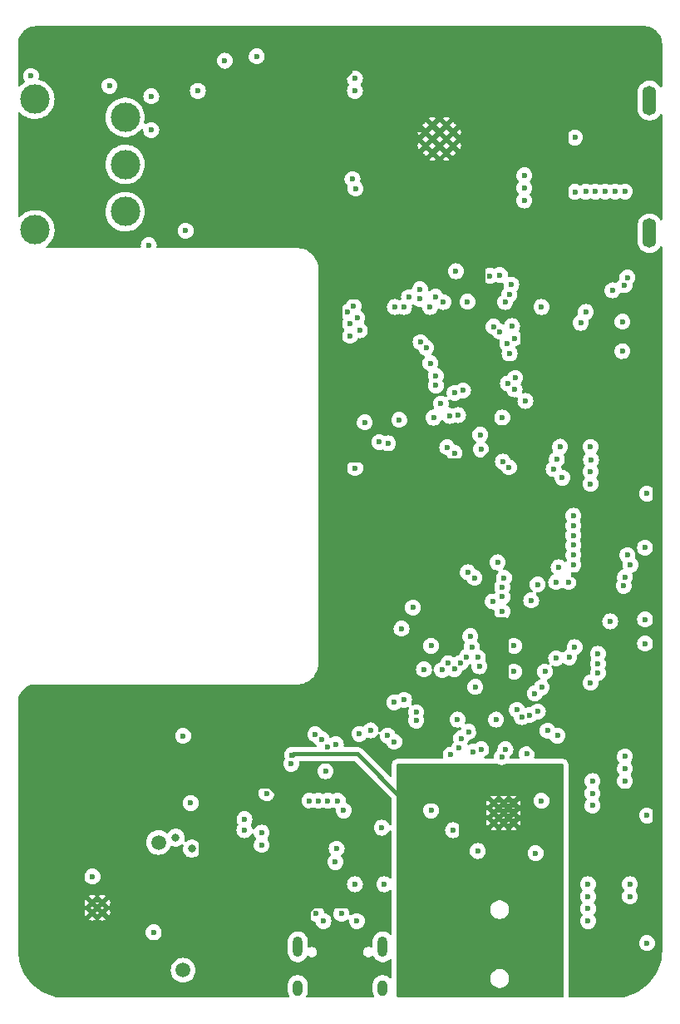
<source format=gbr>
%TF.GenerationSoftware,KiCad,Pcbnew,8.0.9*%
%TF.CreationDate,2025-05-06T07:17:22-07:00*%
%TF.ProjectId,EV12 Board Design,45563132-2042-46f6-9172-642044657369,EV12*%
%TF.SameCoordinates,Original*%
%TF.FileFunction,Copper,L2,Inr*%
%TF.FilePolarity,Positive*%
%FSLAX46Y46*%
G04 Gerber Fmt 4.6, Leading zero omitted, Abs format (unit mm)*
G04 Created by KiCad (PCBNEW 8.0.9) date 2025-05-06 07:17:22*
%MOMM*%
%LPD*%
G01*
G04 APERTURE LIST*
%TA.AperFunction,ComponentPad*%
%ADD10C,1.500000*%
%TD*%
%TA.AperFunction,ComponentPad*%
%ADD11O,1.400000X3.000000*%
%TD*%
%TA.AperFunction,HeatsinkPad*%
%ADD12C,0.500000*%
%TD*%
%TA.AperFunction,ComponentPad*%
%ADD13C,3.000000*%
%TD*%
%TA.AperFunction,HeatsinkPad*%
%ADD14C,0.600000*%
%TD*%
%TA.AperFunction,ComponentPad*%
%ADD15O,1.000000X2.100000*%
%TD*%
%TA.AperFunction,ComponentPad*%
%ADD16O,1.000000X1.600000*%
%TD*%
%TA.AperFunction,ComponentPad*%
%ADD17C,0.600000*%
%TD*%
%TA.AperFunction,ViaPad*%
%ADD18C,0.600000*%
%TD*%
%TA.AperFunction,ViaPad*%
%ADD19C,0.800000*%
%TD*%
%TA.AperFunction,Conductor*%
%ADD20C,0.381000*%
%TD*%
G04 APERTURE END LIST*
D10*
%TO.N,Net-(SW6-C)*%
%TO.C,TP1*%
X128510000Y-129290000D03*
%TD*%
%TO.N,Net-(U7-VIN)*%
%TO.C,TP2*%
X131010000Y-142290000D03*
%TD*%
D11*
%TO.N,N/C*%
%TO.C,SW3*%
X178510000Y-53780000D03*
%TD*%
D12*
%TO.N,GNDA*%
%TO.C,U6*%
X164647500Y-127290000D03*
X164647500Y-126290000D03*
X164647500Y-125290000D03*
X163647500Y-127290000D03*
X163647500Y-126290000D03*
X163647500Y-125290000D03*
X162647500Y-127290000D03*
X162647500Y-126290000D03*
X162647500Y-125290000D03*
%TD*%
D13*
%TO.N,unconnected-(SW6-A-Pad1)*%
%TO.C,SW6*%
X125110000Y-65090000D03*
%TO.N,Net-(D2-K)*%
X125110000Y-60290000D03*
%TO.N,Net-(SW6-C)*%
X125110000Y-55490000D03*
%TO.N,N/C*%
X115910000Y-53640000D03*
X115910000Y-66940000D03*
%TD*%
D14*
%TO.N,GND*%
%TO.C,U11*%
X155710000Y-56990000D03*
X155710000Y-58390000D03*
X156410000Y-56290000D03*
X156410000Y-57690000D03*
X156410000Y-59090000D03*
X157110000Y-56990000D03*
X157110000Y-58390000D03*
X157810000Y-56290000D03*
X157810000Y-57690000D03*
X157810000Y-59090000D03*
X158510000Y-56990000D03*
X158510000Y-58390000D03*
%TD*%
D15*
%TO.N,unconnected-(J9-SHIELD-PadS1)_1*%
%TO.C,J9*%
X142680000Y-139916000D03*
D16*
%TO.N,unconnected-(J9-SHIELD-PadS1)_3*%
X142680000Y-144096000D03*
D15*
%TO.N,unconnected-(J9-SHIELD-PadS1)_2*%
X151320000Y-139916000D03*
D16*
%TO.N,unconnected-(J9-SHIELD-PadS1)*%
X151320000Y-144096000D03*
%TD*%
D17*
%TO.N,GND*%
%TO.C,U7*%
X121770000Y-136430000D03*
X122770000Y-136430000D03*
X122270000Y-135930000D03*
X121770000Y-135430000D03*
X122770000Y-135430000D03*
%TD*%
D11*
%TO.N,N/C*%
%TO.C,SW1*%
X178510000Y-67280000D03*
%TD*%
D18*
%TO.N,+3.3VA*%
X164260000Y-79540000D03*
X158510000Y-128040000D03*
X156260000Y-126040000D03*
X166915330Y-130384670D03*
X161010000Y-130160000D03*
%TO.N,+3.3V*%
X148525297Y-91184629D03*
X178260000Y-139540000D03*
X138510000Y-49290000D03*
X175760000Y-76290000D03*
X170260000Y-102790000D03*
X161348394Y-89290000D03*
X163510000Y-86040000D03*
X121770000Y-132760000D03*
X166010000Y-120290000D03*
X139510000Y-124290000D03*
X167510000Y-125040000D03*
X178060000Y-106585995D03*
X127760000Y-56790000D03*
X178060000Y-109040000D03*
X153510000Y-114790000D03*
X178060000Y-99290000D03*
X159979881Y-74259881D03*
X178260000Y-126540000D03*
X151260000Y-127790000D03*
X153260000Y-107540000D03*
X170910000Y-57540000D03*
X148510000Y-51540000D03*
X131785000Y-125290000D03*
X128010000Y-138446406D03*
X152585000Y-74790000D03*
X147369500Y-126040000D03*
X127760000Y-53353500D03*
X142010000Y-121290000D03*
X163510000Y-105790000D03*
X115510000Y-51290000D03*
X162885000Y-116790000D03*
X154411823Y-105388177D03*
X149510000Y-86540000D03*
X174510000Y-106790000D03*
X178260000Y-93790000D03*
%TO.N,VBUS*%
X144550000Y-136540000D03*
X147140500Y-136540000D03*
%TO.N,GND*%
X119010000Y-141290000D03*
X179010000Y-114290000D03*
X159816750Y-90375440D03*
X142760000Y-133790000D03*
X148010000Y-50790000D03*
X152010000Y-105790000D03*
X125510000Y-50540000D03*
X154510000Y-104290000D03*
X179010000Y-86290000D03*
X118010000Y-125290000D03*
X125260000Y-135923250D03*
X161010000Y-74790000D03*
X120010000Y-141290000D03*
X128261398Y-142686062D03*
X151260000Y-130540000D03*
X149510000Y-88290000D03*
X162510000Y-106290000D03*
X138199644Y-143993928D03*
X136010000Y-123540000D03*
X126260000Y-126790000D03*
X143760000Y-137290000D03*
X176260000Y-124290000D03*
X119893139Y-135290000D03*
X119022511Y-134975099D03*
X127420270Y-140674873D03*
X170510000Y-51790000D03*
X132760000Y-116290000D03*
X164229669Y-80570331D03*
X120010000Y-142290000D03*
X156010000Y-69290000D03*
X179010000Y-104290000D03*
X138216401Y-140133763D03*
X119841580Y-136394600D03*
X117501096Y-126031811D03*
X144196500Y-126040000D03*
X149260000Y-114883750D03*
X126539200Y-140686621D03*
X150260000Y-137040000D03*
X128263748Y-140681922D03*
X150260000Y-135540000D03*
X138216401Y-142883763D03*
X124657571Y-135353492D03*
X140010000Y-121790000D03*
X138213558Y-142054511D03*
X170760000Y-102040000D03*
X126510000Y-130290000D03*
X118010000Y-126790000D03*
X125427655Y-135065676D03*
X161010000Y-117705086D03*
X126010000Y-131290000D03*
X118010000Y-128790000D03*
X176010000Y-80290000D03*
X163010000Y-88790000D03*
X119010000Y-142290000D03*
X128261398Y-141572390D03*
X117510000Y-127790000D03*
X130010000Y-133290000D03*
X126510000Y-128290000D03*
X139760000Y-49290000D03*
X171010000Y-65040000D03*
X119102134Y-136754534D03*
X138228495Y-141131883D03*
X149010000Y-73815500D03*
X134260000Y-66040000D03*
X125470505Y-136831340D03*
X126010000Y-125290000D03*
X136510000Y-52790000D03*
X120010000Y-140290000D03*
X176510000Y-137310000D03*
X124695164Y-136598738D03*
X167260000Y-120290000D03*
X119260000Y-135790000D03*
X126010000Y-129290000D03*
%TO.N,/UI_BOOT0*%
X161260000Y-87790000D03*
X175886545Y-103166545D03*
X163510000Y-104290000D03*
%TO.N,/MCLK*%
X167869495Y-111911696D03*
X164713156Y-111911696D03*
%TO.N,/MGMT_BOOT*%
X160682092Y-102353500D03*
X170885830Y-109414170D03*
X132510000Y-52790000D03*
X163823500Y-74290000D03*
X172510000Y-113040000D03*
X123510000Y-52290000D03*
X169010000Y-110540000D03*
%TO.N,/MGMT_NRST*%
X155541069Y-111674469D03*
X170338920Y-110461080D03*
X135262005Y-49726500D03*
X152510000Y-115040000D03*
X164241224Y-73558776D03*
X173260000Y-112040000D03*
%TO.N,/LEDA_R*%
X157387000Y-111726500D03*
X148010000Y-77726500D03*
%TO.N,/DISP_BL*%
X164189575Y-91110425D03*
X170760000Y-96040000D03*
%TO.N,/LEDA_G*%
X158010000Y-111040000D03*
X149010000Y-77163000D03*
%TO.N,/BATTERY_MON*%
X131260000Y-67040000D03*
X156148500Y-74790000D03*
%TO.N,/LEDA_B*%
X148010000Y-76472851D03*
X158630321Y-111660321D03*
%TO.N,/DISP_DC*%
X158639431Y-89660569D03*
X170760000Y-98040000D03*
%TO.N,/DISP_CS*%
X157900500Y-89083608D03*
X170760000Y-99040000D03*
%TO.N,/KB_ROW5*%
X145127900Y-118790000D03*
X155137000Y-72993374D03*
%TO.N,/KB_ROW4*%
X144478398Y-118294679D03*
X155196823Y-78359493D03*
%TO.N,/KB_ROW6*%
X145721719Y-119538000D03*
X155137000Y-73963396D03*
%TO.N,/KB_ROW7*%
X153510000Y-74790000D03*
X145510000Y-122040000D03*
%TO.N,/LEDB_R*%
X148742640Y-75909352D03*
X159305321Y-110985321D03*
%TO.N,/LEDB_G*%
X147768106Y-75302447D03*
X159873416Y-110417226D03*
%TO.N,Net-(J9-CC1)*%
X145300000Y-137290000D03*
X148510000Y-133540000D03*
%TO.N,Net-(J9-CC2)*%
X148700000Y-137290000D03*
X151510000Y-133540000D03*
%TO.N,/LEDB_B*%
X160412383Y-109384332D03*
X148383000Y-74711005D03*
%TO.N,/NET_LED_B*%
X165760000Y-63960819D03*
X173010000Y-63040000D03*
%TO.N,/NET_LED_G*%
X165760000Y-62673134D03*
X172010000Y-63040000D03*
%TO.N,/USB_DTR*%
X158957633Y-116791721D03*
X139010000Y-129540000D03*
X146760000Y-125040000D03*
X160760000Y-113462613D03*
%TO.N,/USB_RTS*%
X139010000Y-128290000D03*
X145760000Y-125040000D03*
%TO.N,/NET_LED_R*%
X165760000Y-61400000D03*
X170910000Y-63070319D03*
%TO.N,/NET_STAT*%
X160260000Y-108290000D03*
X162612371Y-76795624D03*
%TO.N,/NET_BOOT*%
X163042500Y-100790000D03*
X172010000Y-75290000D03*
X167510000Y-74790000D03*
X169260000Y-101290000D03*
%TO.N,/MGMT_SWDIO*%
X173260000Y-111090000D03*
X164713156Y-109290000D03*
%TO.N,/MGMT_SWCLK*%
X173260000Y-110090000D03*
X162540331Y-104759669D03*
%TO.N,/I2S_DACLRC*%
X176510000Y-133540000D03*
X160533455Y-120063455D03*
X165010000Y-115790000D03*
X163461000Y-120603500D03*
%TO.N,/UI_BOOT1*%
X167112500Y-103026500D03*
X156760000Y-81790000D03*
X160010000Y-101790000D03*
X164760000Y-77985672D03*
%TO.N,/I2S_BCLK*%
X176510000Y-134790000D03*
X163834000Y-119813086D03*
X165510000Y-116540000D03*
X161369636Y-119813086D03*
%TO.N,/I2S_ADCDAT*%
X172260000Y-133540000D03*
X166305217Y-116335217D03*
%TO.N,/I2S_DACDAT*%
X172260000Y-134790000D03*
X167137986Y-115964896D03*
%TO.N,/USB_TX1_MGMT*%
X143885000Y-125040000D03*
X137262807Y-126919921D03*
X148963090Y-118243090D03*
X176010000Y-120540000D03*
X161033455Y-110454500D03*
%TO.N,/USB_RX1_MGMT*%
X172708500Y-125540000D03*
X150111545Y-117891545D03*
X144760000Y-125040000D03*
X161191146Y-111370057D03*
X137260000Y-128040000D03*
%TO.N,Net-(D2-A)*%
X131010000Y-118440000D03*
D19*
X131895613Y-129927387D03*
D18*
%TO.N,/NET_TX1_MGMT*%
X169130321Y-118419679D03*
X160084633Y-118032086D03*
%TO.N,/NET_RX1_MGMT*%
X159309573Y-118693517D03*
X168130321Y-117919679D03*
X175760000Y-79290000D03*
X174736545Y-73103500D03*
%TO.N,/SPI1_CLK*%
X159010000Y-85790000D03*
X170760000Y-100040000D03*
%TO.N,/SPI1_MOSI*%
X170760000Y-101040000D03*
X158148500Y-85876976D03*
%TO.N,Net-(U1-PC0)*%
X176260000Y-71790000D03*
X164086018Y-82570195D03*
%TO.N,Net-(U1-PC1)*%
X164836584Y-82006695D03*
X175978250Y-72571750D03*
%TO.N,/NET_MTDI*%
X172510000Y-89040000D03*
X169401500Y-89019674D03*
%TO.N,/NET_MTCK*%
X168748327Y-91289173D03*
X172510000Y-91540000D03*
%TO.N,/NET_MTDO*%
X169074500Y-90290000D03*
X172550000Y-90330000D03*
%TO.N,/NET_MTMS*%
X169629577Y-92170424D03*
X172510000Y-92790000D03*
%TO.N,Net-(U1-PB10)*%
X154010000Y-73790000D03*
X146571681Y-119294969D03*
%TO.N,/NET_NRST*%
X164439360Y-72516270D03*
X171510000Y-76399500D03*
X148510000Y-52790000D03*
X163696500Y-102353500D03*
X169010000Y-102790000D03*
D19*
%TO.N,Net-(D2-K)*%
X130260000Y-128790000D03*
D18*
%TO.N,/USB_CC2_DETECT*%
X167532547Y-113505872D03*
X151845410Y-118430500D03*
%TO.N,/USB_CC1_DETECT*%
X152510000Y-119040000D03*
X166821156Y-114129357D03*
%TO.N,/DISP_RST*%
X170760000Y-97040000D03*
X163574529Y-90536131D03*
%TO.N,/UI_NRST*%
X163510000Y-103290000D03*
X166458500Y-104663000D03*
X176010000Y-102290000D03*
X164760000Y-83180500D03*
X165870409Y-84353500D03*
%TO.N,/UI_SWCLK*%
X156513946Y-86053305D03*
X176263424Y-100040000D03*
%TO.N,/UI_SWDIO*%
X157268850Y-84633439D03*
X176560000Y-101040000D03*
%TO.N,/UI_SCL*%
X151885000Y-88665000D03*
X172260000Y-136040000D03*
X159135000Y-119665000D03*
X146645000Y-129925000D03*
%TO.N,/UI_SDA*%
X172260000Y-137290000D03*
X158260000Y-120353500D03*
X146510000Y-131290000D03*
X151010000Y-88540000D03*
%TO.N,/UI_TX2_NET*%
X148573500Y-62739863D03*
X163260000Y-71540000D03*
X176010000Y-123040000D03*
X159510000Y-83290000D03*
%TO.N,/UI_TX1_MGMT*%
X154760000Y-116893000D03*
X172708500Y-123040000D03*
%TO.N,/UI_RX2_NET*%
X148260000Y-61790000D03*
X162260000Y-71617070D03*
X158648500Y-83540000D03*
X176010000Y-121790000D03*
%TO.N,/UI_RX1_MGMT*%
X154760000Y-116040000D03*
X172708500Y-124290000D03*
%TO.N,/UI_LED_B*%
X163260000Y-77290000D03*
X176010000Y-63040000D03*
%TO.N,/UI_LED_G*%
X164031434Y-78549172D03*
X156760000Y-82790000D03*
X175010000Y-63040000D03*
X164510000Y-76726500D03*
%TO.N,/UI_LED_R*%
X174010000Y-63040000D03*
X158792500Y-71155000D03*
%TO.N,/UI_DEBUG_1*%
X155773174Y-78944024D03*
X156712000Y-73748342D03*
%TO.N,/UI_DEBUG_2*%
X157510000Y-74290000D03*
X156196500Y-80516545D03*
%TO.N,/UI_STAT*%
X153022954Y-86290000D03*
X156260000Y-109290000D03*
%TO.N,GNDA*%
X168510000Y-130412814D03*
X159260000Y-129290000D03*
X142107822Y-120383729D03*
X169260000Y-124540000D03*
X159260000Y-126290000D03*
X165900500Y-132149500D03*
X159489670Y-125060330D03*
X161760000Y-132149500D03*
%TO.N,Net-(SW6-C)*%
X127510000Y-68500000D03*
%TD*%
D20*
%TO.N,GND*%
X130010000Y-133290000D02*
X132260000Y-133290000D01*
X179010000Y-81290000D02*
X179010000Y-81540000D01*
X179010000Y-92040000D02*
X179010000Y-98790000D01*
X171010000Y-65290000D02*
X170010000Y-66290000D01*
X151510000Y-105290000D02*
X151510000Y-104290000D01*
X147260000Y-56790000D02*
X147010000Y-56540000D01*
X134260000Y-66040000D02*
X146760000Y-66040000D01*
X147010000Y-89790000D02*
X147010000Y-104290000D01*
X151966250Y-105833750D02*
X152010000Y-105790000D01*
X179010000Y-114290000D02*
X179010000Y-124790000D01*
X150260000Y-135540000D02*
X150260000Y-131540000D01*
X136010000Y-123540000D02*
X132760000Y-123540000D01*
X179010000Y-70790000D02*
X179010000Y-76040000D01*
X151510000Y-104290000D02*
X147010000Y-104290000D01*
X136010000Y-123540000D02*
X139260000Y-123540000D01*
X138216401Y-140133763D02*
X138216401Y-136496401D01*
X132760000Y-135040000D02*
X132760000Y-133790000D01*
X147010000Y-73790000D02*
X147010000Y-69040000D01*
X150260000Y-131540000D02*
X151260000Y-130540000D01*
X139260000Y-52790000D02*
X139260000Y-49790000D01*
X154010000Y-104290000D02*
X160510000Y-104290000D01*
X163760000Y-106540000D02*
X163963156Y-106743156D01*
X161096914Y-117792000D02*
X164762000Y-117792000D01*
X152010000Y-105790000D02*
X151510000Y-105290000D01*
X176760000Y-124790000D02*
X176260000Y-124290000D01*
X147353750Y-114883750D02*
X147010000Y-114540000D01*
X179010000Y-102790000D02*
X179010000Y-104290000D01*
X133510000Y-135790000D02*
X132760000Y-135040000D01*
X146635000Y-115540000D02*
X133510000Y-115540000D01*
X179010000Y-124790000D02*
X176760000Y-124790000D01*
X170010000Y-68790000D02*
X170510000Y-69290000D01*
X150260000Y-136479339D02*
X149570661Y-135790000D01*
X139510000Y-123290000D02*
X139260000Y-123540000D01*
X149570661Y-135790000D02*
X144239339Y-135790000D01*
X153510000Y-104290000D02*
X154010000Y-104290000D01*
X162510000Y-106290000D02*
X162760000Y-106540000D01*
X162760000Y-106540000D02*
X163760000Y-106540000D01*
X147010000Y-115165000D02*
X146635000Y-115540000D01*
X147010000Y-88040000D02*
X147010000Y-73790000D01*
X147010000Y-51790000D02*
X147010000Y-52790000D01*
X179010000Y-104290000D02*
X179010000Y-109540000D01*
X143760000Y-136269339D02*
X143760000Y-137290000D01*
X147010000Y-88040000D02*
X147010000Y-89790000D01*
X137510000Y-135790000D02*
X133510000Y-135790000D01*
X179010000Y-102790000D02*
X177510000Y-104290000D01*
X133760000Y-50540000D02*
X125510000Y-50540000D01*
X149510000Y-88290000D02*
X147260000Y-88290000D01*
X159816750Y-90375440D02*
X159902190Y-90290000D01*
X138216401Y-136496401D02*
X137510000Y-135790000D01*
X139760000Y-123540000D02*
X139260000Y-123540000D01*
X146760000Y-66040000D02*
X147010000Y-66290000D01*
X147010000Y-56540000D02*
X147010000Y-52790000D01*
X132760000Y-116290000D02*
X133510000Y-115540000D01*
X142260000Y-126040000D02*
X139760000Y-123540000D01*
X179010000Y-136540000D02*
X179010000Y-124790000D01*
X164762000Y-117792000D02*
X167260000Y-120290000D01*
X155910000Y-56790000D02*
X147260000Y-56790000D01*
X171010000Y-65040000D02*
X171010000Y-65290000D01*
X163963156Y-116993156D02*
X164762000Y-117792000D01*
X177760000Y-80290000D02*
X179010000Y-81540000D01*
X170010000Y-66290000D02*
X170010000Y-52290000D01*
X144239339Y-135790000D02*
X143760000Y-136269339D01*
X147010000Y-69040000D02*
X147010000Y-56540000D01*
X161010000Y-74790000D02*
X161510000Y-74290000D01*
X170010000Y-66290000D02*
X170010000Y-68790000D01*
X149260000Y-114883750D02*
X147353750Y-114883750D01*
X153510000Y-104290000D02*
X151510000Y-104290000D01*
X150260000Y-137040000D02*
X150260000Y-135540000D01*
X132760000Y-123540000D02*
X132760000Y-116290000D01*
X161510000Y-90290000D02*
X163010000Y-88790000D01*
X146510000Y-52790000D02*
X139260000Y-52790000D01*
X139260000Y-49790000D02*
X139760000Y-49290000D01*
X173010000Y-104290000D02*
X170760000Y-102040000D01*
X142760000Y-135290000D02*
X142760000Y-133790000D01*
X165510000Y-79790000D02*
X165510000Y-69790000D01*
X159902190Y-90290000D02*
X161510000Y-90290000D01*
X163963156Y-106743156D02*
X163963156Y-116993156D01*
X178240000Y-137310000D02*
X179010000Y-136540000D01*
X147260000Y-69290000D02*
X147010000Y-69040000D01*
X140010000Y-122790000D02*
X139510000Y-123290000D01*
X132760000Y-123540000D02*
X132760000Y-125290000D01*
X156410000Y-56290000D02*
X155910000Y-56790000D01*
X179010000Y-81540000D02*
X179010000Y-92040000D01*
X144239339Y-135790000D02*
X143260000Y-135790000D01*
X156010000Y-69290000D02*
X162010000Y-69290000D01*
X147010000Y-53290000D02*
X146510000Y-52790000D01*
X140010000Y-121790000D02*
X140010000Y-122790000D01*
X136510000Y-52790000D02*
X139260000Y-52790000D01*
X156010000Y-69290000D02*
X147260000Y-69290000D01*
X132260000Y-133290000D02*
X132760000Y-133790000D01*
X162010000Y-69290000D02*
X177510000Y-69290000D01*
X149010000Y-73815500D02*
X148984500Y-73790000D01*
X161510000Y-69790000D02*
X162010000Y-69290000D01*
X179010000Y-98790000D02*
X179010000Y-102790000D01*
X147627072Y-90407072D02*
X147010000Y-89790000D01*
X143260000Y-135790000D02*
X137510000Y-135790000D01*
X176010000Y-80290000D02*
X177760000Y-80290000D01*
X159816750Y-90375440D02*
X159785118Y-90407072D01*
X161510000Y-74290000D02*
X161510000Y-69790000D01*
X164229669Y-80570331D02*
X164729669Y-80570331D01*
X179010000Y-109540000D02*
X179010000Y-114290000D01*
X165510000Y-69790000D02*
X165010000Y-69290000D01*
X159785118Y-90407072D02*
X147627072Y-90407072D01*
X177510000Y-104290000D02*
X173010000Y-104290000D01*
X147010000Y-104290000D02*
X147010000Y-115165000D01*
X176510000Y-137310000D02*
X178240000Y-137310000D01*
X132760000Y-125290000D02*
X132760000Y-133790000D01*
X144196500Y-126040000D02*
X142260000Y-126040000D01*
X136010000Y-52790000D02*
X133760000Y-50540000D01*
X136510000Y-52790000D02*
X136010000Y-52790000D01*
X143260000Y-135790000D02*
X142760000Y-135290000D01*
X148010000Y-50790000D02*
X147010000Y-51790000D01*
X154010000Y-104290000D02*
X154510000Y-104290000D01*
X164729669Y-80570331D02*
X165510000Y-79790000D01*
X146510000Y-135540000D02*
X146760000Y-135790000D01*
X170010000Y-52290000D02*
X170510000Y-51790000D01*
X160510000Y-104290000D02*
X162510000Y-106290000D01*
X161010000Y-117705086D02*
X161096914Y-117792000D01*
X150260000Y-137040000D02*
X150260000Y-136479339D01*
X179010000Y-76040000D02*
X179010000Y-81290000D01*
X177510000Y-69290000D02*
X179010000Y-70790000D01*
X147260000Y-88290000D02*
X147010000Y-88040000D01*
X148984500Y-73790000D02*
X147010000Y-73790000D01*
%TO.N,GNDA*%
X153510000Y-125040000D02*
X159469340Y-125040000D01*
X169260000Y-129662814D02*
X169260000Y-124540000D01*
X166773314Y-132149500D02*
X165900500Y-132149500D01*
X168510000Y-130412814D02*
X169260000Y-129662814D01*
X148760000Y-120290000D02*
X153510000Y-125040000D01*
X142107822Y-120383729D02*
X142166271Y-120383729D01*
X142166271Y-120383729D02*
X142260000Y-120290000D01*
X159260000Y-125290000D02*
X159489670Y-125060330D01*
X159260000Y-126290000D02*
X159260000Y-125290000D01*
X159869500Y-132149500D02*
X161760000Y-132149500D01*
X159260000Y-129290000D02*
X159260000Y-126290000D01*
X168510000Y-130412814D02*
X166773314Y-132149500D01*
X165900500Y-132149500D02*
X161760000Y-132149500D01*
X159260000Y-129290000D02*
X159260000Y-131540000D01*
X142260000Y-120290000D02*
X148760000Y-120290000D01*
X159260000Y-131540000D02*
X159869500Y-132149500D01*
X159469340Y-125040000D02*
X159489670Y-125060330D01*
%TD*%
%TA.AperFunction,Conductor*%
%TO.N,GNDA*%
G36*
X163064160Y-121309006D02*
G01*
X163107985Y-121336543D01*
X163279953Y-121396717D01*
X163279958Y-121396718D01*
X163460996Y-121417116D01*
X163461000Y-121417116D01*
X163461004Y-121417116D01*
X163642041Y-121396718D01*
X163642044Y-121396717D01*
X163642047Y-121396717D01*
X163814015Y-121336543D01*
X163857840Y-121309006D01*
X163923812Y-121290000D01*
X169636000Y-121290000D01*
X169703039Y-121309685D01*
X169748794Y-121362489D01*
X169760000Y-121414000D01*
X169760000Y-144916000D01*
X169740315Y-144983039D01*
X169687511Y-145028794D01*
X169636000Y-145040000D01*
X152884000Y-145040000D01*
X152816961Y-145020315D01*
X152771206Y-144967511D01*
X152760000Y-144916000D01*
X152760000Y-143046379D01*
X162309500Y-143046379D01*
X162309500Y-143233620D01*
X162346025Y-143417243D01*
X162346027Y-143417251D01*
X162417676Y-143590228D01*
X162417681Y-143590237D01*
X162521697Y-143745907D01*
X162521700Y-143745911D01*
X162654088Y-143878299D01*
X162654092Y-143878302D01*
X162809762Y-143982318D01*
X162809768Y-143982321D01*
X162809769Y-143982322D01*
X162982749Y-144053973D01*
X163166379Y-144090499D01*
X163166383Y-144090500D01*
X163166384Y-144090500D01*
X163353617Y-144090500D01*
X163353618Y-144090499D01*
X163537251Y-144053973D01*
X163710231Y-143982322D01*
X163865908Y-143878302D01*
X163998302Y-143745908D01*
X164102322Y-143590231D01*
X164173973Y-143417251D01*
X164210500Y-143233616D01*
X164210500Y-143046384D01*
X164173973Y-142862749D01*
X164102322Y-142689769D01*
X164102321Y-142689768D01*
X164102318Y-142689762D01*
X163998302Y-142534092D01*
X163998299Y-142534088D01*
X163865911Y-142401700D01*
X163865907Y-142401697D01*
X163710237Y-142297681D01*
X163710228Y-142297676D01*
X163537251Y-142226027D01*
X163537243Y-142226025D01*
X163353620Y-142189500D01*
X163353616Y-142189500D01*
X163166384Y-142189500D01*
X163166379Y-142189500D01*
X162982756Y-142226025D01*
X162982748Y-142226027D01*
X162809771Y-142297676D01*
X162809762Y-142297681D01*
X162654092Y-142401697D01*
X162654088Y-142401700D01*
X162521700Y-142534088D01*
X162521697Y-142534092D01*
X162417681Y-142689762D01*
X162417676Y-142689771D01*
X162346027Y-142862748D01*
X162346025Y-142862756D01*
X162309500Y-143046379D01*
X152760000Y-143046379D01*
X152760000Y-136046379D01*
X162309500Y-136046379D01*
X162309500Y-136233620D01*
X162346025Y-136417243D01*
X162346027Y-136417251D01*
X162417676Y-136590228D01*
X162417681Y-136590237D01*
X162521697Y-136745907D01*
X162521700Y-136745911D01*
X162654088Y-136878299D01*
X162654092Y-136878302D01*
X162809762Y-136982318D01*
X162809768Y-136982321D01*
X162809769Y-136982322D01*
X162982749Y-137053973D01*
X163166379Y-137090499D01*
X163166383Y-137090500D01*
X163166384Y-137090500D01*
X163353617Y-137090500D01*
X163353618Y-137090499D01*
X163537251Y-137053973D01*
X163710231Y-136982322D01*
X163865908Y-136878302D01*
X163998302Y-136745908D01*
X164102322Y-136590231D01*
X164173973Y-136417251D01*
X164210500Y-136233616D01*
X164210500Y-136046384D01*
X164173973Y-135862749D01*
X164102322Y-135689769D01*
X164102321Y-135689768D01*
X164102318Y-135689762D01*
X163998302Y-135534092D01*
X163998299Y-135534088D01*
X163865911Y-135401700D01*
X163865907Y-135401697D01*
X163710237Y-135297681D01*
X163710228Y-135297676D01*
X163537251Y-135226027D01*
X163537243Y-135226025D01*
X163353620Y-135189500D01*
X163353616Y-135189500D01*
X163166384Y-135189500D01*
X163166379Y-135189500D01*
X162982756Y-135226025D01*
X162982748Y-135226027D01*
X162809771Y-135297676D01*
X162809762Y-135297681D01*
X162654092Y-135401697D01*
X162654088Y-135401700D01*
X162521700Y-135534088D01*
X162521697Y-135534092D01*
X162417681Y-135689762D01*
X162417676Y-135689771D01*
X162346027Y-135862748D01*
X162346025Y-135862756D01*
X162309500Y-136046379D01*
X152760000Y-136046379D01*
X152760000Y-130159996D01*
X160196384Y-130159996D01*
X160196384Y-130160003D01*
X160216781Y-130341041D01*
X160216782Y-130341046D01*
X160232047Y-130384670D01*
X160276957Y-130513015D01*
X160373889Y-130667281D01*
X160502719Y-130796111D01*
X160656985Y-130893043D01*
X160828953Y-130953217D01*
X160828958Y-130953218D01*
X161009996Y-130973616D01*
X161010000Y-130973616D01*
X161010004Y-130973616D01*
X161191041Y-130953218D01*
X161191044Y-130953217D01*
X161191047Y-130953217D01*
X161363015Y-130893043D01*
X161517281Y-130796111D01*
X161646111Y-130667281D01*
X161743043Y-130513015D01*
X161787954Y-130384666D01*
X166101714Y-130384666D01*
X166101714Y-130384673D01*
X166122111Y-130565711D01*
X166122112Y-130565716D01*
X166182288Y-130737687D01*
X166279219Y-130891951D01*
X166408049Y-131020781D01*
X166562315Y-131117713D01*
X166734283Y-131177887D01*
X166734288Y-131177888D01*
X166915326Y-131198286D01*
X166915330Y-131198286D01*
X166915334Y-131198286D01*
X167096371Y-131177888D01*
X167096374Y-131177887D01*
X167096377Y-131177887D01*
X167268345Y-131117713D01*
X167422611Y-131020781D01*
X167551441Y-130891951D01*
X167648373Y-130737685D01*
X167708547Y-130565717D01*
X167728946Y-130384670D01*
X167724030Y-130341041D01*
X167708548Y-130203628D01*
X167708547Y-130203623D01*
X167693284Y-130160003D01*
X167648373Y-130031655D01*
X167551441Y-129877389D01*
X167422611Y-129748559D01*
X167270083Y-129652719D01*
X167268347Y-129651628D01*
X167268346Y-129651627D01*
X167268345Y-129651627D01*
X167214023Y-129632619D01*
X167096376Y-129591452D01*
X167096371Y-129591451D01*
X166915334Y-129571054D01*
X166915326Y-129571054D01*
X166734288Y-129591451D01*
X166734283Y-129591452D01*
X166562312Y-129651628D01*
X166408048Y-129748559D01*
X166279219Y-129877388D01*
X166182288Y-130031652D01*
X166122112Y-130203623D01*
X166122111Y-130203628D01*
X166101714Y-130384666D01*
X161787954Y-130384666D01*
X161803217Y-130341047D01*
X161803218Y-130341041D01*
X161823616Y-130160003D01*
X161823616Y-130159996D01*
X161803218Y-129978958D01*
X161803217Y-129978953D01*
X161767678Y-129877389D01*
X161743043Y-129806985D01*
X161646111Y-129652719D01*
X161517281Y-129523889D01*
X161363015Y-129426957D01*
X161308693Y-129407949D01*
X161191046Y-129366782D01*
X161191041Y-129366781D01*
X161010004Y-129346384D01*
X161009996Y-129346384D01*
X160828958Y-129366781D01*
X160828953Y-129366782D01*
X160656982Y-129426958D01*
X160502718Y-129523889D01*
X160373889Y-129652718D01*
X160276958Y-129806982D01*
X160216782Y-129978953D01*
X160216781Y-129978958D01*
X160196384Y-130159996D01*
X152760000Y-130159996D01*
X152760000Y-128039996D01*
X157696384Y-128039996D01*
X157696384Y-128040003D01*
X157716781Y-128221041D01*
X157716782Y-128221046D01*
X157757949Y-128338693D01*
X157776957Y-128393015D01*
X157873889Y-128547281D01*
X158002719Y-128676111D01*
X158156985Y-128773043D01*
X158328953Y-128833217D01*
X158328958Y-128833218D01*
X158509996Y-128853616D01*
X158510000Y-128853616D01*
X158510004Y-128853616D01*
X158691041Y-128833218D01*
X158691044Y-128833217D01*
X158691047Y-128833217D01*
X158863015Y-128773043D01*
X159017281Y-128676111D01*
X159146111Y-128547281D01*
X159243043Y-128393015D01*
X159303217Y-128221047D01*
X159303218Y-128221041D01*
X159323616Y-128040003D01*
X159323616Y-128039996D01*
X159315759Y-127970266D01*
X162320784Y-127970266D01*
X162479556Y-128025824D01*
X162647496Y-128044746D01*
X162647504Y-128044746D01*
X162815443Y-128025824D01*
X162974213Y-127970267D01*
X162974214Y-127970266D01*
X163320785Y-127970266D01*
X163479556Y-128025824D01*
X163647496Y-128044746D01*
X163647504Y-128044746D01*
X163815443Y-128025824D01*
X163974213Y-127970267D01*
X163974214Y-127970266D01*
X164320784Y-127970266D01*
X164479556Y-128025824D01*
X164647496Y-128044746D01*
X164647504Y-128044746D01*
X164815443Y-128025824D01*
X164974213Y-127970267D01*
X164974214Y-127970266D01*
X164647501Y-127643553D01*
X164647500Y-127643553D01*
X164320784Y-127970266D01*
X163974214Y-127970266D01*
X163647501Y-127643553D01*
X163647500Y-127643553D01*
X163320785Y-127970266D01*
X162974214Y-127970266D01*
X162647501Y-127643553D01*
X162647500Y-127643553D01*
X162320784Y-127970266D01*
X159315759Y-127970266D01*
X159303218Y-127858958D01*
X159303217Y-127858953D01*
X159243043Y-127686985D01*
X159146111Y-127532719D01*
X159017281Y-127403889D01*
X158926178Y-127346645D01*
X158863017Y-127306958D01*
X158863016Y-127306957D01*
X158863015Y-127306957D01*
X158814543Y-127289996D01*
X161892754Y-127289996D01*
X161892754Y-127290003D01*
X161911675Y-127457938D01*
X161911676Y-127457943D01*
X161967232Y-127616714D01*
X162293947Y-127290000D01*
X162274056Y-127270109D01*
X162547500Y-127270109D01*
X162547500Y-127309891D01*
X162562724Y-127346645D01*
X162590855Y-127374776D01*
X162627609Y-127390000D01*
X162667391Y-127390000D01*
X162704145Y-127374776D01*
X162732276Y-127346645D01*
X162747500Y-127309891D01*
X162747500Y-127290000D01*
X163001053Y-127290000D01*
X163147500Y-127436447D01*
X163293947Y-127290000D01*
X163274056Y-127270109D01*
X163547500Y-127270109D01*
X163547500Y-127309891D01*
X163562724Y-127346645D01*
X163590855Y-127374776D01*
X163627609Y-127390000D01*
X163667391Y-127390000D01*
X163704145Y-127374776D01*
X163732276Y-127346645D01*
X163747500Y-127309891D01*
X163747500Y-127290000D01*
X164001053Y-127290000D01*
X164147500Y-127436447D01*
X164293947Y-127290000D01*
X164274056Y-127270109D01*
X164547500Y-127270109D01*
X164547500Y-127309891D01*
X164562724Y-127346645D01*
X164590855Y-127374776D01*
X164627609Y-127390000D01*
X164667391Y-127390000D01*
X164704145Y-127374776D01*
X164732276Y-127346645D01*
X164747500Y-127309891D01*
X164747500Y-127289999D01*
X165001053Y-127289999D01*
X165001053Y-127290001D01*
X165327766Y-127616714D01*
X165327767Y-127616713D01*
X165383324Y-127457943D01*
X165402246Y-127290003D01*
X165402246Y-127289996D01*
X165383324Y-127122056D01*
X165327766Y-126963285D01*
X165001053Y-127289999D01*
X164747500Y-127289999D01*
X164747500Y-127270109D01*
X164732276Y-127233355D01*
X164704145Y-127205224D01*
X164667391Y-127190000D01*
X164627609Y-127190000D01*
X164590855Y-127205224D01*
X164562724Y-127233355D01*
X164547500Y-127270109D01*
X164274056Y-127270109D01*
X164147500Y-127143553D01*
X164001053Y-127290000D01*
X163747500Y-127290000D01*
X163747500Y-127270109D01*
X163732276Y-127233355D01*
X163704145Y-127205224D01*
X163667391Y-127190000D01*
X163627609Y-127190000D01*
X163590855Y-127205224D01*
X163562724Y-127233355D01*
X163547500Y-127270109D01*
X163274056Y-127270109D01*
X163147500Y-127143553D01*
X163001053Y-127290000D01*
X162747500Y-127290000D01*
X162747500Y-127270109D01*
X162732276Y-127233355D01*
X162704145Y-127205224D01*
X162667391Y-127190000D01*
X162627609Y-127190000D01*
X162590855Y-127205224D01*
X162562724Y-127233355D01*
X162547500Y-127270109D01*
X162274056Y-127270109D01*
X161967232Y-126963285D01*
X161911676Y-127122053D01*
X161911675Y-127122058D01*
X161892754Y-127289996D01*
X158814543Y-127289996D01*
X158808693Y-127287949D01*
X158691046Y-127246782D01*
X158691041Y-127246781D01*
X158510004Y-127226384D01*
X158509996Y-127226384D01*
X158328958Y-127246781D01*
X158328953Y-127246782D01*
X158156982Y-127306958D01*
X158002718Y-127403889D01*
X157873889Y-127532718D01*
X157776958Y-127686982D01*
X157716782Y-127858953D01*
X157716781Y-127858958D01*
X157696384Y-128039996D01*
X152760000Y-128039996D01*
X152760000Y-126039996D01*
X155446384Y-126039996D01*
X155446384Y-126040003D01*
X155466781Y-126221041D01*
X155466782Y-126221046D01*
X155497871Y-126309891D01*
X155526957Y-126393015D01*
X155623889Y-126547281D01*
X155752719Y-126676111D01*
X155906985Y-126773043D01*
X156078953Y-126833217D01*
X156078958Y-126833218D01*
X156259996Y-126853616D01*
X156260000Y-126853616D01*
X156260004Y-126853616D01*
X156441041Y-126833218D01*
X156441044Y-126833217D01*
X156441047Y-126833217D01*
X156564555Y-126790000D01*
X162501053Y-126790000D01*
X162647500Y-126936447D01*
X162793947Y-126790000D01*
X163501053Y-126790000D01*
X163647500Y-126936447D01*
X163793947Y-126790000D01*
X164501053Y-126790000D01*
X164647500Y-126936447D01*
X164793947Y-126790000D01*
X164647500Y-126643553D01*
X164501053Y-126790000D01*
X163793947Y-126790000D01*
X163647500Y-126643553D01*
X163501053Y-126790000D01*
X162793947Y-126790000D01*
X162647500Y-126643553D01*
X162501053Y-126790000D01*
X156564555Y-126790000D01*
X156613015Y-126773043D01*
X156767281Y-126676111D01*
X156896111Y-126547281D01*
X156993043Y-126393015D01*
X157029091Y-126289996D01*
X161892754Y-126289996D01*
X161892754Y-126290003D01*
X161911675Y-126457938D01*
X161911676Y-126457943D01*
X161967232Y-126616714D01*
X162293947Y-126290000D01*
X162274056Y-126270109D01*
X162547500Y-126270109D01*
X162547500Y-126309891D01*
X162562724Y-126346645D01*
X162590855Y-126374776D01*
X162627609Y-126390000D01*
X162667391Y-126390000D01*
X162704145Y-126374776D01*
X162732276Y-126346645D01*
X162747500Y-126309891D01*
X162747500Y-126290000D01*
X163001053Y-126290000D01*
X163147500Y-126436447D01*
X163293947Y-126290000D01*
X163274056Y-126270109D01*
X163547500Y-126270109D01*
X163547500Y-126309891D01*
X163562724Y-126346645D01*
X163590855Y-126374776D01*
X163627609Y-126390000D01*
X163667391Y-126390000D01*
X163704145Y-126374776D01*
X163732276Y-126346645D01*
X163747500Y-126309891D01*
X163747500Y-126290000D01*
X164001053Y-126290000D01*
X164147500Y-126436447D01*
X164293947Y-126290000D01*
X164274056Y-126270109D01*
X164547500Y-126270109D01*
X164547500Y-126309891D01*
X164562724Y-126346645D01*
X164590855Y-126374776D01*
X164627609Y-126390000D01*
X164667391Y-126390000D01*
X164704145Y-126374776D01*
X164732276Y-126346645D01*
X164747500Y-126309891D01*
X164747500Y-126289999D01*
X165001053Y-126289999D01*
X165001053Y-126290001D01*
X165327766Y-126616714D01*
X165327767Y-126616713D01*
X165383324Y-126457943D01*
X165402246Y-126290003D01*
X165402246Y-126289996D01*
X165383324Y-126122056D01*
X165327766Y-125963285D01*
X165001053Y-126289999D01*
X164747500Y-126289999D01*
X164747500Y-126270109D01*
X164732276Y-126233355D01*
X164704145Y-126205224D01*
X164667391Y-126190000D01*
X164627609Y-126190000D01*
X164590855Y-126205224D01*
X164562724Y-126233355D01*
X164547500Y-126270109D01*
X164274056Y-126270109D01*
X164147500Y-126143553D01*
X164001053Y-126290000D01*
X163747500Y-126290000D01*
X163747500Y-126270109D01*
X163732276Y-126233355D01*
X163704145Y-126205224D01*
X163667391Y-126190000D01*
X163627609Y-126190000D01*
X163590855Y-126205224D01*
X163562724Y-126233355D01*
X163547500Y-126270109D01*
X163274056Y-126270109D01*
X163147500Y-126143553D01*
X163001053Y-126290000D01*
X162747500Y-126290000D01*
X162747500Y-126270109D01*
X162732276Y-126233355D01*
X162704145Y-126205224D01*
X162667391Y-126190000D01*
X162627609Y-126190000D01*
X162590855Y-126205224D01*
X162562724Y-126233355D01*
X162547500Y-126270109D01*
X162274056Y-126270109D01*
X161967232Y-125963285D01*
X161911676Y-126122053D01*
X161911675Y-126122058D01*
X161892754Y-126289996D01*
X157029091Y-126289996D01*
X157053217Y-126221047D01*
X157056715Y-126190000D01*
X157073616Y-126040003D01*
X157073616Y-126039996D01*
X157053218Y-125858958D01*
X157053217Y-125858953D01*
X157029089Y-125790000D01*
X162501053Y-125790000D01*
X162647500Y-125936447D01*
X162793947Y-125790000D01*
X163501053Y-125790000D01*
X163647500Y-125936447D01*
X163793947Y-125790000D01*
X164501053Y-125790000D01*
X164647500Y-125936447D01*
X164793947Y-125790000D01*
X164647500Y-125643553D01*
X164501053Y-125790000D01*
X163793947Y-125790000D01*
X163647500Y-125643553D01*
X163501053Y-125790000D01*
X162793947Y-125790000D01*
X162647500Y-125643553D01*
X162501053Y-125790000D01*
X157029089Y-125790000D01*
X156993043Y-125686985D01*
X156896111Y-125532719D01*
X156767281Y-125403889D01*
X156676178Y-125346645D01*
X156613017Y-125306958D01*
X156613016Y-125306957D01*
X156613015Y-125306957D01*
X156564543Y-125289996D01*
X161892754Y-125289996D01*
X161892754Y-125290003D01*
X161911675Y-125457938D01*
X161911676Y-125457943D01*
X161967232Y-125616714D01*
X162293947Y-125290000D01*
X162274056Y-125270109D01*
X162547500Y-125270109D01*
X162547500Y-125309891D01*
X162562724Y-125346645D01*
X162590855Y-125374776D01*
X162627609Y-125390000D01*
X162667391Y-125390000D01*
X162704145Y-125374776D01*
X162732276Y-125346645D01*
X162747500Y-125309891D01*
X162747500Y-125290000D01*
X163001053Y-125290000D01*
X163147500Y-125436447D01*
X163293947Y-125290000D01*
X163274056Y-125270109D01*
X163547500Y-125270109D01*
X163547500Y-125309891D01*
X163562724Y-125346645D01*
X163590855Y-125374776D01*
X163627609Y-125390000D01*
X163667391Y-125390000D01*
X163704145Y-125374776D01*
X163732276Y-125346645D01*
X163747500Y-125309891D01*
X163747500Y-125290000D01*
X164001053Y-125290000D01*
X164147500Y-125436447D01*
X164293947Y-125290000D01*
X164274056Y-125270109D01*
X164547500Y-125270109D01*
X164547500Y-125309891D01*
X164562724Y-125346645D01*
X164590855Y-125374776D01*
X164627609Y-125390000D01*
X164667391Y-125390000D01*
X164704145Y-125374776D01*
X164732276Y-125346645D01*
X164747500Y-125309891D01*
X164747500Y-125289999D01*
X165001053Y-125289999D01*
X165001053Y-125290001D01*
X165327766Y-125616714D01*
X165327767Y-125616713D01*
X165383324Y-125457943D01*
X165402246Y-125290003D01*
X165402246Y-125289996D01*
X165383324Y-125122056D01*
X165354609Y-125039996D01*
X166696384Y-125039996D01*
X166696384Y-125040003D01*
X166716781Y-125221041D01*
X166716782Y-125221046D01*
X166746844Y-125306957D01*
X166760731Y-125346645D01*
X166776958Y-125393017D01*
X166804247Y-125436447D01*
X166873889Y-125547281D01*
X167002719Y-125676111D01*
X167156985Y-125773043D01*
X167328953Y-125833217D01*
X167328958Y-125833218D01*
X167509996Y-125853616D01*
X167510000Y-125853616D01*
X167510004Y-125853616D01*
X167691041Y-125833218D01*
X167691044Y-125833217D01*
X167691047Y-125833217D01*
X167863015Y-125773043D01*
X168017281Y-125676111D01*
X168146111Y-125547281D01*
X168243043Y-125393015D01*
X168303217Y-125221047D01*
X168306715Y-125190000D01*
X168323616Y-125040003D01*
X168323616Y-125039996D01*
X168303218Y-124858958D01*
X168303217Y-124858953D01*
X168243043Y-124686985D01*
X168146111Y-124532719D01*
X168017281Y-124403889D01*
X167863015Y-124306957D01*
X167808693Y-124287949D01*
X167691046Y-124246782D01*
X167691041Y-124246781D01*
X167510004Y-124226384D01*
X167509996Y-124226384D01*
X167328958Y-124246781D01*
X167328953Y-124246782D01*
X167156982Y-124306958D01*
X167002718Y-124403889D01*
X166873889Y-124532718D01*
X166776958Y-124686982D01*
X166716782Y-124858953D01*
X166716781Y-124858958D01*
X166696384Y-125039996D01*
X165354609Y-125039996D01*
X165327766Y-124963285D01*
X165001053Y-125289999D01*
X164747500Y-125289999D01*
X164747500Y-125270109D01*
X164732276Y-125233355D01*
X164704145Y-125205224D01*
X164667391Y-125190000D01*
X164627609Y-125190000D01*
X164590855Y-125205224D01*
X164562724Y-125233355D01*
X164547500Y-125270109D01*
X164274056Y-125270109D01*
X164147500Y-125143553D01*
X164001053Y-125290000D01*
X163747500Y-125290000D01*
X163747500Y-125270109D01*
X163732276Y-125233355D01*
X163704145Y-125205224D01*
X163667391Y-125190000D01*
X163627609Y-125190000D01*
X163590855Y-125205224D01*
X163562724Y-125233355D01*
X163547500Y-125270109D01*
X163274056Y-125270109D01*
X163147500Y-125143553D01*
X163001053Y-125290000D01*
X162747500Y-125290000D01*
X162747500Y-125270109D01*
X162732276Y-125233355D01*
X162704145Y-125205224D01*
X162667391Y-125190000D01*
X162627609Y-125190000D01*
X162590855Y-125205224D01*
X162562724Y-125233355D01*
X162547500Y-125270109D01*
X162274056Y-125270109D01*
X161967232Y-124963285D01*
X161911676Y-125122053D01*
X161911675Y-125122058D01*
X161892754Y-125289996D01*
X156564543Y-125289996D01*
X156558693Y-125287949D01*
X156441046Y-125246782D01*
X156441041Y-125246781D01*
X156260004Y-125226384D01*
X156259996Y-125226384D01*
X156078958Y-125246781D01*
X156078953Y-125246782D01*
X155906982Y-125306958D01*
X155752718Y-125403889D01*
X155623889Y-125532718D01*
X155526958Y-125686982D01*
X155466782Y-125858953D01*
X155466781Y-125858958D01*
X155446384Y-126039996D01*
X152760000Y-126039996D01*
X152760000Y-124609732D01*
X162320785Y-124609732D01*
X162647500Y-124936447D01*
X162647501Y-124936447D01*
X162974214Y-124609732D01*
X163320785Y-124609732D01*
X163647500Y-124936447D01*
X163647501Y-124936447D01*
X163974214Y-124609732D01*
X164320785Y-124609732D01*
X164647500Y-124936447D01*
X164647501Y-124936447D01*
X164974214Y-124609732D01*
X164815443Y-124554176D01*
X164815438Y-124554175D01*
X164647504Y-124535254D01*
X164647496Y-124535254D01*
X164479558Y-124554175D01*
X164479553Y-124554176D01*
X164320785Y-124609732D01*
X163974214Y-124609732D01*
X163815443Y-124554176D01*
X163815438Y-124554175D01*
X163647504Y-124535254D01*
X163647496Y-124535254D01*
X163479558Y-124554175D01*
X163479553Y-124554176D01*
X163320785Y-124609732D01*
X162974214Y-124609732D01*
X162815443Y-124554176D01*
X162815438Y-124554175D01*
X162647504Y-124535254D01*
X162647496Y-124535254D01*
X162479558Y-124554175D01*
X162479553Y-124554176D01*
X162320785Y-124609732D01*
X152760000Y-124609732D01*
X152760000Y-121414000D01*
X152779685Y-121346961D01*
X152832489Y-121301206D01*
X152884000Y-121290000D01*
X162998188Y-121290000D01*
X163064160Y-121309006D01*
G37*
%TD.AperFunction*%
%TD*%
%TA.AperFunction,Conductor*%
%TO.N,GND*%
G36*
X178004118Y-46200770D02*
G01*
X178029108Y-46202407D01*
X178226649Y-46215355D01*
X178242968Y-46217503D01*
X178457653Y-46260206D01*
X178473557Y-46264467D01*
X178680830Y-46334828D01*
X178696036Y-46341127D01*
X178892351Y-46437938D01*
X178906607Y-46446169D01*
X179088600Y-46567773D01*
X179101675Y-46577806D01*
X179266229Y-46722115D01*
X179277884Y-46733770D01*
X179422193Y-46898324D01*
X179432226Y-46911399D01*
X179553825Y-47093383D01*
X179562066Y-47107657D01*
X179658868Y-47303953D01*
X179665175Y-47319179D01*
X179735529Y-47526434D01*
X179739795Y-47542355D01*
X179782494Y-47757019D01*
X179784645Y-47773359D01*
X179799230Y-47995880D01*
X179799500Y-48004121D01*
X179799500Y-52324008D01*
X179779498Y-52392129D01*
X179725842Y-52438622D01*
X179655568Y-52448726D01*
X179590988Y-52419232D01*
X179561234Y-52381212D01*
X179543601Y-52346607D01*
X179505588Y-52294287D01*
X179476118Y-52253725D01*
X179431790Y-52192712D01*
X179297287Y-52058209D01*
X179143395Y-51946400D01*
X179143394Y-51946399D01*
X179143392Y-51946398D01*
X178973903Y-51860039D01*
X178792991Y-51801257D01*
X178605111Y-51771500D01*
X178414889Y-51771500D01*
X178227009Y-51801257D01*
X178227006Y-51801257D01*
X178227005Y-51801258D01*
X178046097Y-51860039D01*
X178046095Y-51860040D01*
X177876604Y-51946400D01*
X177722712Y-52058209D01*
X177588209Y-52192712D01*
X177476400Y-52346604D01*
X177424366Y-52448726D01*
X177390039Y-52516097D01*
X177331257Y-52697009D01*
X177301500Y-52884889D01*
X177301500Y-54675111D01*
X177331257Y-54862991D01*
X177390039Y-55043903D01*
X177476398Y-55213392D01*
X177476400Y-55213395D01*
X177588209Y-55367287D01*
X177722712Y-55501790D01*
X177722715Y-55501792D01*
X177876608Y-55613602D01*
X178046097Y-55699961D01*
X178227009Y-55758743D01*
X178414889Y-55788500D01*
X178414892Y-55788500D01*
X178605108Y-55788500D01*
X178605111Y-55788500D01*
X178792991Y-55758743D01*
X178973903Y-55699961D01*
X179143392Y-55613602D01*
X179297285Y-55501792D01*
X179431792Y-55367285D01*
X179543602Y-55213392D01*
X179561233Y-55178788D01*
X179609981Y-55127173D01*
X179678896Y-55110107D01*
X179746098Y-55133007D01*
X179790250Y-55188605D01*
X179799500Y-55235991D01*
X179799500Y-65824008D01*
X179779498Y-65892129D01*
X179725842Y-65938622D01*
X179655568Y-65948726D01*
X179590988Y-65919232D01*
X179561234Y-65881212D01*
X179543601Y-65846607D01*
X179431790Y-65692712D01*
X179297287Y-65558209D01*
X179143395Y-65446400D01*
X179143394Y-65446399D01*
X179143392Y-65446398D01*
X178973903Y-65360039D01*
X178792991Y-65301257D01*
X178605111Y-65271500D01*
X178414889Y-65271500D01*
X178227009Y-65301257D01*
X178227006Y-65301257D01*
X178227005Y-65301258D01*
X178046097Y-65360039D01*
X178046095Y-65360040D01*
X177876604Y-65446400D01*
X177722712Y-65558209D01*
X177588209Y-65692712D01*
X177476400Y-65846604D01*
X177390040Y-66016095D01*
X177390039Y-66016097D01*
X177351073Y-66136023D01*
X177331257Y-66197009D01*
X177301500Y-66384889D01*
X177301500Y-68175111D01*
X177331257Y-68362991D01*
X177390039Y-68543903D01*
X177476398Y-68713392D01*
X177476400Y-68713395D01*
X177588209Y-68867287D01*
X177722712Y-69001790D01*
X177722715Y-69001792D01*
X177876608Y-69113602D01*
X178046097Y-69199961D01*
X178227009Y-69258743D01*
X178414889Y-69288500D01*
X178414892Y-69288500D01*
X178605108Y-69288500D01*
X178605111Y-69288500D01*
X178792991Y-69258743D01*
X178973903Y-69199961D01*
X179143392Y-69113602D01*
X179297285Y-69001792D01*
X179431792Y-68867285D01*
X179543602Y-68713392D01*
X179561233Y-68678788D01*
X179609981Y-68627173D01*
X179678896Y-68610107D01*
X179746098Y-68633007D01*
X179790250Y-68688605D01*
X179799500Y-68735991D01*
X179799500Y-140297252D01*
X179799380Y-140302748D01*
X179781475Y-140712808D01*
X179780517Y-140723758D01*
X179727302Y-141127972D01*
X179725393Y-141138797D01*
X179637151Y-141536830D01*
X179634306Y-141547448D01*
X179511710Y-141936274D01*
X179507951Y-141946603D01*
X179351926Y-142323279D01*
X179347280Y-142333241D01*
X179159031Y-142694866D01*
X179153535Y-142704386D01*
X178934479Y-143048235D01*
X178928174Y-143057239D01*
X178679973Y-143380700D01*
X178672908Y-143389120D01*
X178397475Y-143689702D01*
X178389702Y-143697475D01*
X178089120Y-143972908D01*
X178080700Y-143979973D01*
X177757239Y-144228174D01*
X177748235Y-144234479D01*
X177404386Y-144453535D01*
X177394866Y-144459031D01*
X177033241Y-144647280D01*
X177023279Y-144651926D01*
X176646603Y-144807951D01*
X176636274Y-144811710D01*
X176247448Y-144934306D01*
X176236830Y-144937151D01*
X175838797Y-145025393D01*
X175827972Y-145027302D01*
X175423758Y-145080517D01*
X175412808Y-145081475D01*
X175002748Y-145099380D01*
X174997252Y-145099500D01*
X170392528Y-145099500D01*
X170324407Y-145079498D01*
X170277914Y-145025842D01*
X170267810Y-144955571D01*
X170273500Y-144916000D01*
X170273500Y-139540000D01*
X177446384Y-139540000D01*
X177466783Y-139721047D01*
X177466783Y-139721049D01*
X177466784Y-139721050D01*
X177526957Y-139893015D01*
X177526958Y-139893018D01*
X177623887Y-140047279D01*
X177623888Y-140047281D01*
X177752718Y-140176111D01*
X177752720Y-140176112D01*
X177906981Y-140273041D01*
X177906982Y-140273041D01*
X177906985Y-140273043D01*
X178078953Y-140333217D01*
X178260000Y-140353616D01*
X178441047Y-140333217D01*
X178613015Y-140273043D01*
X178767281Y-140176111D01*
X178896111Y-140047281D01*
X178993043Y-139893015D01*
X179053217Y-139721047D01*
X179073616Y-139540000D01*
X179053217Y-139358953D01*
X178993043Y-139186985D01*
X178993041Y-139186982D01*
X178993041Y-139186981D01*
X178896112Y-139032720D01*
X178896111Y-139032718D01*
X178767281Y-138903888D01*
X178767279Y-138903887D01*
X178613018Y-138806958D01*
X178613015Y-138806957D01*
X178441050Y-138746784D01*
X178441049Y-138746783D01*
X178441047Y-138746783D01*
X178260000Y-138726384D01*
X178078953Y-138746783D01*
X178078950Y-138746783D01*
X178078949Y-138746784D01*
X177906984Y-138806957D01*
X177906981Y-138806958D01*
X177752720Y-138903887D01*
X177752718Y-138903888D01*
X177623888Y-139032718D01*
X177623887Y-139032720D01*
X177526958Y-139186981D01*
X177526957Y-139186984D01*
X177499074Y-139266671D01*
X177466783Y-139358953D01*
X177446384Y-139540000D01*
X170273500Y-139540000D01*
X170273500Y-133540000D01*
X171446384Y-133540000D01*
X171466783Y-133721047D01*
X171466783Y-133721049D01*
X171466784Y-133721050D01*
X171526957Y-133893015D01*
X171526958Y-133893018D01*
X171623887Y-134047279D01*
X171623888Y-134047281D01*
X171652512Y-134075905D01*
X171686538Y-134138217D01*
X171681473Y-134209032D01*
X171652512Y-134254095D01*
X171623888Y-134282718D01*
X171623887Y-134282720D01*
X171526958Y-134436981D01*
X171526957Y-134436984D01*
X171526957Y-134436985D01*
X171466783Y-134608953D01*
X171446384Y-134790000D01*
X171466783Y-134971047D01*
X171466783Y-134971049D01*
X171466784Y-134971050D01*
X171526957Y-135143015D01*
X171526958Y-135143018D01*
X171623887Y-135297279D01*
X171623888Y-135297281D01*
X171652512Y-135325905D01*
X171686538Y-135388217D01*
X171681473Y-135459032D01*
X171652512Y-135504095D01*
X171623888Y-135532718D01*
X171623887Y-135532720D01*
X171526958Y-135686981D01*
X171526957Y-135686984D01*
X171484977Y-135806958D01*
X171466783Y-135858953D01*
X171446384Y-136040000D01*
X171466783Y-136221047D01*
X171466783Y-136221049D01*
X171466784Y-136221050D01*
X171526957Y-136393015D01*
X171526958Y-136393018D01*
X171623887Y-136547279D01*
X171623888Y-136547281D01*
X171652512Y-136575905D01*
X171686538Y-136638217D01*
X171681473Y-136709032D01*
X171652512Y-136754095D01*
X171623888Y-136782718D01*
X171623887Y-136782720D01*
X171526958Y-136936981D01*
X171526957Y-136936984D01*
X171488364Y-137047279D01*
X171466783Y-137108953D01*
X171446384Y-137290000D01*
X171466783Y-137471047D01*
X171466783Y-137471049D01*
X171466784Y-137471050D01*
X171526957Y-137643015D01*
X171526958Y-137643018D01*
X171623887Y-137797279D01*
X171623888Y-137797281D01*
X171752718Y-137926111D01*
X171752720Y-137926112D01*
X171906981Y-138023041D01*
X171906982Y-138023041D01*
X171906985Y-138023043D01*
X172078953Y-138083217D01*
X172260000Y-138103616D01*
X172441047Y-138083217D01*
X172613015Y-138023043D01*
X172767281Y-137926111D01*
X172896111Y-137797281D01*
X172993043Y-137643015D01*
X173053217Y-137471047D01*
X173073616Y-137290000D01*
X173053217Y-137108953D01*
X172993043Y-136936985D01*
X172993041Y-136936982D01*
X172993041Y-136936981D01*
X172896113Y-136782722D01*
X172896112Y-136782721D01*
X172896111Y-136782719D01*
X172867486Y-136754094D01*
X172833462Y-136691785D01*
X172838526Y-136620969D01*
X172867486Y-136575905D01*
X172896111Y-136547281D01*
X172993043Y-136393015D01*
X173053217Y-136221047D01*
X173073616Y-136040000D01*
X173053217Y-135858953D01*
X172993043Y-135686985D01*
X172993041Y-135686982D01*
X172993041Y-135686981D01*
X172896113Y-135532722D01*
X172896112Y-135532721D01*
X172896111Y-135532719D01*
X172867486Y-135504094D01*
X172833462Y-135441785D01*
X172838526Y-135370969D01*
X172867486Y-135325905D01*
X172896111Y-135297281D01*
X172993043Y-135143015D01*
X173053217Y-134971047D01*
X173073616Y-134790000D01*
X173053217Y-134608953D01*
X172993043Y-134436985D01*
X172993041Y-134436982D01*
X172993041Y-134436981D01*
X172896113Y-134282722D01*
X172896112Y-134282721D01*
X172896111Y-134282719D01*
X172867486Y-134254094D01*
X172833462Y-134191785D01*
X172838526Y-134120969D01*
X172867486Y-134075905D01*
X172896111Y-134047281D01*
X172993043Y-133893015D01*
X173053217Y-133721047D01*
X173073616Y-133540000D01*
X175696384Y-133540000D01*
X175716783Y-133721047D01*
X175716783Y-133721049D01*
X175716784Y-133721050D01*
X175776957Y-133893015D01*
X175776958Y-133893018D01*
X175873887Y-134047279D01*
X175873888Y-134047281D01*
X175902512Y-134075905D01*
X175936538Y-134138217D01*
X175931473Y-134209032D01*
X175902512Y-134254095D01*
X175873888Y-134282718D01*
X175873887Y-134282720D01*
X175776958Y-134436981D01*
X175776957Y-134436984D01*
X175776957Y-134436985D01*
X175716783Y-134608953D01*
X175696384Y-134790000D01*
X175716783Y-134971047D01*
X175716783Y-134971049D01*
X175716784Y-134971050D01*
X175776957Y-135143015D01*
X175776958Y-135143018D01*
X175873887Y-135297279D01*
X175873888Y-135297281D01*
X176002718Y-135426111D01*
X176002720Y-135426112D01*
X176156981Y-135523041D01*
X176156982Y-135523041D01*
X176156985Y-135523043D01*
X176328953Y-135583217D01*
X176510000Y-135603616D01*
X176691047Y-135583217D01*
X176863015Y-135523043D01*
X177017281Y-135426111D01*
X177146111Y-135297281D01*
X177243043Y-135143015D01*
X177303217Y-134971047D01*
X177323616Y-134790000D01*
X177303217Y-134608953D01*
X177243043Y-134436985D01*
X177243041Y-134436982D01*
X177243041Y-134436981D01*
X177146113Y-134282722D01*
X177146112Y-134282721D01*
X177146111Y-134282719D01*
X177117486Y-134254094D01*
X177083462Y-134191785D01*
X177088526Y-134120969D01*
X177117486Y-134075905D01*
X177146111Y-134047281D01*
X177243043Y-133893015D01*
X177303217Y-133721047D01*
X177323616Y-133540000D01*
X177303217Y-133358953D01*
X177243043Y-133186985D01*
X177243041Y-133186982D01*
X177243041Y-133186981D01*
X177146112Y-133032720D01*
X177146111Y-133032718D01*
X177017281Y-132903888D01*
X177017279Y-132903887D01*
X176863018Y-132806958D01*
X176863015Y-132806957D01*
X176691050Y-132746784D01*
X176691049Y-132746783D01*
X176691047Y-132746783D01*
X176510000Y-132726384D01*
X176328953Y-132746783D01*
X176328950Y-132746783D01*
X176328949Y-132746784D01*
X176156984Y-132806957D01*
X176156981Y-132806958D01*
X176002720Y-132903887D01*
X176002718Y-132903888D01*
X175873888Y-133032718D01*
X175873887Y-133032720D01*
X175776958Y-133186981D01*
X175776957Y-133186984D01*
X175776957Y-133186985D01*
X175716783Y-133358953D01*
X175696384Y-133540000D01*
X173073616Y-133540000D01*
X173053217Y-133358953D01*
X172993043Y-133186985D01*
X172993041Y-133186982D01*
X172993041Y-133186981D01*
X172896112Y-133032720D01*
X172896111Y-133032718D01*
X172767281Y-132903888D01*
X172767279Y-132903887D01*
X172613018Y-132806958D01*
X172613015Y-132806957D01*
X172441050Y-132746784D01*
X172441049Y-132746783D01*
X172441047Y-132746783D01*
X172260000Y-132726384D01*
X172078953Y-132746783D01*
X172078950Y-132746783D01*
X172078949Y-132746784D01*
X171906984Y-132806957D01*
X171906981Y-132806958D01*
X171752720Y-132903887D01*
X171752718Y-132903888D01*
X171623888Y-133032718D01*
X171623887Y-133032720D01*
X171526958Y-133186981D01*
X171526957Y-133186984D01*
X171526957Y-133186985D01*
X171466783Y-133358953D01*
X171446384Y-133540000D01*
X170273500Y-133540000D01*
X170273500Y-126540000D01*
X177446384Y-126540000D01*
X177466783Y-126721047D01*
X177466783Y-126721049D01*
X177466784Y-126721050D01*
X177526957Y-126893015D01*
X177526958Y-126893018D01*
X177623887Y-127047279D01*
X177623888Y-127047281D01*
X177752718Y-127176111D01*
X177752720Y-127176112D01*
X177906981Y-127273041D01*
X177906982Y-127273041D01*
X177906985Y-127273043D01*
X178078953Y-127333217D01*
X178260000Y-127353616D01*
X178441047Y-127333217D01*
X178613015Y-127273043D01*
X178767281Y-127176111D01*
X178896111Y-127047281D01*
X178993043Y-126893015D01*
X179053217Y-126721047D01*
X179073616Y-126540000D01*
X179053217Y-126358953D01*
X178993043Y-126186985D01*
X178993041Y-126186982D01*
X178993041Y-126186981D01*
X178896112Y-126032720D01*
X178896111Y-126032718D01*
X178767281Y-125903888D01*
X178767279Y-125903887D01*
X178613018Y-125806958D01*
X178613015Y-125806957D01*
X178441050Y-125746784D01*
X178441049Y-125746783D01*
X178441047Y-125746783D01*
X178260000Y-125726384D01*
X178078953Y-125746783D01*
X178078950Y-125746783D01*
X178078949Y-125746784D01*
X177906984Y-125806957D01*
X177906981Y-125806958D01*
X177752720Y-125903887D01*
X177752718Y-125903888D01*
X177623888Y-126032718D01*
X177623887Y-126032720D01*
X177526958Y-126186981D01*
X177526957Y-126186984D01*
X177468651Y-126353615D01*
X177466783Y-126358953D01*
X177446384Y-126540000D01*
X170273500Y-126540000D01*
X170273500Y-123040000D01*
X171894884Y-123040000D01*
X171915283Y-123221047D01*
X171915283Y-123221049D01*
X171915284Y-123221050D01*
X171975457Y-123393015D01*
X171975458Y-123393018D01*
X172072387Y-123547279D01*
X172072388Y-123547281D01*
X172101012Y-123575905D01*
X172135038Y-123638217D01*
X172129973Y-123709032D01*
X172101012Y-123754095D01*
X172072388Y-123782718D01*
X172072387Y-123782720D01*
X171975458Y-123936981D01*
X171975457Y-123936984D01*
X171975457Y-123936985D01*
X171915283Y-124108953D01*
X171894884Y-124290000D01*
X171915283Y-124471047D01*
X171915283Y-124471049D01*
X171915284Y-124471050D01*
X171975457Y-124643015D01*
X171975458Y-124643018D01*
X172072387Y-124797279D01*
X172072388Y-124797281D01*
X172101012Y-124825905D01*
X172135038Y-124888217D01*
X172129973Y-124959032D01*
X172101012Y-125004095D01*
X172072388Y-125032718D01*
X172072387Y-125032720D01*
X171975458Y-125186981D01*
X171975457Y-125186984D01*
X171933477Y-125306958D01*
X171915283Y-125358953D01*
X171894884Y-125540000D01*
X171915283Y-125721047D01*
X171915283Y-125721049D01*
X171915284Y-125721050D01*
X171975457Y-125893015D01*
X171975458Y-125893018D01*
X172072387Y-126047279D01*
X172072388Y-126047281D01*
X172201218Y-126176111D01*
X172201220Y-126176112D01*
X172355481Y-126273041D01*
X172355482Y-126273041D01*
X172355485Y-126273043D01*
X172527453Y-126333217D01*
X172708500Y-126353616D01*
X172889547Y-126333217D01*
X173061515Y-126273043D01*
X173215781Y-126176111D01*
X173344611Y-126047281D01*
X173441543Y-125893015D01*
X173501717Y-125721047D01*
X173522116Y-125540000D01*
X173501717Y-125358953D01*
X173441543Y-125186985D01*
X173441541Y-125186982D01*
X173441541Y-125186981D01*
X173344613Y-125032722D01*
X173344612Y-125032721D01*
X173344611Y-125032719D01*
X173315986Y-125004094D01*
X173281962Y-124941785D01*
X173287026Y-124870969D01*
X173315986Y-124825905D01*
X173344611Y-124797281D01*
X173441543Y-124643015D01*
X173501717Y-124471047D01*
X173522116Y-124290000D01*
X173501717Y-124108953D01*
X173441543Y-123936985D01*
X173441541Y-123936982D01*
X173441541Y-123936981D01*
X173344613Y-123782722D01*
X173344612Y-123782721D01*
X173344611Y-123782719D01*
X173315986Y-123754094D01*
X173281962Y-123691785D01*
X173287026Y-123620969D01*
X173315986Y-123575905D01*
X173344611Y-123547281D01*
X173441543Y-123393015D01*
X173501717Y-123221047D01*
X173522116Y-123040000D01*
X173501717Y-122858953D01*
X173441543Y-122686985D01*
X173441541Y-122686982D01*
X173441541Y-122686981D01*
X173344612Y-122532720D01*
X173344611Y-122532718D01*
X173215781Y-122403888D01*
X173215779Y-122403887D01*
X173061518Y-122306958D01*
X173061515Y-122306957D01*
X172889550Y-122246784D01*
X172889549Y-122246783D01*
X172889547Y-122246783D01*
X172708500Y-122226384D01*
X172527453Y-122246783D01*
X172527450Y-122246783D01*
X172527449Y-122246784D01*
X172355484Y-122306957D01*
X172355481Y-122306958D01*
X172201220Y-122403887D01*
X172201218Y-122403888D01*
X172072388Y-122532718D01*
X172072387Y-122532720D01*
X171975458Y-122686981D01*
X171975457Y-122686984D01*
X171917151Y-122853615D01*
X171915283Y-122858953D01*
X171894884Y-123040000D01*
X170273500Y-123040000D01*
X170273500Y-121414000D01*
X170261764Y-121304843D01*
X170250558Y-121253332D01*
X170215890Y-121149173D01*
X170136871Y-121026218D01*
X170136870Y-121026217D01*
X170136869Y-121026215D01*
X170136868Y-121026213D01*
X170091119Y-120973417D01*
X170074347Y-120958884D01*
X169980661Y-120877703D01*
X169847715Y-120816986D01*
X169780679Y-120797302D01*
X169780675Y-120797301D01*
X169780672Y-120797300D01*
X169780670Y-120797300D01*
X169636000Y-120776500D01*
X169635996Y-120776500D01*
X166873915Y-120776500D01*
X166805794Y-120756498D01*
X166759301Y-120702842D01*
X166749197Y-120632568D01*
X166754986Y-120608885D01*
X166779089Y-120540000D01*
X175196384Y-120540000D01*
X175216783Y-120721047D01*
X175216783Y-120721049D01*
X175216784Y-120721050D01*
X175276957Y-120893015D01*
X175276958Y-120893018D01*
X175373887Y-121047279D01*
X175373888Y-121047281D01*
X175402512Y-121075905D01*
X175436538Y-121138217D01*
X175431473Y-121209032D01*
X175402512Y-121254095D01*
X175373888Y-121282718D01*
X175373887Y-121282720D01*
X175276958Y-121436981D01*
X175276957Y-121436984D01*
X175243459Y-121532718D01*
X175216783Y-121608953D01*
X175196384Y-121790000D01*
X175216783Y-121971047D01*
X175216783Y-121971049D01*
X175216784Y-121971050D01*
X175276957Y-122143015D01*
X175276958Y-122143018D01*
X175373887Y-122297279D01*
X175373888Y-122297281D01*
X175402512Y-122325905D01*
X175436538Y-122388217D01*
X175431473Y-122459032D01*
X175402512Y-122504095D01*
X175373888Y-122532718D01*
X175373887Y-122532720D01*
X175276958Y-122686981D01*
X175276957Y-122686984D01*
X175218651Y-122853615D01*
X175216783Y-122858953D01*
X175196384Y-123040000D01*
X175216783Y-123221047D01*
X175216783Y-123221049D01*
X175216784Y-123221050D01*
X175276957Y-123393015D01*
X175276958Y-123393018D01*
X175373887Y-123547279D01*
X175373888Y-123547281D01*
X175502718Y-123676111D01*
X175502720Y-123676112D01*
X175656981Y-123773041D01*
X175656982Y-123773041D01*
X175656985Y-123773043D01*
X175828953Y-123833217D01*
X176010000Y-123853616D01*
X176191047Y-123833217D01*
X176363015Y-123773043D01*
X176517281Y-123676111D01*
X176646111Y-123547281D01*
X176743043Y-123393015D01*
X176803217Y-123221047D01*
X176823616Y-123040000D01*
X176803217Y-122858953D01*
X176743043Y-122686985D01*
X176743041Y-122686982D01*
X176743041Y-122686981D01*
X176646113Y-122532722D01*
X176646112Y-122532721D01*
X176646111Y-122532719D01*
X176617486Y-122504094D01*
X176583462Y-122441785D01*
X176588526Y-122370969D01*
X176617486Y-122325905D01*
X176646111Y-122297281D01*
X176743043Y-122143015D01*
X176803217Y-121971047D01*
X176823616Y-121790000D01*
X176803217Y-121608953D01*
X176743043Y-121436985D01*
X176743041Y-121436982D01*
X176743041Y-121436981D01*
X176646113Y-121282722D01*
X176646112Y-121282721D01*
X176646111Y-121282719D01*
X176617486Y-121254094D01*
X176583462Y-121191785D01*
X176588526Y-121120969D01*
X176617486Y-121075905D01*
X176646111Y-121047281D01*
X176743043Y-120893015D01*
X176803217Y-120721047D01*
X176823616Y-120540000D01*
X176803217Y-120358953D01*
X176743043Y-120186985D01*
X176743041Y-120186982D01*
X176743041Y-120186981D01*
X176646112Y-120032720D01*
X176646111Y-120032718D01*
X176517281Y-119903888D01*
X176517279Y-119903887D01*
X176363018Y-119806958D01*
X176363015Y-119806957D01*
X176191050Y-119746784D01*
X176191049Y-119746783D01*
X176191047Y-119746783D01*
X176010000Y-119726384D01*
X175828953Y-119746783D01*
X175828950Y-119746783D01*
X175828949Y-119746784D01*
X175656984Y-119806957D01*
X175656981Y-119806958D01*
X175502720Y-119903887D01*
X175502718Y-119903888D01*
X175373888Y-120032718D01*
X175373887Y-120032720D01*
X175276958Y-120186981D01*
X175276957Y-120186984D01*
X175228349Y-120325900D01*
X175216783Y-120358953D01*
X175196384Y-120540000D01*
X166779089Y-120540000D01*
X166803217Y-120471047D01*
X166823616Y-120290000D01*
X166803217Y-120108953D01*
X166743043Y-119936985D01*
X166743041Y-119936982D01*
X166743041Y-119936981D01*
X166646112Y-119782720D01*
X166646111Y-119782718D01*
X166517281Y-119653888D01*
X166517279Y-119653887D01*
X166363018Y-119556958D01*
X166363015Y-119556957D01*
X166191050Y-119496784D01*
X166191049Y-119496783D01*
X166191047Y-119496783D01*
X166010000Y-119476384D01*
X165828953Y-119496783D01*
X165828950Y-119496783D01*
X165828949Y-119496784D01*
X165656984Y-119556957D01*
X165656981Y-119556958D01*
X165502720Y-119653887D01*
X165502718Y-119653888D01*
X165373888Y-119782718D01*
X165373887Y-119782720D01*
X165276958Y-119936981D01*
X165276957Y-119936984D01*
X165221239Y-120096219D01*
X165216783Y-120108953D01*
X165196384Y-120290000D01*
X165216783Y-120471047D01*
X165216783Y-120471049D01*
X165216784Y-120471050D01*
X165265014Y-120608885D01*
X165268633Y-120679790D01*
X165233344Y-120741395D01*
X165170351Y-120774141D01*
X165146085Y-120776500D01*
X164396118Y-120776500D01*
X164327997Y-120756498D01*
X164281504Y-120702842D01*
X164270910Y-120636394D01*
X164274009Y-120608885D01*
X164274616Y-120603500D01*
X164271651Y-120577189D01*
X164283900Y-120507260D01*
X164329825Y-120456395D01*
X164341281Y-120449197D01*
X164470111Y-120320367D01*
X164567043Y-120166101D01*
X164627217Y-119994133D01*
X164647616Y-119813086D01*
X164627217Y-119632039D01*
X164567043Y-119460071D01*
X164567041Y-119460068D01*
X164567041Y-119460067D01*
X164470112Y-119305806D01*
X164470111Y-119305804D01*
X164341281Y-119176974D01*
X164341279Y-119176973D01*
X164187018Y-119080044D01*
X164187015Y-119080043D01*
X164015050Y-119019870D01*
X164015049Y-119019869D01*
X164015047Y-119019869D01*
X163834000Y-118999470D01*
X163652953Y-119019869D01*
X163652950Y-119019869D01*
X163652949Y-119019870D01*
X163480984Y-119080043D01*
X163480981Y-119080044D01*
X163326720Y-119176973D01*
X163326718Y-119176974D01*
X163197888Y-119305804D01*
X163197887Y-119305806D01*
X163100958Y-119460067D01*
X163100957Y-119460070D01*
X163044836Y-119620457D01*
X163040783Y-119632039D01*
X163020384Y-119813086D01*
X163020384Y-119813087D01*
X163023348Y-119839397D01*
X163011098Y-119909329D01*
X162965181Y-119960186D01*
X162953719Y-119967388D01*
X162953714Y-119967392D01*
X162824888Y-120096218D01*
X162824887Y-120096220D01*
X162727958Y-120250481D01*
X162727957Y-120250484D01*
X162669877Y-120416470D01*
X162667783Y-120422453D01*
X162650353Y-120577153D01*
X162647384Y-120603501D01*
X162651090Y-120636394D01*
X162638840Y-120706325D01*
X162590727Y-120758533D01*
X162525882Y-120776500D01*
X161793374Y-120776500D01*
X161725253Y-120756498D01*
X161678760Y-120702842D01*
X161668656Y-120632568D01*
X161698150Y-120567988D01*
X161726338Y-120543813D01*
X161862563Y-120458216D01*
X161876917Y-120449197D01*
X162005747Y-120320367D01*
X162102679Y-120166101D01*
X162162853Y-119994133D01*
X162183252Y-119813086D01*
X162162853Y-119632039D01*
X162102679Y-119460071D01*
X162102677Y-119460068D01*
X162102677Y-119460067D01*
X162005748Y-119305806D01*
X162005747Y-119305804D01*
X161876917Y-119176974D01*
X161876915Y-119176973D01*
X161722654Y-119080044D01*
X161722651Y-119080043D01*
X161550686Y-119019870D01*
X161550685Y-119019869D01*
X161550683Y-119019869D01*
X161369636Y-118999470D01*
X161188589Y-119019869D01*
X161188586Y-119019869D01*
X161188585Y-119019870D01*
X161016620Y-119080043D01*
X161016618Y-119080044D01*
X160862355Y-119176974D01*
X160806468Y-119232860D01*
X160744155Y-119266884D01*
X160703267Y-119268971D01*
X160533455Y-119249839D01*
X160352408Y-119270238D01*
X160352405Y-119270238D01*
X160352404Y-119270239D01*
X160180439Y-119330412D01*
X160125386Y-119365004D01*
X160057065Y-119384309D01*
X159989152Y-119363613D01*
X159943209Y-119309486D01*
X159933823Y-119239112D01*
X159951662Y-119191283D01*
X160042616Y-119046532D01*
X160087900Y-118917114D01*
X160129278Y-118859424D01*
X160192722Y-118833523D01*
X160194406Y-118833333D01*
X160265680Y-118825303D01*
X160437648Y-118765129D01*
X160591914Y-118668197D01*
X160720744Y-118539367D01*
X160817676Y-118385101D01*
X160877850Y-118213133D01*
X160898249Y-118032086D01*
X160885584Y-117919679D01*
X167316705Y-117919679D01*
X167337104Y-118100726D01*
X167337104Y-118100728D01*
X167337105Y-118100729D01*
X167397278Y-118272694D01*
X167397279Y-118272697D01*
X167494208Y-118426958D01*
X167494209Y-118426960D01*
X167623039Y-118555790D01*
X167623041Y-118555791D01*
X167777302Y-118652720D01*
X167777303Y-118652720D01*
X167777306Y-118652722D01*
X167949274Y-118712896D01*
X168130321Y-118733295D01*
X168277838Y-118716673D01*
X168347766Y-118728922D01*
X168398629Y-118774845D01*
X168494208Y-118926958D01*
X168494209Y-118926960D01*
X168623039Y-119055790D01*
X168623041Y-119055791D01*
X168777302Y-119152720D01*
X168777303Y-119152720D01*
X168777306Y-119152722D01*
X168949274Y-119212896D01*
X169130321Y-119233295D01*
X169311368Y-119212896D01*
X169483336Y-119152722D01*
X169637602Y-119055790D01*
X169766432Y-118926960D01*
X169863364Y-118772694D01*
X169923538Y-118600726D01*
X169943937Y-118419679D01*
X169923538Y-118238632D01*
X169863364Y-118066664D01*
X169863362Y-118066661D01*
X169863362Y-118066660D01*
X169766433Y-117912399D01*
X169766432Y-117912397D01*
X169637602Y-117783567D01*
X169637600Y-117783566D01*
X169483339Y-117686637D01*
X169483336Y-117686636D01*
X169311371Y-117626463D01*
X169311370Y-117626462D01*
X169311368Y-117626462D01*
X169130321Y-117606063D01*
X169130320Y-117606063D01*
X168982806Y-117622683D01*
X168912874Y-117610433D01*
X168862012Y-117564511D01*
X168766433Y-117412399D01*
X168766432Y-117412397D01*
X168637602Y-117283567D01*
X168637600Y-117283566D01*
X168483339Y-117186637D01*
X168483336Y-117186636D01*
X168311371Y-117126463D01*
X168311370Y-117126462D01*
X168311368Y-117126462D01*
X168130321Y-117106063D01*
X167949274Y-117126462D01*
X167949271Y-117126462D01*
X167949270Y-117126463D01*
X167777305Y-117186636D01*
X167777302Y-117186637D01*
X167623041Y-117283566D01*
X167623039Y-117283567D01*
X167494209Y-117412397D01*
X167494208Y-117412399D01*
X167397279Y-117566660D01*
X167397278Y-117566663D01*
X167338092Y-117735809D01*
X167337104Y-117738632D01*
X167316705Y-117919679D01*
X160885584Y-117919679D01*
X160877850Y-117851039D01*
X160817676Y-117679071D01*
X160817674Y-117679068D01*
X160817674Y-117679067D01*
X160720745Y-117524806D01*
X160720744Y-117524804D01*
X160591914Y-117395974D01*
X160591912Y-117395973D01*
X160437651Y-117299044D01*
X160437648Y-117299043D01*
X160265683Y-117238870D01*
X160265682Y-117238869D01*
X160265680Y-117238869D01*
X160084633Y-117218470D01*
X159903585Y-117238869D01*
X159885896Y-117245058D01*
X159870391Y-117250484D01*
X159799489Y-117254102D01*
X159737884Y-117218813D01*
X159705138Y-117155819D01*
X159709850Y-117089939D01*
X159750850Y-116972768D01*
X159771249Y-116791721D01*
X159771055Y-116790000D01*
X162071384Y-116790000D01*
X162091783Y-116971047D01*
X162091783Y-116971049D01*
X162091784Y-116971050D01*
X162151957Y-117143015D01*
X162151958Y-117143018D01*
X162248887Y-117297279D01*
X162248888Y-117297281D01*
X162377718Y-117426111D01*
X162377720Y-117426112D01*
X162531981Y-117523041D01*
X162531982Y-117523041D01*
X162531985Y-117523043D01*
X162703953Y-117583217D01*
X162885000Y-117603616D01*
X163066047Y-117583217D01*
X163238015Y-117523043D01*
X163392281Y-117426111D01*
X163521111Y-117297281D01*
X163618043Y-117143015D01*
X163678217Y-116971047D01*
X163698616Y-116790000D01*
X163678217Y-116608953D01*
X163618043Y-116436985D01*
X163618041Y-116436982D01*
X163618041Y-116436981D01*
X163521112Y-116282720D01*
X163521111Y-116282718D01*
X163392281Y-116153888D01*
X163392279Y-116153887D01*
X163238018Y-116056958D01*
X163238015Y-116056957D01*
X163066050Y-115996784D01*
X163066049Y-115996783D01*
X163066047Y-115996783D01*
X162885000Y-115976384D01*
X162703953Y-115996783D01*
X162703950Y-115996783D01*
X162703949Y-115996784D01*
X162531984Y-116056957D01*
X162531981Y-116056958D01*
X162377720Y-116153887D01*
X162377718Y-116153888D01*
X162248888Y-116282718D01*
X162248887Y-116282720D01*
X162151958Y-116436981D01*
X162151957Y-116436984D01*
X162115911Y-116540000D01*
X162091783Y-116608953D01*
X162071384Y-116790000D01*
X159771055Y-116790000D01*
X159750850Y-116610674D01*
X159690676Y-116438706D01*
X159690674Y-116438703D01*
X159690674Y-116438702D01*
X159593745Y-116284441D01*
X159593744Y-116284439D01*
X159464914Y-116155609D01*
X159464912Y-116155608D01*
X159310651Y-116058679D01*
X159310648Y-116058678D01*
X159138683Y-115998505D01*
X159138682Y-115998504D01*
X159138680Y-115998504D01*
X158957633Y-115978105D01*
X158776586Y-115998504D01*
X158776583Y-115998504D01*
X158776582Y-115998505D01*
X158604617Y-116058678D01*
X158604614Y-116058679D01*
X158450353Y-116155608D01*
X158450351Y-116155609D01*
X158321521Y-116284439D01*
X158321520Y-116284441D01*
X158224591Y-116438702D01*
X158224590Y-116438705D01*
X158165020Y-116608949D01*
X158164416Y-116610674D01*
X158144017Y-116791721D01*
X158164416Y-116972768D01*
X158164416Y-116972770D01*
X158164417Y-116972771D01*
X158224590Y-117144736D01*
X158224591Y-117144739D01*
X158321520Y-117299000D01*
X158321521Y-117299002D01*
X158450351Y-117427832D01*
X158450353Y-117427833D01*
X158604614Y-117524762D01*
X158604615Y-117524762D01*
X158604618Y-117524764D01*
X158776586Y-117584938D01*
X158957633Y-117605337D01*
X159138680Y-117584938D01*
X159171871Y-117573323D01*
X159242773Y-117569703D01*
X159304379Y-117604991D01*
X159337127Y-117667983D01*
X159332415Y-117733867D01*
X159306305Y-117808486D01*
X159264927Y-117866178D01*
X159201486Y-117892078D01*
X159128530Y-117900299D01*
X159128523Y-117900300D01*
X158956557Y-117960474D01*
X158956554Y-117960475D01*
X158802293Y-118057404D01*
X158802291Y-118057405D01*
X158673461Y-118186235D01*
X158673460Y-118186237D01*
X158576531Y-118340498D01*
X158576530Y-118340501D01*
X158542770Y-118436984D01*
X158516356Y-118512470D01*
X158499862Y-118658856D01*
X158495957Y-118693517D01*
X158516356Y-118874564D01*
X158559077Y-118996654D01*
X158562695Y-119067558D01*
X158529245Y-119127361D01*
X158498888Y-119157719D01*
X158401958Y-119311982D01*
X158350913Y-119457859D01*
X158309534Y-119515550D01*
X158246091Y-119541451D01*
X158078953Y-119560283D01*
X158078950Y-119560283D01*
X158078950Y-119560284D01*
X157906984Y-119620457D01*
X157906981Y-119620458D01*
X157752720Y-119717387D01*
X157752718Y-119717388D01*
X157623888Y-119846218D01*
X157623887Y-119846220D01*
X157526958Y-120000481D01*
X157526957Y-120000484D01*
X157469005Y-120166104D01*
X157466783Y-120172453D01*
X157446384Y-120353500D01*
X157466783Y-120534547D01*
X157492795Y-120608885D01*
X157496415Y-120679789D01*
X157461125Y-120741394D01*
X157398132Y-120774141D01*
X157373866Y-120776500D01*
X152883992Y-120776500D01*
X152790104Y-120786595D01*
X152774843Y-120788236D01*
X152774841Y-120788236D01*
X152774835Y-120788237D01*
X152723332Y-120799441D01*
X152619174Y-120834109D01*
X152496215Y-120913130D01*
X152496213Y-120913131D01*
X152443417Y-120958880D01*
X152347704Y-121069337D01*
X152347703Y-121069338D01*
X152286986Y-121202284D01*
X152267302Y-121269320D01*
X152267301Y-121269324D01*
X152267301Y-121269326D01*
X152267300Y-121269330D01*
X152246502Y-121413992D01*
X152246500Y-121414003D01*
X152246500Y-122483774D01*
X152226498Y-122551895D01*
X152172842Y-122598388D01*
X152102568Y-122608492D01*
X152037988Y-122578998D01*
X152031405Y-122572869D01*
X149205593Y-119747057D01*
X149205583Y-119747049D01*
X149205228Y-119746812D01*
X149205193Y-119746770D01*
X149205185Y-119746783D01*
X149091103Y-119670555D01*
X149050865Y-119653888D01*
X148963891Y-119617862D01*
X148892271Y-119603616D01*
X148871129Y-119599410D01*
X148828848Y-119591000D01*
X148828846Y-119591000D01*
X148828845Y-119591000D01*
X147492936Y-119591000D01*
X147424815Y-119570998D01*
X147378322Y-119517342D01*
X147367728Y-119450894D01*
X147385297Y-119294969D01*
X147364898Y-119113922D01*
X147304724Y-118941954D01*
X147304722Y-118941951D01*
X147304722Y-118941950D01*
X147207793Y-118787689D01*
X147207792Y-118787687D01*
X147078962Y-118658857D01*
X147078960Y-118658856D01*
X146924699Y-118561927D01*
X146924696Y-118561926D01*
X146752731Y-118501753D01*
X146752730Y-118501752D01*
X146752728Y-118501752D01*
X146571681Y-118481353D01*
X146390634Y-118501752D01*
X146390631Y-118501752D01*
X146390630Y-118501753D01*
X146218665Y-118561926D01*
X146218663Y-118561927D01*
X146095038Y-118639606D01*
X146026717Y-118658912D01*
X145958804Y-118638217D01*
X145912860Y-118584090D01*
X145909073Y-118574534D01*
X145904662Y-118561927D01*
X145860943Y-118436985D01*
X145860941Y-118436982D01*
X145860941Y-118436981D01*
X145764012Y-118282720D01*
X145764011Y-118282718D01*
X145724383Y-118243090D01*
X148149474Y-118243090D01*
X148169873Y-118424137D01*
X148169873Y-118424139D01*
X148169874Y-118424140D01*
X148230047Y-118596105D01*
X148230048Y-118596108D01*
X148326977Y-118750369D01*
X148326978Y-118750371D01*
X148455808Y-118879201D01*
X148455810Y-118879202D01*
X148610071Y-118976131D01*
X148610072Y-118976131D01*
X148610075Y-118976133D01*
X148782043Y-119036307D01*
X148963090Y-119056706D01*
X149144137Y-119036307D01*
X149316105Y-118976133D01*
X149470371Y-118879201D01*
X149599201Y-118750371D01*
X149639249Y-118686635D01*
X149692426Y-118639598D01*
X149762593Y-118628777D01*
X149787541Y-118634739D01*
X149930498Y-118684762D01*
X150111545Y-118705161D01*
X150292592Y-118684762D01*
X150464560Y-118624588D01*
X150618826Y-118527656D01*
X150747656Y-118398826D01*
X150804522Y-118308323D01*
X150857699Y-118261287D01*
X150927867Y-118250466D01*
X150992745Y-118279298D01*
X151031736Y-118338629D01*
X151036417Y-118389466D01*
X151032193Y-118426958D01*
X151031794Y-118430500D01*
X151052193Y-118611547D01*
X151052193Y-118611549D01*
X151052194Y-118611550D01*
X151112367Y-118783515D01*
X151112368Y-118783518D01*
X151209297Y-118937779D01*
X151209298Y-118937781D01*
X151338128Y-119066611D01*
X151338130Y-119066612D01*
X151492391Y-119163541D01*
X151492392Y-119163541D01*
X151492395Y-119163543D01*
X151664363Y-119223717D01*
X151664364Y-119223717D01*
X151667888Y-119224950D01*
X151725580Y-119266328D01*
X151745201Y-119302263D01*
X151755051Y-119330412D01*
X151776957Y-119393015D01*
X151776958Y-119393018D01*
X151873887Y-119547279D01*
X151873888Y-119547281D01*
X152002718Y-119676111D01*
X152002720Y-119676112D01*
X152156981Y-119773041D01*
X152156982Y-119773041D01*
X152156985Y-119773043D01*
X152328953Y-119833217D01*
X152510000Y-119853616D01*
X152691047Y-119833217D01*
X152863015Y-119773043D01*
X153017281Y-119676111D01*
X153146111Y-119547281D01*
X153243043Y-119393015D01*
X153303217Y-119221047D01*
X153323616Y-119040000D01*
X153303217Y-118858953D01*
X153243043Y-118686985D01*
X153243041Y-118686982D01*
X153243041Y-118686981D01*
X153146112Y-118532720D01*
X153146111Y-118532718D01*
X153017281Y-118403888D01*
X153017279Y-118403887D01*
X152863018Y-118306958D01*
X152863015Y-118306957D01*
X152687521Y-118245549D01*
X152629829Y-118204171D01*
X152610208Y-118168239D01*
X152578453Y-118077485D01*
X152575379Y-118072592D01*
X152481522Y-117923220D01*
X152481521Y-117923218D01*
X152352691Y-117794388D01*
X152352689Y-117794387D01*
X152198428Y-117697458D01*
X152198425Y-117697457D01*
X152026460Y-117637284D01*
X152026459Y-117637283D01*
X152026457Y-117637283D01*
X151845410Y-117616884D01*
X151664363Y-117637283D01*
X151664360Y-117637283D01*
X151664359Y-117637284D01*
X151492394Y-117697457D01*
X151492391Y-117697458D01*
X151338130Y-117794387D01*
X151338128Y-117794388D01*
X151209298Y-117923218D01*
X151209297Y-117923220D01*
X151152432Y-118013720D01*
X151099253Y-118060758D01*
X151029086Y-118071578D01*
X150964208Y-118042745D01*
X150925217Y-117983413D01*
X150920537Y-117932580D01*
X150925161Y-117891545D01*
X150904762Y-117710498D01*
X150844588Y-117538530D01*
X150844586Y-117538527D01*
X150844586Y-117538526D01*
X150747657Y-117384265D01*
X150747656Y-117384263D01*
X150618826Y-117255433D01*
X150618824Y-117255432D01*
X150464563Y-117158503D01*
X150464560Y-117158502D01*
X150292595Y-117098329D01*
X150292594Y-117098328D01*
X150292592Y-117098328D01*
X150111545Y-117077929D01*
X149930498Y-117098328D01*
X149930495Y-117098328D01*
X149930494Y-117098329D01*
X149758529Y-117158502D01*
X149758526Y-117158503D01*
X149604265Y-117255432D01*
X149604263Y-117255433D01*
X149475434Y-117384262D01*
X149435385Y-117448000D01*
X149382206Y-117495037D01*
X149312039Y-117505857D01*
X149287084Y-117499892D01*
X149144137Y-117449873D01*
X148963090Y-117429474D01*
X148782043Y-117449873D01*
X148782040Y-117449873D01*
X148782039Y-117449874D01*
X148610074Y-117510047D01*
X148610071Y-117510048D01*
X148455810Y-117606977D01*
X148455808Y-117606978D01*
X148326978Y-117735808D01*
X148326977Y-117735810D01*
X148230048Y-117890071D01*
X148230047Y-117890074D01*
X148170323Y-118060758D01*
X148169873Y-118062043D01*
X148149474Y-118243090D01*
X145724383Y-118243090D01*
X145635181Y-118153888D01*
X145635179Y-118153887D01*
X145480918Y-118056958D01*
X145480915Y-118056957D01*
X145308949Y-117996783D01*
X145308944Y-117996782D01*
X145301574Y-117995952D01*
X145236123Y-117968445D01*
X145209003Y-117937785D01*
X145114509Y-117787398D01*
X145114508Y-117787397D01*
X145114507Y-117787395D01*
X144985679Y-117658567D01*
X144985677Y-117658566D01*
X144831416Y-117561637D01*
X144831413Y-117561636D01*
X144659448Y-117501463D01*
X144659447Y-117501462D01*
X144659445Y-117501462D01*
X144478398Y-117481063D01*
X144297351Y-117501462D01*
X144297348Y-117501462D01*
X144297347Y-117501463D01*
X144125382Y-117561636D01*
X144125379Y-117561637D01*
X143971118Y-117658566D01*
X143971116Y-117658567D01*
X143842286Y-117787397D01*
X143842285Y-117787399D01*
X143745356Y-117941660D01*
X143745355Y-117941663D01*
X143694506Y-118086984D01*
X143685181Y-118113632D01*
X143664782Y-118294679D01*
X143685181Y-118475726D01*
X143685181Y-118475728D01*
X143685182Y-118475729D01*
X143745355Y-118647694D01*
X143745356Y-118647697D01*
X143842285Y-118801958D01*
X143842286Y-118801960D01*
X143971116Y-118930790D01*
X143971118Y-118930791D01*
X144125379Y-119027720D01*
X144125380Y-119027720D01*
X144125383Y-119027722D01*
X144297351Y-119087896D01*
X144304710Y-119088725D01*
X144370162Y-119116223D01*
X144397296Y-119146897D01*
X144491787Y-119297279D01*
X144491788Y-119297281D01*
X144570412Y-119375905D01*
X144604438Y-119438217D01*
X144599373Y-119509032D01*
X144556826Y-119565868D01*
X144490306Y-119590679D01*
X144481317Y-119591000D01*
X142300278Y-119591000D01*
X142286171Y-119590208D01*
X142107822Y-119570113D01*
X141926775Y-119590512D01*
X141926772Y-119590512D01*
X141926771Y-119590513D01*
X141754806Y-119650686D01*
X141754803Y-119650687D01*
X141600542Y-119747616D01*
X141600540Y-119747617D01*
X141471710Y-119876447D01*
X141471709Y-119876449D01*
X141374780Y-120030710D01*
X141374779Y-120030713D01*
X141320098Y-120186985D01*
X141314605Y-120202682D01*
X141294206Y-120383729D01*
X141314605Y-120564776D01*
X141364536Y-120707471D01*
X141364753Y-120708090D01*
X141368371Y-120778995D01*
X141352511Y-120816741D01*
X141276956Y-120936986D01*
X141228347Y-121075905D01*
X141216783Y-121108953D01*
X141196384Y-121290000D01*
X141216783Y-121471047D01*
X141216783Y-121471049D01*
X141216784Y-121471050D01*
X141276957Y-121643015D01*
X141276958Y-121643018D01*
X141373887Y-121797279D01*
X141373888Y-121797281D01*
X141502718Y-121926111D01*
X141502720Y-121926112D01*
X141656981Y-122023041D01*
X141656982Y-122023041D01*
X141656985Y-122023043D01*
X141828953Y-122083217D01*
X142010000Y-122103616D01*
X142191047Y-122083217D01*
X142363015Y-122023043D01*
X142517281Y-121926111D01*
X142646111Y-121797281D01*
X142743043Y-121643015D01*
X142803217Y-121471047D01*
X142823616Y-121290000D01*
X142805487Y-121129104D01*
X142817736Y-121059176D01*
X142865849Y-121006968D01*
X142930695Y-120989000D01*
X145373206Y-120989000D01*
X145441327Y-121009002D01*
X145487820Y-121062658D01*
X145497924Y-121132932D01*
X145468430Y-121197512D01*
X145408704Y-121235896D01*
X145387321Y-121240206D01*
X145328953Y-121246783D01*
X145328950Y-121246783D01*
X145328949Y-121246784D01*
X145156984Y-121306957D01*
X145156981Y-121306958D01*
X145002722Y-121403886D01*
X145002718Y-121403888D01*
X144873888Y-121532718D01*
X144873887Y-121532720D01*
X144776958Y-121686981D01*
X144776957Y-121686984D01*
X144738364Y-121797279D01*
X144716783Y-121858953D01*
X144696384Y-122040000D01*
X144716783Y-122221047D01*
X144716783Y-122221049D01*
X144716784Y-122221050D01*
X144776957Y-122393015D01*
X144776958Y-122393018D01*
X144873887Y-122547279D01*
X144873888Y-122547281D01*
X145002718Y-122676111D01*
X145002720Y-122676112D01*
X145156981Y-122773041D01*
X145156982Y-122773041D01*
X145156985Y-122773043D01*
X145328953Y-122833217D01*
X145510000Y-122853616D01*
X145691047Y-122833217D01*
X145863015Y-122773043D01*
X146017281Y-122676111D01*
X146146111Y-122547281D01*
X146243043Y-122393015D01*
X146303217Y-122221047D01*
X146323616Y-122040000D01*
X146303217Y-121858953D01*
X146243043Y-121686985D01*
X146243041Y-121686982D01*
X146243041Y-121686981D01*
X146146112Y-121532720D01*
X146146111Y-121532718D01*
X146017281Y-121403888D01*
X146017278Y-121403886D01*
X145863018Y-121306958D01*
X145863015Y-121306957D01*
X145691050Y-121246784D01*
X145691049Y-121246783D01*
X145691047Y-121246783D01*
X145632683Y-121240207D01*
X145567233Y-121212704D01*
X145527041Y-121154180D01*
X145524868Y-121083217D01*
X145561407Y-121022344D01*
X145625055Y-120990889D01*
X145646794Y-120989000D01*
X148418275Y-120989000D01*
X148486396Y-121009002D01*
X148507370Y-121025905D01*
X152209595Y-124728130D01*
X152243621Y-124790442D01*
X152246500Y-124817225D01*
X152246500Y-127419741D01*
X152226498Y-127487862D01*
X152172842Y-127534355D01*
X152102568Y-127544459D01*
X152037988Y-127514965D01*
X152001571Y-127461357D01*
X151993043Y-127436985D01*
X151993041Y-127436982D01*
X151993041Y-127436981D01*
X151896112Y-127282720D01*
X151896111Y-127282718D01*
X151767281Y-127153888D01*
X151767279Y-127153887D01*
X151613018Y-127056958D01*
X151613015Y-127056957D01*
X151441050Y-126996784D01*
X151441049Y-126996783D01*
X151441047Y-126996783D01*
X151260000Y-126976384D01*
X151078953Y-126996783D01*
X151078950Y-126996783D01*
X151078949Y-126996784D01*
X150906984Y-127056957D01*
X150906981Y-127056958D01*
X150752720Y-127153887D01*
X150752718Y-127153888D01*
X150623888Y-127282718D01*
X150623887Y-127282720D01*
X150526958Y-127436981D01*
X150526957Y-127436984D01*
X150484977Y-127556958D01*
X150466783Y-127608953D01*
X150446384Y-127790000D01*
X150466783Y-127971047D01*
X150466783Y-127971049D01*
X150466784Y-127971050D01*
X150526957Y-128143015D01*
X150526958Y-128143018D01*
X150623887Y-128297279D01*
X150623888Y-128297281D01*
X150752718Y-128426111D01*
X150752720Y-128426112D01*
X150906981Y-128523041D01*
X150906982Y-128523041D01*
X150906985Y-128523043D01*
X151078953Y-128583217D01*
X151260000Y-128603616D01*
X151441047Y-128583217D01*
X151613015Y-128523043D01*
X151767281Y-128426111D01*
X151896111Y-128297281D01*
X151993043Y-128143015D01*
X152001571Y-128118641D01*
X152042949Y-128060952D01*
X152108949Y-128034789D01*
X152178616Y-128048461D01*
X152229832Y-128097629D01*
X152246500Y-128160258D01*
X152246500Y-132828917D01*
X152226498Y-132897038D01*
X152172842Y-132943531D01*
X152102568Y-132953635D01*
X152037988Y-132924141D01*
X152031405Y-132918012D01*
X152017281Y-132903888D01*
X152017279Y-132903887D01*
X151863018Y-132806958D01*
X151863015Y-132806957D01*
X151691050Y-132746784D01*
X151691049Y-132746783D01*
X151691047Y-132746783D01*
X151510000Y-132726384D01*
X151328953Y-132746783D01*
X151328950Y-132746783D01*
X151328949Y-132746784D01*
X151156984Y-132806957D01*
X151156981Y-132806958D01*
X151002720Y-132903887D01*
X151002718Y-132903888D01*
X150873888Y-133032718D01*
X150873887Y-133032720D01*
X150776958Y-133186981D01*
X150776957Y-133186984D01*
X150776957Y-133186985D01*
X150716783Y-133358953D01*
X150696384Y-133540000D01*
X150716783Y-133721047D01*
X150716783Y-133721049D01*
X150716784Y-133721050D01*
X150776957Y-133893015D01*
X150776958Y-133893018D01*
X150873887Y-134047279D01*
X150873888Y-134047281D01*
X151002718Y-134176111D01*
X151002720Y-134176112D01*
X151156981Y-134273041D01*
X151156982Y-134273041D01*
X151156985Y-134273043D01*
X151328953Y-134333217D01*
X151510000Y-134353616D01*
X151691047Y-134333217D01*
X151863015Y-134273043D01*
X152017281Y-134176111D01*
X152017818Y-134175574D01*
X152031405Y-134161988D01*
X152093717Y-134127962D01*
X152164532Y-134133027D01*
X152221368Y-134175574D01*
X152246179Y-134242094D01*
X152246500Y-134251083D01*
X152246500Y-138562076D01*
X152226498Y-138630197D01*
X152172842Y-138676690D01*
X152102568Y-138686794D01*
X152037988Y-138657300D01*
X152031405Y-138651171D01*
X151962883Y-138582649D01*
X151962881Y-138582647D01*
X151797704Y-138472279D01*
X151614169Y-138396256D01*
X151419331Y-138357500D01*
X151419329Y-138357500D01*
X151220671Y-138357500D01*
X151220668Y-138357500D01*
X151025830Y-138396256D01*
X151025825Y-138396258D01*
X150842296Y-138472279D01*
X150677123Y-138582644D01*
X150677116Y-138582649D01*
X150536649Y-138723116D01*
X150536644Y-138723123D01*
X150426279Y-138888296D01*
X150350258Y-139071825D01*
X150350256Y-139071830D01*
X150311500Y-139266668D01*
X150311500Y-139864318D01*
X150291498Y-139932439D01*
X150237842Y-139978932D01*
X150167568Y-139989036D01*
X150122502Y-139973438D01*
X150092841Y-139956314D01*
X150092838Y-139956313D01*
X150092836Y-139956312D01*
X149959183Y-139920500D01*
X149820817Y-139920500D01*
X149739017Y-139942417D01*
X149687159Y-139956313D01*
X149567338Y-140025492D01*
X149567328Y-140025500D01*
X149469500Y-140123328D01*
X149469492Y-140123338D01*
X149400313Y-140243159D01*
X149392306Y-140273042D01*
X149364500Y-140376817D01*
X149364500Y-140515183D01*
X149377937Y-140565329D01*
X149400313Y-140648840D01*
X149469492Y-140768661D01*
X149469500Y-140768671D01*
X149567328Y-140866499D01*
X149567333Y-140866503D01*
X149567335Y-140866505D01*
X149567336Y-140866506D01*
X149567338Y-140866507D01*
X149687159Y-140935686D01*
X149687161Y-140935686D01*
X149687164Y-140935688D01*
X149820817Y-140971500D01*
X149820819Y-140971500D01*
X149959181Y-140971500D01*
X149959183Y-140971500D01*
X150092836Y-140935688D01*
X150092839Y-140935686D01*
X150092840Y-140935686D01*
X150180733Y-140884941D01*
X150212665Y-140866505D01*
X150212671Y-140866499D01*
X150219217Y-140861477D01*
X150221211Y-140864076D01*
X150270007Y-140837398D01*
X150340825Y-140842425D01*
X150397684Y-140884941D01*
X150413264Y-140912285D01*
X150426276Y-140943699D01*
X150426278Y-140943703D01*
X150426352Y-140943813D01*
X150536647Y-141108881D01*
X150677119Y-141249353D01*
X150842296Y-141359721D01*
X151025831Y-141435744D01*
X151220671Y-141474500D01*
X151220672Y-141474500D01*
X151419328Y-141474500D01*
X151419329Y-141474500D01*
X151614169Y-141435744D01*
X151797704Y-141359721D01*
X151962881Y-141249353D01*
X152031405Y-141180829D01*
X152093717Y-141146803D01*
X152164532Y-141151868D01*
X152221368Y-141194415D01*
X152246179Y-141260935D01*
X152246500Y-141269924D01*
X152246500Y-142992076D01*
X152226498Y-143060197D01*
X152172842Y-143106690D01*
X152102568Y-143116794D01*
X152037988Y-143087300D01*
X152031405Y-143081171D01*
X151962883Y-143012649D01*
X151962881Y-143012647D01*
X151797704Y-142902279D01*
X151614169Y-142826256D01*
X151419331Y-142787500D01*
X151419329Y-142787500D01*
X151220671Y-142787500D01*
X151220668Y-142787500D01*
X151025830Y-142826256D01*
X151025825Y-142826258D01*
X150842296Y-142902279D01*
X150677123Y-143012644D01*
X150677116Y-143012649D01*
X150536649Y-143153116D01*
X150536644Y-143153123D01*
X150426279Y-143318296D01*
X150350258Y-143501825D01*
X150350256Y-143501830D01*
X150311500Y-143696668D01*
X150311500Y-144495331D01*
X150341725Y-144647280D01*
X150350256Y-144690169D01*
X150426279Y-144873704D01*
X150446187Y-144903498D01*
X150467402Y-144971251D01*
X150448619Y-145039718D01*
X150395802Y-145087161D01*
X150341422Y-145099500D01*
X143658578Y-145099500D01*
X143590457Y-145079498D01*
X143543964Y-145025842D01*
X143533860Y-144955568D01*
X143553813Y-144903498D01*
X143573721Y-144873704D01*
X143649744Y-144690169D01*
X143688500Y-144495329D01*
X143688500Y-143696671D01*
X143649744Y-143501831D01*
X143573721Y-143318296D01*
X143463353Y-143153119D01*
X143322881Y-143012647D01*
X143157704Y-142902279D01*
X142974169Y-142826256D01*
X142779331Y-142787500D01*
X142779329Y-142787500D01*
X142580671Y-142787500D01*
X142580668Y-142787500D01*
X142385830Y-142826256D01*
X142385825Y-142826258D01*
X142202296Y-142902279D01*
X142037123Y-143012644D01*
X142037116Y-143012649D01*
X141896649Y-143153116D01*
X141896644Y-143153123D01*
X141786279Y-143318296D01*
X141710258Y-143501825D01*
X141710256Y-143501830D01*
X141671500Y-143696668D01*
X141671500Y-144495331D01*
X141701725Y-144647280D01*
X141710256Y-144690169D01*
X141786279Y-144873704D01*
X141806187Y-144903498D01*
X141827402Y-144971251D01*
X141808619Y-145039718D01*
X141755802Y-145087161D01*
X141701422Y-145099500D01*
X119002748Y-145099500D01*
X118997252Y-145099380D01*
X118587191Y-145081475D01*
X118576241Y-145080517D01*
X118172027Y-145027302D01*
X118161202Y-145025393D01*
X117763169Y-144937151D01*
X117752551Y-144934306D01*
X117363725Y-144811710D01*
X117353396Y-144807951D01*
X116976720Y-144651926D01*
X116966758Y-144647280D01*
X116605133Y-144459031D01*
X116595613Y-144453535D01*
X116251757Y-144234474D01*
X116242760Y-144228174D01*
X115919299Y-143979973D01*
X115910879Y-143972908D01*
X115610297Y-143697475D01*
X115602524Y-143689702D01*
X115327091Y-143389120D01*
X115320026Y-143380700D01*
X115071825Y-143057239D01*
X115065528Y-143048247D01*
X114846459Y-142704378D01*
X114840973Y-142694875D01*
X114652719Y-142333241D01*
X114648073Y-142323279D01*
X114634288Y-142290000D01*
X129746693Y-142290000D01*
X129765885Y-142509370D01*
X129822879Y-142722073D01*
X129822881Y-142722079D01*
X129871460Y-142826258D01*
X129915944Y-142921654D01*
X130027640Y-143081171D01*
X130042251Y-143102038D01*
X130042254Y-143102042D01*
X130197957Y-143257745D01*
X130197961Y-143257748D01*
X130197962Y-143257749D01*
X130378346Y-143384056D01*
X130577924Y-143477120D01*
X130790629Y-143534115D01*
X131010000Y-143553307D01*
X131229371Y-143534115D01*
X131442076Y-143477120D01*
X131641654Y-143384056D01*
X131822038Y-143257749D01*
X131977749Y-143102038D01*
X132104056Y-142921654D01*
X132197120Y-142722076D01*
X132254115Y-142509371D01*
X132273307Y-142290000D01*
X132254115Y-142070629D01*
X132197120Y-141857924D01*
X132104056Y-141658347D01*
X131977749Y-141477962D01*
X131822038Y-141322251D01*
X131641654Y-141195944D01*
X131609240Y-141180829D01*
X131442079Y-141102881D01*
X131442073Y-141102879D01*
X131352178Y-141078791D01*
X131229371Y-141045885D01*
X131010000Y-141026693D01*
X130790629Y-141045885D01*
X130577926Y-141102879D01*
X130577920Y-141102881D01*
X130378346Y-141195944D01*
X130197965Y-141322248D01*
X130197959Y-141322253D01*
X130042253Y-141477959D01*
X130042248Y-141477965D01*
X129915944Y-141658346D01*
X129822881Y-141857920D01*
X129822879Y-141857926D01*
X129765885Y-142070629D01*
X129746693Y-142290000D01*
X114634288Y-142290000D01*
X114492048Y-141946603D01*
X114488289Y-141936274D01*
X114365693Y-141547448D01*
X114362848Y-141536830D01*
X114340438Y-141435744D01*
X114274605Y-141138793D01*
X114272697Y-141127972D01*
X114269393Y-141102879D01*
X114219481Y-140723757D01*
X114218524Y-140712808D01*
X114200620Y-140302748D01*
X114200500Y-140297252D01*
X114200500Y-139266668D01*
X141671500Y-139266668D01*
X141671500Y-140565331D01*
X141710256Y-140760169D01*
X141710258Y-140760174D01*
X141713775Y-140768665D01*
X141786279Y-140943704D01*
X141896647Y-141108881D01*
X142037119Y-141249353D01*
X142202296Y-141359721D01*
X142385831Y-141435744D01*
X142580671Y-141474500D01*
X142580672Y-141474500D01*
X142779328Y-141474500D01*
X142779329Y-141474500D01*
X142974169Y-141435744D01*
X143157704Y-141359721D01*
X143322881Y-141249353D01*
X143463353Y-141108881D01*
X143573721Y-140943704D01*
X143586735Y-140912285D01*
X143631281Y-140857006D01*
X143698644Y-140834584D01*
X143767435Y-140852141D01*
X143780286Y-140862124D01*
X143780783Y-140861477D01*
X143787338Y-140866507D01*
X143907159Y-140935686D01*
X143907161Y-140935686D01*
X143907164Y-140935688D01*
X144040817Y-140971500D01*
X144040819Y-140971500D01*
X144179181Y-140971500D01*
X144179183Y-140971500D01*
X144312836Y-140935688D01*
X144312839Y-140935686D01*
X144312840Y-140935686D01*
X144400733Y-140884941D01*
X144432665Y-140866505D01*
X144530505Y-140768665D01*
X144599688Y-140648836D01*
X144635500Y-140515183D01*
X144635500Y-140376817D01*
X144599688Y-140243164D01*
X144599686Y-140243161D01*
X144599686Y-140243159D01*
X144530507Y-140123338D01*
X144530499Y-140123328D01*
X144432671Y-140025500D01*
X144432661Y-140025492D01*
X144312840Y-139956313D01*
X144297049Y-139952082D01*
X144179183Y-139920500D01*
X144040817Y-139920500D01*
X143907164Y-139956312D01*
X143907162Y-139956312D01*
X143907158Y-139956314D01*
X143877498Y-139973438D01*
X143808503Y-139990175D01*
X143741411Y-139966953D01*
X143697525Y-139911146D01*
X143688500Y-139864318D01*
X143688500Y-139266672D01*
X143688499Y-139266668D01*
X143687177Y-139260021D01*
X143649744Y-139071831D01*
X143573721Y-138888296D01*
X143463353Y-138723119D01*
X143322881Y-138582647D01*
X143157704Y-138472279D01*
X142974169Y-138396256D01*
X142779331Y-138357500D01*
X142779329Y-138357500D01*
X142580671Y-138357500D01*
X142580668Y-138357500D01*
X142385830Y-138396256D01*
X142385825Y-138396258D01*
X142202296Y-138472279D01*
X142037123Y-138582644D01*
X142037116Y-138582649D01*
X141896649Y-138723116D01*
X141896644Y-138723123D01*
X141786279Y-138888296D01*
X141710258Y-139071825D01*
X141710256Y-139071830D01*
X141671500Y-139266668D01*
X114200500Y-139266668D01*
X114200500Y-138446406D01*
X127196384Y-138446406D01*
X127216783Y-138627453D01*
X127216783Y-138627455D01*
X127216784Y-138627456D01*
X127276957Y-138799421D01*
X127276958Y-138799424D01*
X127373887Y-138953685D01*
X127373888Y-138953687D01*
X127502718Y-139082517D01*
X127502720Y-139082518D01*
X127656981Y-139179447D01*
X127656982Y-139179447D01*
X127656985Y-139179449D01*
X127828953Y-139239623D01*
X128010000Y-139260022D01*
X128191047Y-139239623D01*
X128363015Y-139179449D01*
X128517281Y-139082517D01*
X128646111Y-138953687D01*
X128743043Y-138799421D01*
X128803217Y-138627453D01*
X128823616Y-138446406D01*
X128803217Y-138265359D01*
X128743043Y-138093391D01*
X128743041Y-138093388D01*
X128743041Y-138093387D01*
X128646112Y-137939126D01*
X128646111Y-137939124D01*
X128517281Y-137810294D01*
X128517279Y-137810293D01*
X128363018Y-137713364D01*
X128363015Y-137713363D01*
X128191050Y-137653190D01*
X128191049Y-137653189D01*
X128191047Y-137653189D01*
X128010000Y-137632790D01*
X127828953Y-137653189D01*
X127828950Y-137653189D01*
X127828949Y-137653190D01*
X127656984Y-137713363D01*
X127656981Y-137713364D01*
X127502720Y-137810293D01*
X127502718Y-137810294D01*
X127373888Y-137939124D01*
X127373887Y-137939126D01*
X127276958Y-138093387D01*
X127276957Y-138093390D01*
X127276957Y-138093391D01*
X127216783Y-138265359D01*
X127196384Y-138446406D01*
X114200500Y-138446406D01*
X114200500Y-137154646D01*
X121404562Y-137154646D01*
X121417199Y-137162587D01*
X121417208Y-137162591D01*
X121589059Y-137222725D01*
X121589070Y-137222727D01*
X121770000Y-137243112D01*
X121950929Y-137222727D01*
X121950937Y-137222726D01*
X122122791Y-137162590D01*
X122122801Y-137162585D01*
X122135434Y-137154646D01*
X122404562Y-137154646D01*
X122417199Y-137162587D01*
X122417208Y-137162591D01*
X122589059Y-137222725D01*
X122589070Y-137222727D01*
X122770000Y-137243112D01*
X122950929Y-137222727D01*
X122950937Y-137222726D01*
X123122791Y-137162590D01*
X123122801Y-137162585D01*
X123135436Y-137154645D01*
X122770001Y-136789210D01*
X122770000Y-136789210D01*
X122404562Y-137154646D01*
X122135434Y-137154646D01*
X122135436Y-137154645D01*
X121770001Y-136789210D01*
X121770000Y-136789210D01*
X121404562Y-137154646D01*
X114200500Y-137154646D01*
X114200500Y-136430000D01*
X120956887Y-136430000D01*
X120977272Y-136610929D01*
X120977273Y-136610937D01*
X121037411Y-136782799D01*
X121045352Y-136795435D01*
X121045353Y-136795436D01*
X121410790Y-136429999D01*
X121380954Y-136400163D01*
X121620000Y-136400163D01*
X121620000Y-136459837D01*
X121642836Y-136514968D01*
X121685032Y-136557164D01*
X121740163Y-136580000D01*
X121799837Y-136580000D01*
X121854968Y-136557164D01*
X121897164Y-136514968D01*
X121920000Y-136459837D01*
X121920000Y-136429999D01*
X122129210Y-136429999D01*
X122129210Y-136430001D01*
X122269999Y-136570790D01*
X122270001Y-136570790D01*
X122410790Y-136430001D01*
X122410790Y-136429999D01*
X122380954Y-136400163D01*
X122620000Y-136400163D01*
X122620000Y-136459837D01*
X122642836Y-136514968D01*
X122685032Y-136557164D01*
X122740163Y-136580000D01*
X122799837Y-136580000D01*
X122854968Y-136557164D01*
X122897164Y-136514968D01*
X122920000Y-136459837D01*
X122920000Y-136429999D01*
X123129210Y-136429999D01*
X123129210Y-136430001D01*
X123494645Y-136795436D01*
X123502585Y-136782801D01*
X123502590Y-136782791D01*
X123562726Y-136610937D01*
X123562727Y-136610929D01*
X123570718Y-136540000D01*
X143736384Y-136540000D01*
X143756783Y-136721047D01*
X143756783Y-136721049D01*
X143756784Y-136721050D01*
X143816957Y-136893015D01*
X143816958Y-136893018D01*
X143913887Y-137047279D01*
X143913888Y-137047281D01*
X144042718Y-137176111D01*
X144042720Y-137176112D01*
X144196981Y-137273041D01*
X144196982Y-137273041D01*
X144196985Y-137273043D01*
X144368953Y-137333217D01*
X144392978Y-137335924D01*
X144458429Y-137363427D01*
X144498622Y-137421951D01*
X144504075Y-137447020D01*
X144506781Y-137471039D01*
X144506784Y-137471052D01*
X144566957Y-137643015D01*
X144566958Y-137643018D01*
X144663887Y-137797279D01*
X144663888Y-137797281D01*
X144792718Y-137926111D01*
X144792720Y-137926112D01*
X144946981Y-138023041D01*
X144946982Y-138023041D01*
X144946985Y-138023043D01*
X145118953Y-138083217D01*
X145300000Y-138103616D01*
X145481047Y-138083217D01*
X145653015Y-138023043D01*
X145807281Y-137926111D01*
X145936111Y-137797281D01*
X146033043Y-137643015D01*
X146093217Y-137471047D01*
X146113616Y-137290000D01*
X146093217Y-137108953D01*
X146033043Y-136936985D01*
X146033041Y-136936982D01*
X146033041Y-136936981D01*
X145936112Y-136782720D01*
X145936111Y-136782718D01*
X145807281Y-136653888D01*
X145807279Y-136653887D01*
X145653018Y-136556958D01*
X145653015Y-136556957D01*
X145604555Y-136540000D01*
X146326884Y-136540000D01*
X146347283Y-136721047D01*
X146347283Y-136721049D01*
X146347284Y-136721050D01*
X146407457Y-136893015D01*
X146407458Y-136893018D01*
X146504387Y-137047279D01*
X146504388Y-137047281D01*
X146633218Y-137176111D01*
X146633220Y-137176112D01*
X146787481Y-137273041D01*
X146787482Y-137273041D01*
X146787485Y-137273043D01*
X146959453Y-137333217D01*
X147140500Y-137353616D01*
X147321547Y-137333217D01*
X147493515Y-137273043D01*
X147647781Y-137176111D01*
X147676523Y-137147368D01*
X147738833Y-137113344D01*
X147809649Y-137118408D01*
X147866485Y-137160954D01*
X147891297Y-137227473D01*
X147890826Y-137250569D01*
X147886384Y-137289997D01*
X147886384Y-137290000D01*
X147906783Y-137471047D01*
X147906783Y-137471049D01*
X147906784Y-137471050D01*
X147966957Y-137643015D01*
X147966958Y-137643018D01*
X148063887Y-137797279D01*
X148063888Y-137797281D01*
X148192718Y-137926111D01*
X148192720Y-137926112D01*
X148346981Y-138023041D01*
X148346982Y-138023041D01*
X148346985Y-138023043D01*
X148518953Y-138083217D01*
X148700000Y-138103616D01*
X148881047Y-138083217D01*
X149053015Y-138023043D01*
X149207281Y-137926111D01*
X149336111Y-137797281D01*
X149433043Y-137643015D01*
X149493217Y-137471047D01*
X149513616Y-137290000D01*
X149493217Y-137108953D01*
X149433043Y-136936985D01*
X149433041Y-136936982D01*
X149433041Y-136936981D01*
X149336112Y-136782720D01*
X149336111Y-136782718D01*
X149207281Y-136653888D01*
X149207279Y-136653887D01*
X149053018Y-136556958D01*
X149053015Y-136556957D01*
X148881050Y-136496784D01*
X148881049Y-136496783D01*
X148881047Y-136496783D01*
X148700000Y-136476384D01*
X148518953Y-136496783D01*
X148518950Y-136496783D01*
X148518949Y-136496784D01*
X148346984Y-136556957D01*
X148346981Y-136556958D01*
X148192721Y-136653886D01*
X148163975Y-136682632D01*
X148101662Y-136716656D01*
X148030847Y-136711590D01*
X147974012Y-136669042D01*
X147949202Y-136602522D01*
X147949672Y-136579434D01*
X147954116Y-136540000D01*
X147933717Y-136358953D01*
X147873543Y-136186985D01*
X147873541Y-136186982D01*
X147873541Y-136186981D01*
X147776612Y-136032720D01*
X147776611Y-136032718D01*
X147647781Y-135903888D01*
X147647779Y-135903887D01*
X147493518Y-135806958D01*
X147493515Y-135806957D01*
X147321550Y-135746784D01*
X147321549Y-135746783D01*
X147321547Y-135746783D01*
X147140500Y-135726384D01*
X146959453Y-135746783D01*
X146959450Y-135746783D01*
X146959449Y-135746784D01*
X146787484Y-135806957D01*
X146787481Y-135806958D01*
X146633220Y-135903887D01*
X146633218Y-135903888D01*
X146504388Y-136032718D01*
X146504387Y-136032720D01*
X146407458Y-136186981D01*
X146407457Y-136186984D01*
X146374910Y-136280000D01*
X146347283Y-136358953D01*
X146326884Y-136540000D01*
X145604555Y-136540000D01*
X145481052Y-136496784D01*
X145481039Y-136496781D01*
X145457020Y-136494075D01*
X145391568Y-136466570D01*
X145351377Y-136408045D01*
X145345924Y-136382983D01*
X145343217Y-136358953D01*
X145283043Y-136186985D01*
X145283041Y-136186982D01*
X145283041Y-136186981D01*
X145186112Y-136032720D01*
X145186111Y-136032718D01*
X145057281Y-135903888D01*
X145057279Y-135903887D01*
X144903018Y-135806958D01*
X144903015Y-135806957D01*
X144731050Y-135746784D01*
X144731049Y-135746783D01*
X144731047Y-135746783D01*
X144550000Y-135726384D01*
X144368953Y-135746783D01*
X144368950Y-135746783D01*
X144368949Y-135746784D01*
X144196984Y-135806957D01*
X144196981Y-135806958D01*
X144042720Y-135903887D01*
X144042718Y-135903888D01*
X143913888Y-136032718D01*
X143913887Y-136032720D01*
X143816958Y-136186981D01*
X143816957Y-136186984D01*
X143784410Y-136280000D01*
X143756783Y-136358953D01*
X143736384Y-136540000D01*
X123570718Y-136540000D01*
X123583112Y-136430000D01*
X123562727Y-136249070D01*
X123562725Y-136249059D01*
X123502591Y-136077208D01*
X123502587Y-136077199D01*
X123494646Y-136064563D01*
X123494646Y-136064562D01*
X123129210Y-136429999D01*
X122920000Y-136429999D01*
X122920000Y-136400163D01*
X122897164Y-136345032D01*
X122854968Y-136302836D01*
X122799837Y-136280000D01*
X122740163Y-136280000D01*
X122685032Y-136302836D01*
X122642836Y-136345032D01*
X122620000Y-136400163D01*
X122380954Y-136400163D01*
X122270001Y-136289210D01*
X122269999Y-136289210D01*
X122129210Y-136429999D01*
X121920000Y-136429999D01*
X121920000Y-136400163D01*
X121897164Y-136345032D01*
X121854968Y-136302836D01*
X121799837Y-136280000D01*
X121740163Y-136280000D01*
X121685032Y-136302836D01*
X121642836Y-136345032D01*
X121620000Y-136400163D01*
X121380954Y-136400163D01*
X121045354Y-136064563D01*
X121045352Y-136064563D01*
X121037412Y-136077200D01*
X121037411Y-136077201D01*
X120977273Y-136249062D01*
X120977272Y-136249070D01*
X120956887Y-136430000D01*
X114200500Y-136430000D01*
X114200500Y-135929999D01*
X121629210Y-135929999D01*
X121629210Y-135930001D01*
X121769999Y-136070790D01*
X121770001Y-136070790D01*
X121910790Y-135930001D01*
X121910790Y-135929999D01*
X121880954Y-135900163D01*
X122120000Y-135900163D01*
X122120000Y-135959837D01*
X122142836Y-136014968D01*
X122185032Y-136057164D01*
X122240163Y-136080000D01*
X122299837Y-136080000D01*
X122354968Y-136057164D01*
X122397164Y-136014968D01*
X122420000Y-135959837D01*
X122420000Y-135929999D01*
X122629210Y-135929999D01*
X122629210Y-135930001D01*
X122769999Y-136070790D01*
X122770001Y-136070790D01*
X122910790Y-135930001D01*
X122910790Y-135929999D01*
X122770001Y-135789210D01*
X122769999Y-135789210D01*
X122629210Y-135929999D01*
X122420000Y-135929999D01*
X122420000Y-135900163D01*
X122397164Y-135845032D01*
X122354968Y-135802836D01*
X122299837Y-135780000D01*
X122240163Y-135780000D01*
X122185032Y-135802836D01*
X122142836Y-135845032D01*
X122120000Y-135900163D01*
X121880954Y-135900163D01*
X121770001Y-135789210D01*
X121769999Y-135789210D01*
X121629210Y-135929999D01*
X114200500Y-135929999D01*
X114200500Y-135430000D01*
X120956887Y-135430000D01*
X120977272Y-135610929D01*
X120977273Y-135610937D01*
X121037411Y-135782799D01*
X121045352Y-135795435D01*
X121045353Y-135795436D01*
X121410790Y-135429999D01*
X121380954Y-135400163D01*
X121620000Y-135400163D01*
X121620000Y-135459837D01*
X121642836Y-135514968D01*
X121685032Y-135557164D01*
X121740163Y-135580000D01*
X121799837Y-135580000D01*
X121854968Y-135557164D01*
X121897164Y-135514968D01*
X121920000Y-135459837D01*
X121920000Y-135429999D01*
X122129210Y-135429999D01*
X122129210Y-135430001D01*
X122269999Y-135570790D01*
X122270001Y-135570790D01*
X122410790Y-135430001D01*
X122410790Y-135429999D01*
X122380954Y-135400163D01*
X122620000Y-135400163D01*
X122620000Y-135459837D01*
X122642836Y-135514968D01*
X122685032Y-135557164D01*
X122740163Y-135580000D01*
X122799837Y-135580000D01*
X122854968Y-135557164D01*
X122897164Y-135514968D01*
X122920000Y-135459837D01*
X122920000Y-135429999D01*
X123129210Y-135429999D01*
X123129210Y-135430001D01*
X123494645Y-135795436D01*
X123502585Y-135782801D01*
X123502590Y-135782791D01*
X123562726Y-135610937D01*
X123562727Y-135610929D01*
X123583112Y-135430000D01*
X123562727Y-135249070D01*
X123562725Y-135249059D01*
X123502591Y-135077208D01*
X123502587Y-135077199D01*
X123494646Y-135064563D01*
X123494646Y-135064562D01*
X123129210Y-135429999D01*
X122920000Y-135429999D01*
X122920000Y-135400163D01*
X122897164Y-135345032D01*
X122854968Y-135302836D01*
X122799837Y-135280000D01*
X122740163Y-135280000D01*
X122685032Y-135302836D01*
X122642836Y-135345032D01*
X122620000Y-135400163D01*
X122380954Y-135400163D01*
X122270001Y-135289210D01*
X122269999Y-135289210D01*
X122129210Y-135429999D01*
X121920000Y-135429999D01*
X121920000Y-135400163D01*
X121897164Y-135345032D01*
X121854968Y-135302836D01*
X121799837Y-135280000D01*
X121740163Y-135280000D01*
X121685032Y-135302836D01*
X121642836Y-135345032D01*
X121620000Y-135400163D01*
X121380954Y-135400163D01*
X121045354Y-135064563D01*
X121045352Y-135064563D01*
X121037412Y-135077200D01*
X121037411Y-135077201D01*
X120977273Y-135249062D01*
X120977272Y-135249070D01*
X120956887Y-135430000D01*
X114200500Y-135430000D01*
X114200500Y-134705352D01*
X121404563Y-134705352D01*
X121404563Y-134705354D01*
X121769999Y-135070790D01*
X121770000Y-135070790D01*
X122135436Y-134705353D01*
X122135435Y-134705352D01*
X122404563Y-134705352D01*
X122404563Y-134705354D01*
X122769999Y-135070790D01*
X122770000Y-135070790D01*
X123135436Y-134705353D01*
X123135435Y-134705352D01*
X123122798Y-134697411D01*
X123122799Y-134697411D01*
X122950937Y-134637273D01*
X122950929Y-134637272D01*
X122770000Y-134616887D01*
X122589070Y-134637272D01*
X122589062Y-134637273D01*
X122417201Y-134697411D01*
X122417200Y-134697412D01*
X122404563Y-134705352D01*
X122135435Y-134705352D01*
X122122798Y-134697411D01*
X122122799Y-134697411D01*
X121950937Y-134637273D01*
X121950929Y-134637272D01*
X121770000Y-134616887D01*
X121589070Y-134637272D01*
X121589062Y-134637273D01*
X121417201Y-134697411D01*
X121417200Y-134697412D01*
X121404563Y-134705352D01*
X114200500Y-134705352D01*
X114200500Y-132760000D01*
X120956384Y-132760000D01*
X120976783Y-132941047D01*
X120976783Y-132941049D01*
X120976784Y-132941050D01*
X121036957Y-133113015D01*
X121036958Y-133113018D01*
X121133887Y-133267279D01*
X121133888Y-133267281D01*
X121262718Y-133396111D01*
X121262720Y-133396112D01*
X121416981Y-133493041D01*
X121416982Y-133493041D01*
X121416985Y-133493043D01*
X121588953Y-133553217D01*
X121770000Y-133573616D01*
X121951047Y-133553217D01*
X121988819Y-133540000D01*
X147696384Y-133540000D01*
X147716783Y-133721047D01*
X147716783Y-133721049D01*
X147716784Y-133721050D01*
X147776957Y-133893015D01*
X147776958Y-133893018D01*
X147873887Y-134047279D01*
X147873888Y-134047281D01*
X148002718Y-134176111D01*
X148002720Y-134176112D01*
X148156981Y-134273041D01*
X148156982Y-134273041D01*
X148156985Y-134273043D01*
X148328953Y-134333217D01*
X148510000Y-134353616D01*
X148691047Y-134333217D01*
X148863015Y-134273043D01*
X149017281Y-134176111D01*
X149146111Y-134047281D01*
X149243043Y-133893015D01*
X149303217Y-133721047D01*
X149323616Y-133540000D01*
X149303217Y-133358953D01*
X149243043Y-133186985D01*
X149243041Y-133186982D01*
X149243041Y-133186981D01*
X149146112Y-133032720D01*
X149146111Y-133032718D01*
X149017281Y-132903888D01*
X149017279Y-132903887D01*
X148863018Y-132806958D01*
X148863015Y-132806957D01*
X148691050Y-132746784D01*
X148691049Y-132746783D01*
X148691047Y-132746783D01*
X148510000Y-132726384D01*
X148328953Y-132746783D01*
X148328950Y-132746783D01*
X148328949Y-132746784D01*
X148156984Y-132806957D01*
X148156981Y-132806958D01*
X148002720Y-132903887D01*
X148002718Y-132903888D01*
X147873888Y-133032718D01*
X147873887Y-133032720D01*
X147776958Y-133186981D01*
X147776957Y-133186984D01*
X147776957Y-133186985D01*
X147716783Y-133358953D01*
X147696384Y-133540000D01*
X121988819Y-133540000D01*
X122123015Y-133493043D01*
X122277281Y-133396111D01*
X122406111Y-133267281D01*
X122503043Y-133113015D01*
X122563217Y-132941047D01*
X122583616Y-132760000D01*
X122563217Y-132578953D01*
X122503043Y-132406985D01*
X122503041Y-132406982D01*
X122503041Y-132406981D01*
X122406112Y-132252720D01*
X122406111Y-132252718D01*
X122277281Y-132123888D01*
X122277279Y-132123887D01*
X122123018Y-132026958D01*
X122123015Y-132026957D01*
X121951050Y-131966784D01*
X121951049Y-131966783D01*
X121951047Y-131966783D01*
X121770000Y-131946384D01*
X121588953Y-131966783D01*
X121588950Y-131966783D01*
X121588949Y-131966784D01*
X121416984Y-132026957D01*
X121416981Y-132026958D01*
X121262720Y-132123887D01*
X121262718Y-132123888D01*
X121133888Y-132252718D01*
X121133887Y-132252720D01*
X121036958Y-132406981D01*
X121036957Y-132406984D01*
X121036957Y-132406985D01*
X120976783Y-132578953D01*
X120956384Y-132760000D01*
X114200500Y-132760000D01*
X114200500Y-131290000D01*
X145696384Y-131290000D01*
X145716783Y-131471047D01*
X145716783Y-131471049D01*
X145716784Y-131471050D01*
X145776957Y-131643015D01*
X145776958Y-131643018D01*
X145873887Y-131797279D01*
X145873888Y-131797281D01*
X146002718Y-131926111D01*
X146002720Y-131926112D01*
X146156981Y-132023041D01*
X146156982Y-132023041D01*
X146156985Y-132023043D01*
X146328953Y-132083217D01*
X146510000Y-132103616D01*
X146691047Y-132083217D01*
X146863015Y-132023043D01*
X147017281Y-131926111D01*
X147146111Y-131797281D01*
X147243043Y-131643015D01*
X147303217Y-131471047D01*
X147323616Y-131290000D01*
X147303217Y-131108953D01*
X147243043Y-130936985D01*
X147243041Y-130936982D01*
X147243041Y-130936981D01*
X147146112Y-130782720D01*
X147146111Y-130782718D01*
X147124120Y-130760727D01*
X147090094Y-130698415D01*
X147095159Y-130627600D01*
X147137706Y-130570764D01*
X147146182Y-130564943D01*
X147152281Y-130561111D01*
X147281111Y-130432281D01*
X147378043Y-130278015D01*
X147438217Y-130106047D01*
X147458616Y-129925000D01*
X147438217Y-129743953D01*
X147378043Y-129571985D01*
X147378041Y-129571982D01*
X147378041Y-129571981D01*
X147281112Y-129417720D01*
X147281111Y-129417718D01*
X147152281Y-129288888D01*
X147152279Y-129288887D01*
X146998018Y-129191958D01*
X146998015Y-129191957D01*
X146826050Y-129131784D01*
X146826049Y-129131783D01*
X146826047Y-129131783D01*
X146645000Y-129111384D01*
X146463953Y-129131783D01*
X146463950Y-129131783D01*
X146463949Y-129131784D01*
X146291984Y-129191957D01*
X146291981Y-129191958D01*
X146137720Y-129288887D01*
X146137718Y-129288888D01*
X146008888Y-129417718D01*
X146008887Y-129417720D01*
X145911958Y-129571981D01*
X145911957Y-129571984D01*
X145854056Y-129737458D01*
X145851783Y-129743953D01*
X145831384Y-129925000D01*
X145851783Y-130106047D01*
X145851783Y-130106049D01*
X145851784Y-130106050D01*
X145911957Y-130278015D01*
X145911958Y-130278018D01*
X146008887Y-130432279D01*
X146008888Y-130432281D01*
X146030879Y-130454272D01*
X146064905Y-130516584D01*
X146059840Y-130587399D01*
X146017293Y-130644235D01*
X146008829Y-130650048D01*
X146002724Y-130653884D01*
X146002714Y-130653892D01*
X145873888Y-130782718D01*
X145873887Y-130782720D01*
X145776958Y-130936981D01*
X145776957Y-130936984D01*
X145776957Y-130936985D01*
X145716783Y-131108953D01*
X145696384Y-131290000D01*
X114200500Y-131290000D01*
X114200500Y-129290000D01*
X127246693Y-129290000D01*
X127265885Y-129509371D01*
X127282662Y-129571981D01*
X127322879Y-129722073D01*
X127322881Y-129722079D01*
X127402591Y-129893018D01*
X127415944Y-129921654D01*
X127503908Y-130047279D01*
X127542251Y-130102038D01*
X127542254Y-130102042D01*
X127697957Y-130257745D01*
X127697961Y-130257748D01*
X127697962Y-130257749D01*
X127878346Y-130384056D01*
X128077924Y-130477120D01*
X128290629Y-130534115D01*
X128510000Y-130553307D01*
X128729371Y-130534115D01*
X128942076Y-130477120D01*
X129141654Y-130384056D01*
X129322038Y-130257749D01*
X129477749Y-130102038D01*
X129604056Y-129921654D01*
X129697120Y-129722076D01*
X129703992Y-129696428D01*
X129740942Y-129635805D01*
X129804803Y-129604783D01*
X129875297Y-129613210D01*
X129876925Y-129613921D01*
X129977712Y-129658794D01*
X130164513Y-129698500D01*
X130355487Y-129698500D01*
X130542288Y-129658794D01*
X130716752Y-129581118D01*
X130843012Y-129489384D01*
X130909875Y-129465528D01*
X130979027Y-129481608D01*
X131028507Y-129532521D01*
X131042607Y-129602104D01*
X131036902Y-129630258D01*
X131002070Y-129737458D01*
X130982109Y-129927387D01*
X131002070Y-130117314D01*
X131015939Y-130159996D01*
X131061086Y-130298943D01*
X131061089Y-130298948D01*
X131156571Y-130464328D01*
X131156578Y-130464338D01*
X131284357Y-130606251D01*
X131344453Y-130649913D01*
X131438861Y-130718505D01*
X131613325Y-130796181D01*
X131800126Y-130835887D01*
X131991100Y-130835887D01*
X132177901Y-130796181D01*
X132352365Y-130718505D01*
X132506866Y-130606253D01*
X132523842Y-130587399D01*
X132634647Y-130464338D01*
X132634648Y-130464336D01*
X132634653Y-130464331D01*
X132730140Y-130298943D01*
X132789155Y-130117315D01*
X132809117Y-129927387D01*
X132789155Y-129737459D01*
X132730140Y-129555831D01*
X132634653Y-129390443D01*
X132634651Y-129390441D01*
X132634647Y-129390435D01*
X132506868Y-129248522D01*
X132352365Y-129136269D01*
X132177901Y-129058593D01*
X131991100Y-129018887D01*
X131800126Y-129018887D01*
X131613324Y-129058593D01*
X131438860Y-129136269D01*
X131312604Y-129228000D01*
X131245736Y-129251859D01*
X131176585Y-129235778D01*
X131127104Y-129184864D01*
X131113005Y-129115281D01*
X131118708Y-129087132D01*
X131153542Y-128979928D01*
X131173504Y-128790000D01*
X131153542Y-128600072D01*
X131094527Y-128418444D01*
X130999040Y-128253056D01*
X130999038Y-128253054D01*
X130999034Y-128253048D01*
X130871255Y-128111135D01*
X130773346Y-128040000D01*
X136446384Y-128040000D01*
X136466783Y-128221047D01*
X136466783Y-128221049D01*
X136466784Y-128221050D01*
X136526957Y-128393015D01*
X136526958Y-128393018D01*
X136623887Y-128547279D01*
X136623888Y-128547281D01*
X136752718Y-128676111D01*
X136752720Y-128676112D01*
X136906981Y-128773041D01*
X136906982Y-128773041D01*
X136906985Y-128773043D01*
X137078953Y-128833217D01*
X137260000Y-128853616D01*
X137441047Y-128833217D01*
X137613015Y-128773043D01*
X137767281Y-128676111D01*
X137896111Y-128547281D01*
X137972247Y-128426112D01*
X137983730Y-128407837D01*
X138036908Y-128360799D01*
X138107075Y-128349979D01*
X138171954Y-128378812D01*
X138210945Y-128438143D01*
X138215623Y-128460755D01*
X138216783Y-128471047D01*
X138216783Y-128471049D01*
X138216784Y-128471050D01*
X138276957Y-128643015D01*
X138276958Y-128643018D01*
X138373887Y-128797279D01*
X138373888Y-128797281D01*
X138402512Y-128825905D01*
X138436538Y-128888217D01*
X138431473Y-128959032D01*
X138402512Y-129004095D01*
X138373888Y-129032718D01*
X138373887Y-129032720D01*
X138276958Y-129186981D01*
X138276957Y-129186984D01*
X138240911Y-129290000D01*
X138216783Y-129358953D01*
X138196384Y-129540000D01*
X138216783Y-129721047D01*
X138216783Y-129721049D01*
X138216784Y-129721050D01*
X138276957Y-129893015D01*
X138276958Y-129893018D01*
X138373887Y-130047279D01*
X138373888Y-130047281D01*
X138502718Y-130176111D01*
X138502720Y-130176112D01*
X138656981Y-130273041D01*
X138656982Y-130273041D01*
X138656985Y-130273043D01*
X138828953Y-130333217D01*
X139010000Y-130353616D01*
X139191047Y-130333217D01*
X139363015Y-130273043D01*
X139517281Y-130176111D01*
X139646111Y-130047281D01*
X139743043Y-129893015D01*
X139803217Y-129721047D01*
X139823616Y-129540000D01*
X139803217Y-129358953D01*
X139743043Y-129186985D01*
X139743041Y-129186982D01*
X139743041Y-129186981D01*
X139646113Y-129032722D01*
X139646112Y-129032721D01*
X139646111Y-129032719D01*
X139617486Y-129004094D01*
X139583462Y-128941785D01*
X139588526Y-128870969D01*
X139617486Y-128825905D01*
X139646111Y-128797281D01*
X139743043Y-128643015D01*
X139803217Y-128471047D01*
X139823616Y-128290000D01*
X139803217Y-128108953D01*
X139743043Y-127936985D01*
X139743041Y-127936982D01*
X139743041Y-127936981D01*
X139646112Y-127782720D01*
X139646111Y-127782718D01*
X139517281Y-127653888D01*
X139517279Y-127653887D01*
X139363018Y-127556958D01*
X139363015Y-127556957D01*
X139191050Y-127496784D01*
X139191049Y-127496783D01*
X139191047Y-127496783D01*
X139010000Y-127476384D01*
X138828953Y-127496783D01*
X138828950Y-127496783D01*
X138828949Y-127496784D01*
X138656984Y-127556957D01*
X138656981Y-127556958D01*
X138502720Y-127653887D01*
X138502718Y-127653888D01*
X138373889Y-127782717D01*
X138286269Y-127922163D01*
X138233090Y-127969200D01*
X138162923Y-127980020D01*
X138098045Y-127951187D01*
X138059054Y-127891855D01*
X138054375Y-127869237D01*
X138053217Y-127858953D01*
X137993043Y-127686985D01*
X137944010Y-127608949D01*
X137906486Y-127549230D01*
X137887180Y-127480909D01*
X137906486Y-127415158D01*
X137989702Y-127282720D01*
X137995850Y-127272936D01*
X138056024Y-127100968D01*
X138076423Y-126919921D01*
X138056024Y-126738874D01*
X137995850Y-126566906D01*
X137995848Y-126566903D01*
X137995848Y-126566902D01*
X137898919Y-126412641D01*
X137898918Y-126412639D01*
X137770088Y-126283809D01*
X137770086Y-126283808D01*
X137615825Y-126186879D01*
X137615822Y-126186878D01*
X137443857Y-126126705D01*
X137443856Y-126126704D01*
X137443854Y-126126704D01*
X137262807Y-126106305D01*
X137081760Y-126126704D01*
X137081757Y-126126704D01*
X137081756Y-126126705D01*
X136909791Y-126186878D01*
X136909788Y-126186879D01*
X136755527Y-126283808D01*
X136755525Y-126283809D01*
X136626695Y-126412639D01*
X136626694Y-126412641D01*
X136529765Y-126566902D01*
X136529764Y-126566905D01*
X136475827Y-126721050D01*
X136469590Y-126738874D01*
X136449191Y-126919921D01*
X136469590Y-127100968D01*
X136469590Y-127100970D01*
X136469591Y-127100971D01*
X136529764Y-127272936D01*
X136529765Y-127272938D01*
X136616320Y-127410690D01*
X136635626Y-127479011D01*
X136616321Y-127544762D01*
X136526956Y-127686986D01*
X136466784Y-127858949D01*
X136466783Y-127858953D01*
X136446384Y-128040000D01*
X130773346Y-128040000D01*
X130716752Y-127998882D01*
X130542288Y-127921206D01*
X130355487Y-127881500D01*
X130164513Y-127881500D01*
X129977711Y-127921206D01*
X129803247Y-127998882D01*
X129648744Y-128111135D01*
X129520965Y-128253048D01*
X129520956Y-128253062D01*
X129503996Y-128282437D01*
X129452613Y-128331430D01*
X129382899Y-128344865D01*
X129322608Y-128322649D01*
X129141654Y-128195944D01*
X129141652Y-128195943D01*
X128942079Y-128102881D01*
X128942073Y-128102879D01*
X128852178Y-128078791D01*
X128729371Y-128045885D01*
X128510000Y-128026693D01*
X128290629Y-128045885D01*
X128077926Y-128102879D01*
X128077920Y-128102881D01*
X127878346Y-128195944D01*
X127697965Y-128322248D01*
X127697959Y-128322253D01*
X127542253Y-128477959D01*
X127542248Y-128477965D01*
X127415944Y-128658346D01*
X127322881Y-128857920D01*
X127322879Y-128857926D01*
X127283713Y-129004095D01*
X127265885Y-129070629D01*
X127246693Y-129290000D01*
X114200500Y-129290000D01*
X114200500Y-125290000D01*
X130971384Y-125290000D01*
X130991783Y-125471047D01*
X130991783Y-125471049D01*
X130991784Y-125471050D01*
X131051957Y-125643015D01*
X131051958Y-125643018D01*
X131148887Y-125797279D01*
X131148888Y-125797281D01*
X131277718Y-125926111D01*
X131277720Y-125926112D01*
X131431981Y-126023041D01*
X131431982Y-126023041D01*
X131431985Y-126023043D01*
X131603953Y-126083217D01*
X131785000Y-126103616D01*
X131966047Y-126083217D01*
X132138015Y-126023043D01*
X132292281Y-125926111D01*
X132421111Y-125797281D01*
X132518043Y-125643015D01*
X132578217Y-125471047D01*
X132598616Y-125290000D01*
X132578217Y-125108953D01*
X132518043Y-124936985D01*
X132518041Y-124936982D01*
X132518041Y-124936981D01*
X132421112Y-124782720D01*
X132421111Y-124782718D01*
X132292281Y-124653888D01*
X132292279Y-124653887D01*
X132138018Y-124556958D01*
X132138015Y-124556957D01*
X131966050Y-124496784D01*
X131966049Y-124496783D01*
X131966047Y-124496783D01*
X131785000Y-124476384D01*
X131603953Y-124496783D01*
X131603950Y-124496783D01*
X131603949Y-124496784D01*
X131431984Y-124556957D01*
X131431981Y-124556958D01*
X131277720Y-124653887D01*
X131277718Y-124653888D01*
X131148888Y-124782718D01*
X131148887Y-124782720D01*
X131051958Y-124936981D01*
X131051957Y-124936984D01*
X130993651Y-125103615D01*
X130991783Y-125108953D01*
X130971384Y-125290000D01*
X114200500Y-125290000D01*
X114200500Y-124290000D01*
X138696384Y-124290000D01*
X138716783Y-124471047D01*
X138716783Y-124471049D01*
X138716784Y-124471050D01*
X138776957Y-124643015D01*
X138776958Y-124643018D01*
X138873887Y-124797279D01*
X138873888Y-124797281D01*
X139002718Y-124926111D01*
X139002720Y-124926112D01*
X139156981Y-125023041D01*
X139156982Y-125023041D01*
X139156985Y-125023043D01*
X139328953Y-125083217D01*
X139510000Y-125103616D01*
X139691047Y-125083217D01*
X139814555Y-125040000D01*
X143071384Y-125040000D01*
X143091783Y-125221047D01*
X143091783Y-125221049D01*
X143091784Y-125221050D01*
X143151957Y-125393015D01*
X143151958Y-125393018D01*
X143248887Y-125547279D01*
X143248888Y-125547281D01*
X143377718Y-125676111D01*
X143377720Y-125676112D01*
X143531981Y-125773041D01*
X143531982Y-125773041D01*
X143531985Y-125773043D01*
X143703953Y-125833217D01*
X143885000Y-125853616D01*
X144066047Y-125833217D01*
X144238015Y-125773043D01*
X144255462Y-125762079D01*
X144323783Y-125742773D01*
X144389537Y-125762079D01*
X144406985Y-125773043D01*
X144578953Y-125833217D01*
X144760000Y-125853616D01*
X144941047Y-125833217D01*
X145113015Y-125773043D01*
X145192964Y-125722806D01*
X145261284Y-125703501D01*
X145327034Y-125722806D01*
X145406985Y-125773043D01*
X145578953Y-125833217D01*
X145760000Y-125853616D01*
X145941047Y-125833217D01*
X146113015Y-125773043D01*
X146192964Y-125722806D01*
X146261284Y-125703501D01*
X146327034Y-125722806D01*
X146406985Y-125773043D01*
X146476253Y-125797281D01*
X146484330Y-125800107D01*
X146542022Y-125841485D01*
X146568184Y-125907485D01*
X146567923Y-125933142D01*
X146556704Y-126032718D01*
X146555884Y-126040000D01*
X146576283Y-126221047D01*
X146576283Y-126221049D01*
X146576284Y-126221050D01*
X146636457Y-126393015D01*
X146636458Y-126393018D01*
X146733387Y-126547279D01*
X146733388Y-126547281D01*
X146862218Y-126676111D01*
X146862220Y-126676112D01*
X147016481Y-126773041D01*
X147016482Y-126773041D01*
X147016485Y-126773043D01*
X147188453Y-126833217D01*
X147369500Y-126853616D01*
X147550547Y-126833217D01*
X147722515Y-126773043D01*
X147876781Y-126676111D01*
X148005611Y-126547281D01*
X148102543Y-126393015D01*
X148162717Y-126221047D01*
X148183116Y-126040000D01*
X148162717Y-125858953D01*
X148102543Y-125686985D01*
X148102541Y-125686982D01*
X148102541Y-125686981D01*
X148005612Y-125532720D01*
X148005611Y-125532718D01*
X147876781Y-125403888D01*
X147876779Y-125403887D01*
X147722518Y-125306958D01*
X147722515Y-125306957D01*
X147645168Y-125279892D01*
X147587476Y-125238514D01*
X147561314Y-125172513D01*
X147561574Y-125146868D01*
X147573616Y-125040000D01*
X147553217Y-124858953D01*
X147493043Y-124686985D01*
X147493041Y-124686982D01*
X147493041Y-124686981D01*
X147396112Y-124532720D01*
X147396111Y-124532718D01*
X147267281Y-124403888D01*
X147267279Y-124403887D01*
X147113018Y-124306958D01*
X147113015Y-124306957D01*
X146941050Y-124246784D01*
X146941049Y-124246783D01*
X146941047Y-124246783D01*
X146760000Y-124226384D01*
X146578953Y-124246783D01*
X146578950Y-124246783D01*
X146578949Y-124246784D01*
X146406984Y-124306957D01*
X146406982Y-124306958D01*
X146327036Y-124357192D01*
X146258715Y-124376498D01*
X146192964Y-124357192D01*
X146113017Y-124306958D01*
X146113015Y-124306957D01*
X145941050Y-124246784D01*
X145941049Y-124246783D01*
X145941047Y-124246783D01*
X145760000Y-124226384D01*
X145578953Y-124246783D01*
X145578950Y-124246783D01*
X145578949Y-124246784D01*
X145406984Y-124306957D01*
X145406982Y-124306958D01*
X145327036Y-124357192D01*
X145258715Y-124376498D01*
X145192964Y-124357192D01*
X145113017Y-124306958D01*
X145113015Y-124306957D01*
X144941050Y-124246784D01*
X144941049Y-124246783D01*
X144941047Y-124246783D01*
X144760000Y-124226384D01*
X144578953Y-124246783D01*
X144578950Y-124246783D01*
X144578949Y-124246784D01*
X144406985Y-124306956D01*
X144406984Y-124306957D01*
X144389533Y-124317922D01*
X144321211Y-124337226D01*
X144255467Y-124317922D01*
X144238015Y-124306957D01*
X144238014Y-124306956D01*
X144066050Y-124246784D01*
X144066049Y-124246783D01*
X144066047Y-124246783D01*
X143885000Y-124226384D01*
X143703953Y-124246783D01*
X143703950Y-124246783D01*
X143703949Y-124246784D01*
X143531984Y-124306957D01*
X143531981Y-124306958D01*
X143377720Y-124403887D01*
X143377718Y-124403888D01*
X143248888Y-124532718D01*
X143248887Y-124532720D01*
X143151958Y-124686981D01*
X143151957Y-124686984D01*
X143103348Y-124825903D01*
X143091783Y-124858953D01*
X143071384Y-125040000D01*
X139814555Y-125040000D01*
X139863015Y-125023043D01*
X140017281Y-124926111D01*
X140146111Y-124797281D01*
X140243043Y-124643015D01*
X140303217Y-124471047D01*
X140323616Y-124290000D01*
X140303217Y-124108953D01*
X140243043Y-123936985D01*
X140243041Y-123936982D01*
X140243041Y-123936981D01*
X140146112Y-123782720D01*
X140146111Y-123782718D01*
X140017281Y-123653888D01*
X140017279Y-123653887D01*
X139863018Y-123556958D01*
X139863015Y-123556957D01*
X139691050Y-123496784D01*
X139691049Y-123496783D01*
X139691047Y-123496783D01*
X139510000Y-123476384D01*
X139328953Y-123496783D01*
X139328950Y-123496783D01*
X139328949Y-123496784D01*
X139156984Y-123556957D01*
X139156981Y-123556958D01*
X139002720Y-123653887D01*
X139002718Y-123653888D01*
X138873888Y-123782718D01*
X138873887Y-123782720D01*
X138776958Y-123936981D01*
X138776957Y-123936984D01*
X138776957Y-123936985D01*
X138716783Y-124108953D01*
X138696384Y-124290000D01*
X114200500Y-124290000D01*
X114200500Y-118440000D01*
X130196384Y-118440000D01*
X130216783Y-118621047D01*
X130216783Y-118621049D01*
X130216784Y-118621050D01*
X130276957Y-118793015D01*
X130276958Y-118793018D01*
X130373887Y-118947279D01*
X130373888Y-118947281D01*
X130502718Y-119076111D01*
X130502720Y-119076112D01*
X130656981Y-119173041D01*
X130656982Y-119173041D01*
X130656985Y-119173043D01*
X130828953Y-119233217D01*
X131010000Y-119253616D01*
X131191047Y-119233217D01*
X131363015Y-119173043D01*
X131517281Y-119076111D01*
X131646111Y-118947281D01*
X131743043Y-118793015D01*
X131803217Y-118621047D01*
X131823616Y-118440000D01*
X131803217Y-118258953D01*
X131743043Y-118086985D01*
X131743041Y-118086982D01*
X131743041Y-118086981D01*
X131646112Y-117932720D01*
X131646111Y-117932718D01*
X131517281Y-117803888D01*
X131517279Y-117803887D01*
X131363018Y-117706958D01*
X131363015Y-117706957D01*
X131191050Y-117646784D01*
X131191049Y-117646783D01*
X131191047Y-117646783D01*
X131010000Y-117626384D01*
X130828953Y-117646783D01*
X130828950Y-117646783D01*
X130828949Y-117646784D01*
X130656984Y-117706957D01*
X130656981Y-117706958D01*
X130502720Y-117803887D01*
X130502718Y-117803888D01*
X130373888Y-117932718D01*
X130373887Y-117932720D01*
X130276958Y-118086981D01*
X130276957Y-118086984D01*
X130219753Y-118250466D01*
X130216783Y-118258953D01*
X130196384Y-118440000D01*
X114200500Y-118440000D01*
X114200500Y-115040000D01*
X151696384Y-115040000D01*
X151716783Y-115221047D01*
X151716783Y-115221049D01*
X151716784Y-115221050D01*
X151776957Y-115393015D01*
X151776958Y-115393018D01*
X151873887Y-115547279D01*
X151873888Y-115547281D01*
X152002718Y-115676111D01*
X152002720Y-115676112D01*
X152156981Y-115773041D01*
X152156982Y-115773041D01*
X152156985Y-115773043D01*
X152328953Y-115833217D01*
X152510000Y-115853616D01*
X152691047Y-115833217D01*
X152863015Y-115773043D01*
X152999982Y-115686981D01*
X153017278Y-115676113D01*
X153017278Y-115676112D01*
X153017281Y-115676111D01*
X153110904Y-115582487D01*
X153173214Y-115548464D01*
X153241611Y-115552654D01*
X153328953Y-115583217D01*
X153510000Y-115603616D01*
X153691047Y-115583217D01*
X153863015Y-115523043D01*
X153863016Y-115523042D01*
X153868241Y-115521214D01*
X153939145Y-115517594D01*
X154000750Y-115552883D01*
X154033497Y-115615877D01*
X154028786Y-115681757D01*
X153968650Y-115853616D01*
X153966783Y-115858953D01*
X153946384Y-116040000D01*
X153966783Y-116221047D01*
X153966783Y-116221049D01*
X153966784Y-116221050D01*
X154026956Y-116393013D01*
X154031010Y-116399465D01*
X154050315Y-116467787D01*
X154031010Y-116533535D01*
X154026956Y-116539986D01*
X153966784Y-116711949D01*
X153966783Y-116711953D01*
X153946384Y-116893000D01*
X153966783Y-117074047D01*
X153966783Y-117074049D01*
X153966784Y-117074050D01*
X154026957Y-117246015D01*
X154026958Y-117246018D01*
X154123887Y-117400279D01*
X154123888Y-117400281D01*
X154252718Y-117529111D01*
X154252720Y-117529112D01*
X154406981Y-117626041D01*
X154406982Y-117626041D01*
X154406985Y-117626043D01*
X154578953Y-117686217D01*
X154760000Y-117706616D01*
X154941047Y-117686217D01*
X155113015Y-117626043D01*
X155267281Y-117529111D01*
X155396111Y-117400281D01*
X155493043Y-117246015D01*
X155553217Y-117074047D01*
X155573616Y-116893000D01*
X155553217Y-116711953D01*
X155493043Y-116539985D01*
X155488991Y-116533537D01*
X155469685Y-116465218D01*
X155488991Y-116399463D01*
X155493043Y-116393015D01*
X155553217Y-116221047D01*
X155573616Y-116040000D01*
X155553217Y-115858953D01*
X155529089Y-115790000D01*
X164196384Y-115790000D01*
X164216783Y-115971047D01*
X164216783Y-115971049D01*
X164216784Y-115971050D01*
X164276957Y-116143015D01*
X164276958Y-116143018D01*
X164373887Y-116297279D01*
X164373888Y-116297281D01*
X164502718Y-116426111D01*
X164502720Y-116426112D01*
X164645952Y-116516111D01*
X164692990Y-116569289D01*
X164704123Y-116608686D01*
X164716783Y-116721047D01*
X164716783Y-116721049D01*
X164716784Y-116721050D01*
X164776957Y-116893015D01*
X164776958Y-116893018D01*
X164873887Y-117047279D01*
X164873888Y-117047281D01*
X165002718Y-117176111D01*
X165002720Y-117176112D01*
X165156981Y-117273041D01*
X165156982Y-117273041D01*
X165156985Y-117273043D01*
X165328953Y-117333217D01*
X165510000Y-117353616D01*
X165691047Y-117333217D01*
X165863015Y-117273043D01*
X166017281Y-117176111D01*
X166028046Y-117165345D01*
X166090356Y-117131319D01*
X166131245Y-117129231D01*
X166305217Y-117148833D01*
X166486264Y-117128434D01*
X166658232Y-117068260D01*
X166812498Y-116971328D01*
X166941328Y-116842498D01*
X166949755Y-116829085D01*
X167002933Y-116782048D01*
X167070548Y-116770913D01*
X167137986Y-116778512D01*
X167319033Y-116758113D01*
X167491001Y-116697939D01*
X167645267Y-116601007D01*
X167774097Y-116472177D01*
X167871029Y-116317911D01*
X167931203Y-116145943D01*
X167951602Y-115964896D01*
X167931203Y-115783849D01*
X167871029Y-115611881D01*
X167871027Y-115611878D01*
X167871027Y-115611877D01*
X167774098Y-115457616D01*
X167774097Y-115457614D01*
X167645267Y-115328784D01*
X167645265Y-115328783D01*
X167491004Y-115231854D01*
X167491001Y-115231853D01*
X167319036Y-115171680D01*
X167319035Y-115171679D01*
X167319033Y-115171679D01*
X167137986Y-115151280D01*
X167137984Y-115151280D01*
X167084942Y-115157256D01*
X167015010Y-115145006D01*
X166994577Y-115126175D01*
X166992170Y-115133535D01*
X166937117Y-115178365D01*
X166929920Y-115181133D01*
X166784970Y-115231853D01*
X166784967Y-115231854D01*
X166630706Y-115328783D01*
X166630704Y-115328784D01*
X166501878Y-115457610D01*
X166493446Y-115471030D01*
X166440266Y-115518066D01*
X166372653Y-115529199D01*
X166305217Y-115521601D01*
X166124170Y-115542000D01*
X166124167Y-115542000D01*
X166124166Y-115542001D01*
X165952198Y-115602175D01*
X165949692Y-115603382D01*
X165947912Y-115603674D01*
X165945523Y-115604511D01*
X165945376Y-115604092D01*
X165879638Y-115614911D01*
X165814472Y-115586736D01*
X165776105Y-115531472D01*
X165743043Y-115436985D01*
X165743040Y-115436980D01*
X165646112Y-115282720D01*
X165646111Y-115282718D01*
X165517281Y-115153888D01*
X165517279Y-115153887D01*
X165363018Y-115056958D01*
X165363015Y-115056957D01*
X165191050Y-114996784D01*
X165191049Y-114996783D01*
X165191047Y-114996783D01*
X165010000Y-114976384D01*
X164828953Y-114996783D01*
X164828950Y-114996783D01*
X164828949Y-114996784D01*
X164656984Y-115056957D01*
X164656981Y-115056958D01*
X164502720Y-115153887D01*
X164502718Y-115153888D01*
X164373888Y-115282718D01*
X164373887Y-115282720D01*
X164276958Y-115436981D01*
X164276957Y-115436984D01*
X164218651Y-115603615D01*
X164216783Y-115608953D01*
X164196384Y-115790000D01*
X155529089Y-115790000D01*
X155493043Y-115686985D01*
X155493041Y-115686982D01*
X155493041Y-115686981D01*
X155396112Y-115532720D01*
X155396111Y-115532718D01*
X155267281Y-115403888D01*
X155267279Y-115403887D01*
X155113018Y-115306958D01*
X155113015Y-115306957D01*
X154941050Y-115246784D01*
X154941049Y-115246783D01*
X154941047Y-115246783D01*
X154760000Y-115226384D01*
X154578952Y-115246783D01*
X154401757Y-115308786D01*
X154330853Y-115312404D01*
X154269248Y-115277115D01*
X154236502Y-115214121D01*
X154241214Y-115148241D01*
X154246360Y-115133535D01*
X154303217Y-114971047D01*
X154323616Y-114790000D01*
X154303217Y-114608953D01*
X154243043Y-114436985D01*
X154243041Y-114436982D01*
X154243041Y-114436981D01*
X154146112Y-114282720D01*
X154146111Y-114282718D01*
X154017281Y-114153888D01*
X154017279Y-114153887D01*
X153863018Y-114056958D01*
X153863015Y-114056957D01*
X153691050Y-113996784D01*
X153691049Y-113996783D01*
X153691047Y-113996783D01*
X153510000Y-113976384D01*
X153328953Y-113996783D01*
X153328950Y-113996783D01*
X153328949Y-113996784D01*
X153156984Y-114056957D01*
X153156981Y-114056958D01*
X153002720Y-114153887D01*
X153002718Y-114153888D01*
X152909097Y-114247510D01*
X152846785Y-114281536D01*
X152778389Y-114277345D01*
X152691047Y-114246783D01*
X152510000Y-114226384D01*
X152328953Y-114246783D01*
X152328950Y-114246783D01*
X152328949Y-114246784D01*
X152156984Y-114306957D01*
X152156981Y-114306958D01*
X152002720Y-114403887D01*
X152002718Y-114403888D01*
X151873888Y-114532718D01*
X151873887Y-114532720D01*
X151776958Y-114686981D01*
X151776957Y-114686984D01*
X151740911Y-114790000D01*
X151716783Y-114858953D01*
X151696384Y-115040000D01*
X114200500Y-115040000D01*
X114200500Y-115004121D01*
X114200770Y-114995881D01*
X114202048Y-114976384D01*
X114215355Y-114773348D01*
X114217503Y-114757033D01*
X114260207Y-114542343D01*
X114264466Y-114526446D01*
X114334830Y-114319163D01*
X114341124Y-114303968D01*
X114437941Y-114107641D01*
X114446165Y-114093398D01*
X114567780Y-113911389D01*
X114577799Y-113898332D01*
X114722122Y-113733762D01*
X114733762Y-113722122D01*
X114898332Y-113577799D01*
X114911389Y-113567780D01*
X115068782Y-113462613D01*
X159946384Y-113462613D01*
X159966783Y-113643660D01*
X159966783Y-113643662D01*
X159966784Y-113643663D01*
X160026957Y-113815628D01*
X160026958Y-113815631D01*
X160123887Y-113969892D01*
X160123888Y-113969894D01*
X160252718Y-114098724D01*
X160252720Y-114098725D01*
X160406981Y-114195654D01*
X160406982Y-114195654D01*
X160406985Y-114195656D01*
X160578953Y-114255830D01*
X160760000Y-114276229D01*
X160941047Y-114255830D01*
X161113015Y-114195656D01*
X161218529Y-114129357D01*
X166007540Y-114129357D01*
X166027939Y-114310404D01*
X166027939Y-114310406D01*
X166027940Y-114310407D01*
X166088113Y-114482372D01*
X166088114Y-114482375D01*
X166185043Y-114636636D01*
X166185044Y-114636638D01*
X166313874Y-114765468D01*
X166313876Y-114765469D01*
X166468137Y-114862398D01*
X166468138Y-114862398D01*
X166468141Y-114862400D01*
X166640109Y-114922574D01*
X166821156Y-114942973D01*
X166874199Y-114936996D01*
X166944129Y-114949245D01*
X166964564Y-114968076D01*
X166966973Y-114960715D01*
X167022026Y-114915886D01*
X167029173Y-114913136D01*
X167174171Y-114862400D01*
X167328437Y-114765468D01*
X167457267Y-114636638D01*
X167554199Y-114482372D01*
X167588275Y-114384987D01*
X167629650Y-114327300D01*
X167693097Y-114301398D01*
X167706137Y-114299929D01*
X167713586Y-114299090D01*
X167713586Y-114299089D01*
X167713594Y-114299089D01*
X167885562Y-114238915D01*
X168039828Y-114141983D01*
X168168658Y-114013153D01*
X168265590Y-113858887D01*
X168325764Y-113686919D01*
X168346163Y-113505872D01*
X168325764Y-113324825D01*
X168265590Y-113152857D01*
X168265588Y-113152854D01*
X168265588Y-113152853D01*
X168194677Y-113040000D01*
X171696384Y-113040000D01*
X171716783Y-113221047D01*
X171716783Y-113221049D01*
X171716784Y-113221050D01*
X171776957Y-113393015D01*
X171776958Y-113393018D01*
X171873887Y-113547279D01*
X171873888Y-113547281D01*
X172002718Y-113676111D01*
X172002720Y-113676112D01*
X172156981Y-113773041D01*
X172156982Y-113773041D01*
X172156985Y-113773043D01*
X172328953Y-113833217D01*
X172510000Y-113853616D01*
X172691047Y-113833217D01*
X172863015Y-113773043D01*
X173017281Y-113676111D01*
X173146111Y-113547281D01*
X173243043Y-113393015D01*
X173303217Y-113221047D01*
X173323616Y-113040000D01*
X173316188Y-112974080D01*
X173328437Y-112904152D01*
X173376549Y-112851943D01*
X173427291Y-112834767D01*
X173441039Y-112833218D01*
X173441039Y-112833217D01*
X173441047Y-112833217D01*
X173613015Y-112773043D01*
X173767281Y-112676111D01*
X173896111Y-112547281D01*
X173993043Y-112393015D01*
X174053217Y-112221047D01*
X174073616Y-112040000D01*
X174053217Y-111858953D01*
X173993043Y-111686985D01*
X173958515Y-111632035D01*
X173939210Y-111563716D01*
X173958515Y-111497964D01*
X173993043Y-111443015D01*
X174053217Y-111271047D01*
X174073616Y-111090000D01*
X174053217Y-110908953D01*
X173993043Y-110736985D01*
X173942806Y-110657035D01*
X173923501Y-110588716D01*
X173942807Y-110522964D01*
X173993043Y-110443015D01*
X174053217Y-110271047D01*
X174073616Y-110090000D01*
X174053217Y-109908953D01*
X173993043Y-109736985D01*
X173993041Y-109736982D01*
X173993041Y-109736981D01*
X173896112Y-109582720D01*
X173896111Y-109582718D01*
X173767281Y-109453888D01*
X173767279Y-109453887D01*
X173613018Y-109356958D01*
X173613015Y-109356957D01*
X173441050Y-109296784D01*
X173441049Y-109296783D01*
X173441047Y-109296783D01*
X173260000Y-109276384D01*
X173078953Y-109296783D01*
X173078950Y-109296783D01*
X173078949Y-109296784D01*
X172906984Y-109356957D01*
X172906981Y-109356958D01*
X172752720Y-109453887D01*
X172752718Y-109453888D01*
X172623888Y-109582718D01*
X172623887Y-109582720D01*
X172526958Y-109736981D01*
X172526957Y-109736984D01*
X172468556Y-109903887D01*
X172466783Y-109908953D01*
X172446384Y-110090000D01*
X172466783Y-110271047D01*
X172466783Y-110271049D01*
X172466784Y-110271050D01*
X172526957Y-110443015D01*
X172526958Y-110443017D01*
X172577192Y-110522964D01*
X172596498Y-110591285D01*
X172577192Y-110657036D01*
X172526958Y-110736982D01*
X172526957Y-110736984D01*
X172476476Y-110881253D01*
X172466783Y-110908953D01*
X172446384Y-111090000D01*
X172466783Y-111271047D01*
X172466783Y-111271049D01*
X172466784Y-111271050D01*
X172526956Y-111443013D01*
X172561484Y-111497965D01*
X172580789Y-111566286D01*
X172561484Y-111632035D01*
X172526956Y-111686986D01*
X172466784Y-111858949D01*
X172466783Y-111858953D01*
X172450196Y-112006168D01*
X172446384Y-112040000D01*
X172453811Y-112105918D01*
X172441561Y-112175850D01*
X172393448Y-112228058D01*
X172342714Y-112245232D01*
X172328957Y-112246782D01*
X172328950Y-112246783D01*
X172156984Y-112306957D01*
X172156981Y-112306958D01*
X172002720Y-112403887D01*
X172002718Y-112403888D01*
X171873888Y-112532718D01*
X171873887Y-112532720D01*
X171776958Y-112686981D01*
X171776957Y-112686984D01*
X171719236Y-112851943D01*
X171716783Y-112858953D01*
X171696384Y-113040000D01*
X168194677Y-113040000D01*
X168168659Y-112998592D01*
X168168658Y-112998590D01*
X168062282Y-112892214D01*
X168028256Y-112829902D01*
X168033321Y-112759087D01*
X168075868Y-112702251D01*
X168109753Y-112684194D01*
X168222510Y-112644739D01*
X168376776Y-112547807D01*
X168505606Y-112418977D01*
X168602538Y-112264711D01*
X168662712Y-112092743D01*
X168683111Y-111911696D01*
X168662712Y-111730649D01*
X168602538Y-111558681D01*
X168561531Y-111493419D01*
X168548710Y-111473014D01*
X168529404Y-111404693D01*
X168550099Y-111336780D01*
X168604226Y-111290837D01*
X168674599Y-111281450D01*
X168697011Y-111287048D01*
X168828953Y-111333217D01*
X169010000Y-111353616D01*
X169191047Y-111333217D01*
X169363015Y-111273043D01*
X169517281Y-111176111D01*
X169560290Y-111133102D01*
X169624825Y-111068568D01*
X169687137Y-111034542D01*
X169757952Y-111039607D01*
X169803015Y-111068568D01*
X169831638Y-111097191D01*
X169831640Y-111097192D01*
X169985901Y-111194121D01*
X169985902Y-111194121D01*
X169985905Y-111194123D01*
X170157873Y-111254297D01*
X170338920Y-111274696D01*
X170519967Y-111254297D01*
X170691935Y-111194123D01*
X170846201Y-111097191D01*
X170975031Y-110968361D01*
X171071963Y-110814095D01*
X171132137Y-110642127D01*
X171152536Y-110461080D01*
X171133036Y-110288018D01*
X171145285Y-110218091D01*
X171193398Y-110165883D01*
X171216626Y-110154987D01*
X171238845Y-110147213D01*
X171393111Y-110050281D01*
X171521941Y-109921451D01*
X171618873Y-109767185D01*
X171679047Y-109595217D01*
X171699446Y-109414170D01*
X171679047Y-109233123D01*
X171618873Y-109061155D01*
X171618871Y-109061152D01*
X171618871Y-109061151D01*
X171605581Y-109040000D01*
X177246384Y-109040000D01*
X177266783Y-109221047D01*
X177266783Y-109221049D01*
X177266784Y-109221050D01*
X177326957Y-109393015D01*
X177326958Y-109393018D01*
X177423887Y-109547279D01*
X177423888Y-109547281D01*
X177552718Y-109676111D01*
X177552720Y-109676112D01*
X177706981Y-109773041D01*
X177706982Y-109773041D01*
X177706985Y-109773043D01*
X177878953Y-109833217D01*
X178060000Y-109853616D01*
X178241047Y-109833217D01*
X178413015Y-109773043D01*
X178567281Y-109676111D01*
X178696111Y-109547281D01*
X178793043Y-109393015D01*
X178853217Y-109221047D01*
X178873616Y-109040000D01*
X178853217Y-108858953D01*
X178793043Y-108686985D01*
X178793041Y-108686982D01*
X178793041Y-108686981D01*
X178696112Y-108532720D01*
X178696111Y-108532718D01*
X178567281Y-108403888D01*
X178567279Y-108403887D01*
X178413018Y-108306958D01*
X178413015Y-108306957D01*
X178241050Y-108246784D01*
X178241049Y-108246783D01*
X178241047Y-108246783D01*
X178060000Y-108226384D01*
X177878953Y-108246783D01*
X177878950Y-108246783D01*
X177878949Y-108246784D01*
X177706984Y-108306957D01*
X177706981Y-108306958D01*
X177552720Y-108403887D01*
X177552718Y-108403888D01*
X177423888Y-108532718D01*
X177423887Y-108532720D01*
X177326958Y-108686981D01*
X177326957Y-108686984D01*
X177293459Y-108782718D01*
X177266783Y-108858953D01*
X177246384Y-109040000D01*
X171605581Y-109040000D01*
X171521942Y-108906890D01*
X171521941Y-108906888D01*
X171393111Y-108778058D01*
X171393109Y-108778057D01*
X171238848Y-108681128D01*
X171238845Y-108681127D01*
X171066880Y-108620954D01*
X171066879Y-108620953D01*
X171066877Y-108620953D01*
X170885830Y-108600554D01*
X170704783Y-108620953D01*
X170704780Y-108620953D01*
X170704779Y-108620954D01*
X170532814Y-108681127D01*
X170532811Y-108681128D01*
X170378550Y-108778057D01*
X170378548Y-108778058D01*
X170249718Y-108906888D01*
X170249717Y-108906890D01*
X170152788Y-109061151D01*
X170152787Y-109061154D01*
X170096838Y-109221050D01*
X170092613Y-109233123D01*
X170078660Y-109356957D01*
X170072214Y-109414170D01*
X170091712Y-109587227D01*
X170079462Y-109657159D01*
X170031349Y-109709367D01*
X170008121Y-109720263D01*
X169985902Y-109728038D01*
X169831641Y-109824966D01*
X169724094Y-109932513D01*
X169661782Y-109966538D01*
X169590966Y-109961472D01*
X169545904Y-109932512D01*
X169517281Y-109903889D01*
X169517278Y-109903887D01*
X169517277Y-109903886D01*
X169363018Y-109806958D01*
X169363015Y-109806957D01*
X169191050Y-109746784D01*
X169191049Y-109746783D01*
X169191047Y-109746783D01*
X169010000Y-109726384D01*
X168828953Y-109746783D01*
X168828950Y-109746783D01*
X168828949Y-109746784D01*
X168656984Y-109806957D01*
X168656981Y-109806958D01*
X168502720Y-109903887D01*
X168502718Y-109903888D01*
X168373888Y-110032718D01*
X168373887Y-110032720D01*
X168276958Y-110186981D01*
X168276957Y-110186984D01*
X168234977Y-110306958D01*
X168216783Y-110358953D01*
X168196384Y-110540000D01*
X168216783Y-110721047D01*
X168216783Y-110721049D01*
X168216784Y-110721050D01*
X168276957Y-110893015D01*
X168276958Y-110893017D01*
X168330784Y-110978681D01*
X168350090Y-111047002D01*
X168329395Y-111114915D01*
X168275268Y-111160859D01*
X168204894Y-111170245D01*
X168182483Y-111164647D01*
X168050542Y-111118479D01*
X167869495Y-111098080D01*
X167688448Y-111118479D01*
X167688445Y-111118479D01*
X167688444Y-111118480D01*
X167516479Y-111178653D01*
X167516476Y-111178654D01*
X167362215Y-111275583D01*
X167362213Y-111275584D01*
X167233383Y-111404414D01*
X167233382Y-111404416D01*
X167136453Y-111558677D01*
X167136452Y-111558680D01*
X167077730Y-111726500D01*
X167076278Y-111730649D01*
X167055879Y-111911696D01*
X167076278Y-112092743D01*
X167076278Y-112092745D01*
X167076279Y-112092746D01*
X167136452Y-112264711D01*
X167136453Y-112264714D01*
X167233382Y-112418975D01*
X167233383Y-112418977D01*
X167339759Y-112525353D01*
X167373785Y-112587665D01*
X167368720Y-112658480D01*
X167326173Y-112715316D01*
X167292279Y-112733377D01*
X167179531Y-112772829D01*
X167179528Y-112772830D01*
X167025267Y-112869759D01*
X167025265Y-112869760D01*
X166896435Y-112998590D01*
X166896434Y-112998592D01*
X166799505Y-113152853D01*
X166799505Y-113152854D01*
X166765428Y-113250238D01*
X166724049Y-113307930D01*
X166660612Y-113333829D01*
X166640111Y-113336139D01*
X166640106Y-113336140D01*
X166468140Y-113396314D01*
X166468137Y-113396315D01*
X166313876Y-113493244D01*
X166313874Y-113493245D01*
X166185044Y-113622075D01*
X166185043Y-113622077D01*
X166088114Y-113776338D01*
X166088113Y-113776341D01*
X166040855Y-113911399D01*
X166027939Y-113948310D01*
X166007540Y-114129357D01*
X161218529Y-114129357D01*
X161267281Y-114098724D01*
X161396111Y-113969894D01*
X161493043Y-113815628D01*
X161553217Y-113643660D01*
X161573616Y-113462613D01*
X161553217Y-113281566D01*
X161493043Y-113109598D01*
X161493041Y-113109595D01*
X161493041Y-113109594D01*
X161396112Y-112955333D01*
X161396111Y-112955331D01*
X161267281Y-112826501D01*
X161267279Y-112826500D01*
X161113018Y-112729571D01*
X161113015Y-112729570D01*
X160941050Y-112669397D01*
X160941049Y-112669396D01*
X160941047Y-112669396D01*
X160760000Y-112648997D01*
X160578953Y-112669396D01*
X160578950Y-112669396D01*
X160578949Y-112669397D01*
X160406984Y-112729570D01*
X160406981Y-112729571D01*
X160252720Y-112826500D01*
X160252718Y-112826501D01*
X160123888Y-112955331D01*
X160123887Y-112955333D01*
X160026958Y-113109594D01*
X160026957Y-113109597D01*
X159972707Y-113264637D01*
X159966783Y-113281566D01*
X159946384Y-113462613D01*
X115068782Y-113462613D01*
X115093398Y-113446165D01*
X115107641Y-113437941D01*
X115303968Y-113341124D01*
X115319163Y-113334830D01*
X115526446Y-113264466D01*
X115542343Y-113260207D01*
X115757033Y-113217503D01*
X115773348Y-113215355D01*
X115972748Y-113202286D01*
X115995882Y-113200770D01*
X116004122Y-113200500D01*
X142733102Y-113200500D01*
X142733106Y-113200500D01*
X142997376Y-113168412D01*
X143255852Y-113104703D01*
X143504764Y-113010303D01*
X143740483Y-112886589D01*
X143959570Y-112735363D01*
X144158832Y-112558832D01*
X144335363Y-112359570D01*
X144486589Y-112140483D01*
X144610303Y-111904764D01*
X144697642Y-111674469D01*
X154727453Y-111674469D01*
X154747852Y-111855516D01*
X154747852Y-111855518D01*
X154747853Y-111855519D01*
X154808026Y-112027484D01*
X154808027Y-112027487D01*
X154904956Y-112181748D01*
X154904957Y-112181750D01*
X155033787Y-112310580D01*
X155033789Y-112310581D01*
X155188050Y-112407510D01*
X155188051Y-112407510D01*
X155188054Y-112407512D01*
X155360022Y-112467686D01*
X155541069Y-112488085D01*
X155722116Y-112467686D01*
X155894084Y-112407512D01*
X156048350Y-112310580D01*
X156177180Y-112181750D01*
X156274112Y-112027484D01*
X156334286Y-111855516D01*
X156335896Y-111841226D01*
X156363398Y-111775775D01*
X156421921Y-111735582D01*
X156492885Y-111733409D01*
X156553758Y-111769947D01*
X156585213Y-111833595D01*
X156586309Y-111841213D01*
X156593783Y-111907547D01*
X156635751Y-112027484D01*
X156653957Y-112079515D01*
X156653958Y-112079518D01*
X156750887Y-112233779D01*
X156750888Y-112233781D01*
X156879718Y-112362611D01*
X156879720Y-112362612D01*
X157033981Y-112459541D01*
X157033982Y-112459541D01*
X157033985Y-112459543D01*
X157205953Y-112519717D01*
X157387000Y-112540116D01*
X157568047Y-112519717D01*
X157740015Y-112459543D01*
X157845889Y-112393018D01*
X157894278Y-112362613D01*
X157894278Y-112362612D01*
X157894281Y-112362611D01*
X157952971Y-112303920D01*
X158015281Y-112269897D01*
X158086097Y-112274961D01*
X158120628Y-112294509D01*
X158123042Y-112296434D01*
X158277302Y-112393362D01*
X158277303Y-112393362D01*
X158277306Y-112393364D01*
X158449274Y-112453538D01*
X158630321Y-112473937D01*
X158811368Y-112453538D01*
X158983336Y-112393364D01*
X159137602Y-112296432D01*
X159266432Y-112167602D01*
X159363364Y-112013336D01*
X159419784Y-111852094D01*
X159461161Y-111794405D01*
X159497090Y-111774785D01*
X159658336Y-111718364D01*
X159812602Y-111621432D01*
X159941432Y-111492602D01*
X160038364Y-111338336D01*
X160067073Y-111256288D01*
X160108449Y-111198600D01*
X160144378Y-111178980D01*
X160220241Y-111152434D01*
X160291142Y-111148817D01*
X160352747Y-111184106D01*
X160385493Y-111247099D01*
X160387060Y-111285472D01*
X160379382Y-111353616D01*
X160377530Y-111370057D01*
X160397929Y-111551104D01*
X160397929Y-111551106D01*
X160397930Y-111551107D01*
X160458103Y-111723072D01*
X160458104Y-111723075D01*
X160555033Y-111877336D01*
X160555034Y-111877338D01*
X160683864Y-112006168D01*
X160683866Y-112006169D01*
X160838127Y-112103098D01*
X160838128Y-112103098D01*
X160838131Y-112103100D01*
X161010099Y-112163274D01*
X161191146Y-112183673D01*
X161372193Y-112163274D01*
X161544161Y-112103100D01*
X161698427Y-112006168D01*
X161792899Y-111911696D01*
X163899540Y-111911696D01*
X163919939Y-112092743D01*
X163919939Y-112092745D01*
X163919940Y-112092746D01*
X163980113Y-112264711D01*
X163980114Y-112264714D01*
X164077043Y-112418975D01*
X164077044Y-112418977D01*
X164205874Y-112547807D01*
X164205876Y-112547808D01*
X164360137Y-112644737D01*
X164360138Y-112644737D01*
X164360141Y-112644739D01*
X164532109Y-112704913D01*
X164713156Y-112725312D01*
X164894203Y-112704913D01*
X165066171Y-112644739D01*
X165220437Y-112547807D01*
X165349267Y-112418977D01*
X165446199Y-112264711D01*
X165506373Y-112092743D01*
X165526772Y-111911696D01*
X165506373Y-111730649D01*
X165446199Y-111558681D01*
X165446197Y-111558678D01*
X165446197Y-111558677D01*
X165349268Y-111404416D01*
X165349267Y-111404414D01*
X165220437Y-111275584D01*
X165220435Y-111275583D01*
X165066174Y-111178654D01*
X165066171Y-111178653D01*
X164894206Y-111118480D01*
X164894205Y-111118479D01*
X164894203Y-111118479D01*
X164713156Y-111098080D01*
X164532109Y-111118479D01*
X164532106Y-111118479D01*
X164532105Y-111118480D01*
X164360140Y-111178653D01*
X164360137Y-111178654D01*
X164205876Y-111275583D01*
X164205874Y-111275584D01*
X164077044Y-111404414D01*
X164077043Y-111404416D01*
X163980114Y-111558677D01*
X163980113Y-111558680D01*
X163921391Y-111726500D01*
X163919939Y-111730649D01*
X163899540Y-111911696D01*
X161792899Y-111911696D01*
X161827257Y-111877338D01*
X161924189Y-111723072D01*
X161984363Y-111551104D01*
X162004762Y-111370057D01*
X161984363Y-111189010D01*
X161924189Y-111017042D01*
X161924187Y-111017039D01*
X161924187Y-111017038D01*
X161827258Y-110862777D01*
X161827257Y-110862775D01*
X161823905Y-110859423D01*
X161789879Y-110797111D01*
X161794070Y-110728716D01*
X161826672Y-110635547D01*
X161847071Y-110454500D01*
X161826672Y-110273453D01*
X161766498Y-110101485D01*
X161766496Y-110101482D01*
X161766496Y-110101481D01*
X161669567Y-109947220D01*
X161669566Y-109947218D01*
X161540736Y-109818388D01*
X161540734Y-109818387D01*
X161386473Y-109721458D01*
X161386470Y-109721457D01*
X161290384Y-109687835D01*
X161232692Y-109646457D01*
X161206530Y-109580457D01*
X161206790Y-109554809D01*
X161225999Y-109384332D01*
X161215370Y-109290000D01*
X163899540Y-109290000D01*
X163919939Y-109471047D01*
X163919939Y-109471049D01*
X163919940Y-109471050D01*
X163980113Y-109643015D01*
X163980114Y-109643018D01*
X164077043Y-109797279D01*
X164077044Y-109797281D01*
X164205874Y-109926111D01*
X164205876Y-109926112D01*
X164360137Y-110023041D01*
X164360138Y-110023041D01*
X164360141Y-110023043D01*
X164532109Y-110083217D01*
X164713156Y-110103616D01*
X164894203Y-110083217D01*
X165066171Y-110023043D01*
X165220437Y-109926111D01*
X165349267Y-109797281D01*
X165446199Y-109643015D01*
X165506373Y-109471047D01*
X165526772Y-109290000D01*
X165506373Y-109108953D01*
X165446199Y-108936985D01*
X165446197Y-108936982D01*
X165446197Y-108936981D01*
X165349268Y-108782720D01*
X165349267Y-108782718D01*
X165220437Y-108653888D01*
X165220435Y-108653887D01*
X165066174Y-108556958D01*
X165066171Y-108556957D01*
X164894206Y-108496784D01*
X164894205Y-108496783D01*
X164894203Y-108496783D01*
X164713156Y-108476384D01*
X164532109Y-108496783D01*
X164532106Y-108496783D01*
X164532105Y-108496784D01*
X164360140Y-108556957D01*
X164360137Y-108556958D01*
X164205876Y-108653887D01*
X164205874Y-108653888D01*
X164077044Y-108782718D01*
X164077043Y-108782720D01*
X163980114Y-108936981D01*
X163980113Y-108936984D01*
X163936665Y-109061154D01*
X163919939Y-109108953D01*
X163899540Y-109290000D01*
X161215370Y-109290000D01*
X161205600Y-109203285D01*
X161145426Y-109031317D01*
X161145424Y-109031314D01*
X161145424Y-109031313D01*
X161048495Y-108877052D01*
X161048494Y-108877050D01*
X160995182Y-108823738D01*
X160961156Y-108761426D01*
X160966221Y-108690611D01*
X160977585Y-108667614D01*
X160993043Y-108643015D01*
X161053217Y-108471047D01*
X161073616Y-108290000D01*
X161053217Y-108108953D01*
X160993043Y-107936985D01*
X160993041Y-107936982D01*
X160993041Y-107936981D01*
X160896112Y-107782720D01*
X160896111Y-107782718D01*
X160767281Y-107653888D01*
X160767279Y-107653887D01*
X160613018Y-107556958D01*
X160613015Y-107556957D01*
X160441050Y-107496784D01*
X160441049Y-107496783D01*
X160441047Y-107496783D01*
X160260000Y-107476384D01*
X160078953Y-107496783D01*
X160078950Y-107496783D01*
X160078949Y-107496784D01*
X159906984Y-107556957D01*
X159906981Y-107556958D01*
X159752720Y-107653887D01*
X159752718Y-107653888D01*
X159623888Y-107782718D01*
X159623887Y-107782720D01*
X159526958Y-107936981D01*
X159526957Y-107936984D01*
X159488364Y-108047279D01*
X159466783Y-108108953D01*
X159446384Y-108290000D01*
X159466783Y-108471047D01*
X159466783Y-108471049D01*
X159466784Y-108471050D01*
X159526957Y-108643015D01*
X159526958Y-108643018D01*
X159623886Y-108797278D01*
X159623888Y-108797280D01*
X159623889Y-108797281D01*
X159677201Y-108850593D01*
X159711225Y-108912903D01*
X159706161Y-108983718D01*
X159694794Y-109006721D01*
X159679339Y-109031317D01*
X159619167Y-109203281D01*
X159619166Y-109203285D01*
X159601851Y-109356957D01*
X159598767Y-109384332D01*
X159617047Y-109546579D01*
X159604797Y-109616511D01*
X159556684Y-109668719D01*
X159533457Y-109679614D01*
X159520401Y-109684182D01*
X159520397Y-109684184D01*
X159366136Y-109781113D01*
X159366134Y-109781114D01*
X159237304Y-109909944D01*
X159237303Y-109909946D01*
X159140374Y-110064208D01*
X159111663Y-110146256D01*
X159070283Y-110203947D01*
X159034351Y-110223568D01*
X158952303Y-110252279D01*
X158798042Y-110349207D01*
X158719415Y-110427834D01*
X158657102Y-110461859D01*
X158586287Y-110456793D01*
X158541225Y-110427833D01*
X158517281Y-110403889D01*
X158517280Y-110403888D01*
X158517277Y-110403885D01*
X158363018Y-110306958D01*
X158363015Y-110306957D01*
X158191050Y-110246784D01*
X158191049Y-110246783D01*
X158191047Y-110246783D01*
X158010000Y-110226384D01*
X157828953Y-110246783D01*
X157828950Y-110246783D01*
X157828949Y-110246784D01*
X157656984Y-110306957D01*
X157656981Y-110306958D01*
X157502720Y-110403887D01*
X157502718Y-110403888D01*
X157373888Y-110532718D01*
X157373887Y-110532720D01*
X157276958Y-110686981D01*
X157276957Y-110686984D01*
X157216784Y-110858947D01*
X157215209Y-110865852D01*
X157212540Y-110865242D01*
X157189831Y-110919214D01*
X157133781Y-110958536D01*
X157033982Y-110993458D01*
X157033981Y-110993458D01*
X156879720Y-111090387D01*
X156879718Y-111090388D01*
X156750888Y-111219218D01*
X156750887Y-111219220D01*
X156653958Y-111373481D01*
X156653957Y-111373484D01*
X156593783Y-111545450D01*
X156593782Y-111545455D01*
X156592172Y-111559746D01*
X156564666Y-111625198D01*
X156506140Y-111665388D01*
X156435177Y-111667557D01*
X156374306Y-111631016D01*
X156342854Y-111567367D01*
X156341762Y-111559778D01*
X156334286Y-111493422D01*
X156274112Y-111321454D01*
X156274110Y-111321451D01*
X156274110Y-111321450D01*
X156177181Y-111167189D01*
X156177180Y-111167187D01*
X156048350Y-111038357D01*
X156048348Y-111038356D01*
X155894087Y-110941427D01*
X155894084Y-110941426D01*
X155722119Y-110881253D01*
X155722118Y-110881252D01*
X155722116Y-110881252D01*
X155541069Y-110860853D01*
X155360022Y-110881252D01*
X155360019Y-110881252D01*
X155360018Y-110881253D01*
X155188053Y-110941426D01*
X155188050Y-110941427D01*
X155033789Y-111038356D01*
X155033787Y-111038357D01*
X154904957Y-111167187D01*
X154904956Y-111167189D01*
X154808027Y-111321450D01*
X154808026Y-111321453D01*
X154748140Y-111492600D01*
X154747852Y-111493422D01*
X154727453Y-111674469D01*
X144697642Y-111674469D01*
X144704703Y-111655852D01*
X144768412Y-111397376D01*
X144800500Y-111133106D01*
X144800500Y-111000000D01*
X144800500Y-110960118D01*
X144800500Y-109290000D01*
X155446384Y-109290000D01*
X155466783Y-109471047D01*
X155466783Y-109471049D01*
X155466784Y-109471050D01*
X155526957Y-109643015D01*
X155526958Y-109643018D01*
X155623887Y-109797279D01*
X155623888Y-109797281D01*
X155752718Y-109926111D01*
X155752720Y-109926112D01*
X155906981Y-110023041D01*
X155906982Y-110023041D01*
X155906985Y-110023043D01*
X156078953Y-110083217D01*
X156260000Y-110103616D01*
X156441047Y-110083217D01*
X156613015Y-110023043D01*
X156767281Y-109926111D01*
X156896111Y-109797281D01*
X156993043Y-109643015D01*
X157053217Y-109471047D01*
X157073616Y-109290000D01*
X157053217Y-109108953D01*
X156993043Y-108936985D01*
X156993041Y-108936982D01*
X156993041Y-108936981D01*
X156896112Y-108782720D01*
X156896111Y-108782718D01*
X156767281Y-108653888D01*
X156767279Y-108653887D01*
X156613018Y-108556958D01*
X156613015Y-108556957D01*
X156441050Y-108496784D01*
X156441049Y-108496783D01*
X156441047Y-108496783D01*
X156260000Y-108476384D01*
X156078953Y-108496783D01*
X156078950Y-108496783D01*
X156078949Y-108496784D01*
X155906984Y-108556957D01*
X155906981Y-108556958D01*
X155752720Y-108653887D01*
X155752718Y-108653888D01*
X155623888Y-108782718D01*
X155623887Y-108782720D01*
X155526958Y-108936981D01*
X155526957Y-108936984D01*
X155483509Y-109061154D01*
X155466783Y-109108953D01*
X155446384Y-109290000D01*
X144800500Y-109290000D01*
X144800500Y-107540000D01*
X152446384Y-107540000D01*
X152466783Y-107721047D01*
X152466783Y-107721049D01*
X152466784Y-107721050D01*
X152526957Y-107893015D01*
X152526958Y-107893018D01*
X152623887Y-108047279D01*
X152623888Y-108047281D01*
X152752718Y-108176111D01*
X152752720Y-108176112D01*
X152906981Y-108273041D01*
X152906982Y-108273041D01*
X152906985Y-108273043D01*
X153078953Y-108333217D01*
X153260000Y-108353616D01*
X153441047Y-108333217D01*
X153613015Y-108273043D01*
X153767281Y-108176111D01*
X153896111Y-108047281D01*
X153993043Y-107893015D01*
X154053217Y-107721047D01*
X154073616Y-107540000D01*
X154053217Y-107358953D01*
X153993043Y-107186985D01*
X153993041Y-107186982D01*
X153993041Y-107186981D01*
X153896112Y-107032720D01*
X153896111Y-107032718D01*
X153767281Y-106903888D01*
X153767279Y-106903887D01*
X153613018Y-106806958D01*
X153613015Y-106806957D01*
X153564555Y-106790000D01*
X173696384Y-106790000D01*
X173716783Y-106971047D01*
X173716783Y-106971049D01*
X173716784Y-106971050D01*
X173776957Y-107143015D01*
X173776958Y-107143018D01*
X173873887Y-107297279D01*
X173873888Y-107297281D01*
X174002718Y-107426111D01*
X174002720Y-107426112D01*
X174156981Y-107523041D01*
X174156982Y-107523041D01*
X174156985Y-107523043D01*
X174328953Y-107583217D01*
X174510000Y-107603616D01*
X174691047Y-107583217D01*
X174863015Y-107523043D01*
X175017281Y-107426111D01*
X175146111Y-107297281D01*
X175243043Y-107143015D01*
X175303217Y-106971047D01*
X175323616Y-106790000D01*
X175303217Y-106608953D01*
X175295184Y-106585995D01*
X177246384Y-106585995D01*
X177266783Y-106767042D01*
X177266783Y-106767044D01*
X177266784Y-106767045D01*
X177326957Y-106939010D01*
X177326958Y-106939013D01*
X177423887Y-107093274D01*
X177423888Y-107093276D01*
X177552718Y-107222106D01*
X177552720Y-107222107D01*
X177706981Y-107319036D01*
X177706982Y-107319036D01*
X177706985Y-107319038D01*
X177878953Y-107379212D01*
X178060000Y-107399611D01*
X178241047Y-107379212D01*
X178413015Y-107319038D01*
X178567281Y-107222106D01*
X178696111Y-107093276D01*
X178793043Y-106939010D01*
X178853217Y-106767042D01*
X178873616Y-106585995D01*
X178853217Y-106404948D01*
X178793043Y-106232980D01*
X178793041Y-106232977D01*
X178793041Y-106232976D01*
X178696112Y-106078715D01*
X178696111Y-106078713D01*
X178567281Y-105949883D01*
X178567279Y-105949882D01*
X178413018Y-105852953D01*
X178413015Y-105852952D01*
X178241050Y-105792779D01*
X178241049Y-105792778D01*
X178241047Y-105792778D01*
X178060000Y-105772379D01*
X177878953Y-105792778D01*
X177878950Y-105792778D01*
X177878949Y-105792779D01*
X177706984Y-105852952D01*
X177706981Y-105852953D01*
X177552720Y-105949882D01*
X177552718Y-105949883D01*
X177423888Y-106078713D01*
X177423887Y-106078715D01*
X177326958Y-106232976D01*
X177326957Y-106232979D01*
X177309553Y-106282719D01*
X177266783Y-106404948D01*
X177246384Y-106585995D01*
X175295184Y-106585995D01*
X175243043Y-106436985D01*
X175243041Y-106436982D01*
X175243041Y-106436981D01*
X175146112Y-106282720D01*
X175146111Y-106282718D01*
X175017281Y-106153888D01*
X175017279Y-106153887D01*
X174863018Y-106056958D01*
X174863015Y-106056957D01*
X174691050Y-105996784D01*
X174691049Y-105996783D01*
X174691047Y-105996783D01*
X174510000Y-105976384D01*
X174328953Y-105996783D01*
X174328950Y-105996783D01*
X174328949Y-105996784D01*
X174156984Y-106056957D01*
X174156981Y-106056958D01*
X174002720Y-106153887D01*
X174002718Y-106153888D01*
X173873888Y-106282718D01*
X173873887Y-106282720D01*
X173776958Y-106436981D01*
X173776957Y-106436984D01*
X173718651Y-106603615D01*
X173716783Y-106608953D01*
X173696384Y-106790000D01*
X153564555Y-106790000D01*
X153441050Y-106746784D01*
X153441049Y-106746783D01*
X153441047Y-106746783D01*
X153260000Y-106726384D01*
X153078953Y-106746783D01*
X153078950Y-106746783D01*
X153078949Y-106746784D01*
X152906984Y-106806957D01*
X152906981Y-106806958D01*
X152752720Y-106903887D01*
X152752718Y-106903888D01*
X152623888Y-107032718D01*
X152623887Y-107032720D01*
X152526958Y-107186981D01*
X152526957Y-107186984D01*
X152480750Y-107319038D01*
X152466783Y-107358953D01*
X152446384Y-107540000D01*
X144800500Y-107540000D01*
X144800500Y-105388177D01*
X153598207Y-105388177D01*
X153618606Y-105569224D01*
X153618606Y-105569226D01*
X153618607Y-105569227D01*
X153678780Y-105741192D01*
X153678781Y-105741195D01*
X153775710Y-105895456D01*
X153775711Y-105895458D01*
X153904541Y-106024288D01*
X153904543Y-106024289D01*
X154058804Y-106121218D01*
X154058805Y-106121218D01*
X154058808Y-106121220D01*
X154230776Y-106181394D01*
X154411823Y-106201793D01*
X154592870Y-106181394D01*
X154764838Y-106121220D01*
X154919104Y-106024288D01*
X155047934Y-105895458D01*
X155144866Y-105741192D01*
X155205040Y-105569224D01*
X155225439Y-105388177D01*
X155205040Y-105207130D01*
X155144866Y-105035162D01*
X155144864Y-105035159D01*
X155144864Y-105035158D01*
X155047935Y-104880897D01*
X155047934Y-104880895D01*
X154926708Y-104759669D01*
X161726715Y-104759669D01*
X161747114Y-104940716D01*
X161747114Y-104940718D01*
X161747115Y-104940719D01*
X161807288Y-105112684D01*
X161807289Y-105112687D01*
X161904218Y-105266948D01*
X161904219Y-105266950D01*
X162033049Y-105395780D01*
X162033051Y-105395781D01*
X162187312Y-105492710D01*
X162187313Y-105492710D01*
X162187316Y-105492712D01*
X162359284Y-105552886D01*
X162540331Y-105573285D01*
X162566117Y-105570379D01*
X162636047Y-105582628D01*
X162688256Y-105630740D01*
X162706165Y-105699440D01*
X162705432Y-105709694D01*
X162696384Y-105790000D01*
X162716783Y-105971047D01*
X162716783Y-105971049D01*
X162716784Y-105971050D01*
X162776957Y-106143015D01*
X162776958Y-106143018D01*
X162873887Y-106297279D01*
X162873888Y-106297281D01*
X163002718Y-106426111D01*
X163002720Y-106426112D01*
X163156981Y-106523041D01*
X163156982Y-106523041D01*
X163156985Y-106523043D01*
X163328953Y-106583217D01*
X163510000Y-106603616D01*
X163691047Y-106583217D01*
X163863015Y-106523043D01*
X164017281Y-106426111D01*
X164146111Y-106297281D01*
X164243043Y-106143015D01*
X164303217Y-105971047D01*
X164323616Y-105790000D01*
X164303217Y-105608953D01*
X164243043Y-105436985D01*
X164243041Y-105436982D01*
X164243041Y-105436981D01*
X164146112Y-105282720D01*
X164146111Y-105282718D01*
X164017279Y-105153886D01*
X164005822Y-105146688D01*
X163958783Y-105093511D01*
X163947962Y-105023344D01*
X163976793Y-104958465D01*
X164005822Y-104933312D01*
X164017279Y-104926113D01*
X164146111Y-104797281D01*
X164146112Y-104797279D01*
X164174522Y-104752066D01*
X164230486Y-104663000D01*
X165644884Y-104663000D01*
X165665283Y-104844047D01*
X165665283Y-104844049D01*
X165665284Y-104844050D01*
X165725457Y-105016015D01*
X165725458Y-105016018D01*
X165822387Y-105170279D01*
X165822388Y-105170281D01*
X165951218Y-105299111D01*
X165951220Y-105299112D01*
X166105481Y-105396041D01*
X166105482Y-105396041D01*
X166105485Y-105396043D01*
X166277453Y-105456217D01*
X166458500Y-105476616D01*
X166639547Y-105456217D01*
X166811515Y-105396043D01*
X166965781Y-105299111D01*
X167094611Y-105170281D01*
X167191543Y-105016015D01*
X167251717Y-104844047D01*
X167272116Y-104663000D01*
X167251717Y-104481953D01*
X167191543Y-104309985D01*
X167191541Y-104309982D01*
X167191541Y-104309981D01*
X167094612Y-104155720D01*
X167094611Y-104155718D01*
X166991281Y-104052388D01*
X166957255Y-103990076D01*
X166962320Y-103919261D01*
X167004867Y-103862425D01*
X167071387Y-103837614D01*
X167094482Y-103838085D01*
X167112500Y-103840116D01*
X167293547Y-103819717D01*
X167465515Y-103759543D01*
X167619781Y-103662611D01*
X167748611Y-103533781D01*
X167845543Y-103379515D01*
X167905717Y-103207547D01*
X167926116Y-103026500D01*
X167905717Y-102845453D01*
X167886313Y-102790000D01*
X168196384Y-102790000D01*
X168216783Y-102971047D01*
X168216783Y-102971049D01*
X168216784Y-102971050D01*
X168276957Y-103143015D01*
X168276958Y-103143018D01*
X168373887Y-103297279D01*
X168373888Y-103297281D01*
X168502718Y-103426111D01*
X168502720Y-103426112D01*
X168656981Y-103523041D01*
X168656982Y-103523041D01*
X168656985Y-103523043D01*
X168828953Y-103583217D01*
X169010000Y-103603616D01*
X169191047Y-103583217D01*
X169363015Y-103523043D01*
X169517281Y-103426111D01*
X169545905Y-103397486D01*
X169608215Y-103363462D01*
X169679031Y-103368526D01*
X169724094Y-103397486D01*
X169752719Y-103426111D01*
X169752721Y-103426112D01*
X169752722Y-103426113D01*
X169906981Y-103523041D01*
X169906982Y-103523041D01*
X169906985Y-103523043D01*
X170078953Y-103583217D01*
X170260000Y-103603616D01*
X170441047Y-103583217D01*
X170613015Y-103523043D01*
X170767281Y-103426111D01*
X170896111Y-103297281D01*
X170978258Y-103166545D01*
X175072929Y-103166545D01*
X175093328Y-103347592D01*
X175093328Y-103347594D01*
X175093329Y-103347595D01*
X175153502Y-103519560D01*
X175153503Y-103519563D01*
X175250432Y-103673824D01*
X175250433Y-103673826D01*
X175379263Y-103802656D01*
X175379265Y-103802657D01*
X175533526Y-103899586D01*
X175533527Y-103899586D01*
X175533530Y-103899588D01*
X175705498Y-103959762D01*
X175886545Y-103980161D01*
X176067592Y-103959762D01*
X176239560Y-103899588D01*
X176393826Y-103802656D01*
X176522656Y-103673826D01*
X176619588Y-103519560D01*
X176679762Y-103347592D01*
X176700161Y-103166545D01*
X176679762Y-102985498D01*
X176645462Y-102887475D01*
X176641843Y-102816575D01*
X176657702Y-102778833D01*
X176743043Y-102643015D01*
X176803217Y-102471047D01*
X176823616Y-102290000D01*
X176803217Y-102108953D01*
X176752090Y-101962842D01*
X176748471Y-101891939D01*
X176783761Y-101830334D01*
X176829403Y-101802299D01*
X176913015Y-101773043D01*
X177067281Y-101676111D01*
X177196111Y-101547281D01*
X177293043Y-101393015D01*
X177353217Y-101221047D01*
X177373616Y-101040000D01*
X177353217Y-100858953D01*
X177293043Y-100686985D01*
X177293041Y-100686982D01*
X177293041Y-100686981D01*
X177196112Y-100532720D01*
X177196111Y-100532718D01*
X177067986Y-100404593D01*
X177033960Y-100342281D01*
X177038151Y-100273886D01*
X177056641Y-100221047D01*
X177077040Y-100040000D01*
X177056641Y-99858953D01*
X176996467Y-99686985D01*
X176996465Y-99686982D01*
X176996465Y-99686981D01*
X176899536Y-99532720D01*
X176899535Y-99532718D01*
X176770705Y-99403888D01*
X176770703Y-99403887D01*
X176616442Y-99306958D01*
X176616439Y-99306957D01*
X176567979Y-99290000D01*
X177246384Y-99290000D01*
X177266783Y-99471047D01*
X177266783Y-99471049D01*
X177266784Y-99471050D01*
X177326957Y-99643015D01*
X177326958Y-99643018D01*
X177423887Y-99797279D01*
X177423888Y-99797281D01*
X177552718Y-99926111D01*
X177552720Y-99926112D01*
X177706981Y-100023041D01*
X177706982Y-100023041D01*
X177706985Y-100023043D01*
X177878953Y-100083217D01*
X178060000Y-100103616D01*
X178241047Y-100083217D01*
X178413015Y-100023043D01*
X178567281Y-99926111D01*
X178696111Y-99797281D01*
X178793043Y-99643015D01*
X178853217Y-99471047D01*
X178873616Y-99290000D01*
X178853217Y-99108953D01*
X178793043Y-98936985D01*
X178793041Y-98936982D01*
X178793041Y-98936981D01*
X178696112Y-98782720D01*
X178696111Y-98782718D01*
X178567281Y-98653888D01*
X178567279Y-98653887D01*
X178413018Y-98556958D01*
X178413015Y-98556957D01*
X178241050Y-98496784D01*
X178241049Y-98496783D01*
X178241047Y-98496783D01*
X178060000Y-98476384D01*
X177878953Y-98496783D01*
X177878950Y-98496783D01*
X177878949Y-98496784D01*
X177706984Y-98556957D01*
X177706981Y-98556958D01*
X177552720Y-98653887D01*
X177552718Y-98653888D01*
X177423888Y-98782718D01*
X177423887Y-98782720D01*
X177326958Y-98936981D01*
X177326957Y-98936984D01*
X177290911Y-99040000D01*
X177266783Y-99108953D01*
X177246384Y-99290000D01*
X176567979Y-99290000D01*
X176444474Y-99246784D01*
X176444473Y-99246783D01*
X176444471Y-99246783D01*
X176263424Y-99226384D01*
X176082377Y-99246783D01*
X176082374Y-99246783D01*
X176082373Y-99246784D01*
X175910408Y-99306957D01*
X175910405Y-99306958D01*
X175756144Y-99403887D01*
X175756142Y-99403888D01*
X175627312Y-99532718D01*
X175627311Y-99532720D01*
X175530382Y-99686981D01*
X175530381Y-99686984D01*
X175491788Y-99797279D01*
X175470207Y-99858953D01*
X175449808Y-100040000D01*
X175470207Y-100221047D01*
X175470207Y-100221049D01*
X175470208Y-100221050D01*
X175530381Y-100393015D01*
X175530382Y-100393018D01*
X175627311Y-100547279D01*
X175627312Y-100547281D01*
X175755436Y-100675405D01*
X175789462Y-100737717D01*
X175785271Y-100806114D01*
X175766782Y-100858952D01*
X175751253Y-100996783D01*
X175746384Y-101040000D01*
X175766783Y-101221047D01*
X175804381Y-101328495D01*
X175817909Y-101367156D01*
X175821527Y-101438061D01*
X175786238Y-101499666D01*
X175740595Y-101527700D01*
X175656982Y-101556958D01*
X175656981Y-101556958D01*
X175502720Y-101653887D01*
X175502718Y-101653888D01*
X175373888Y-101782718D01*
X175373887Y-101782720D01*
X175276958Y-101936981D01*
X175276957Y-101936984D01*
X175225966Y-102082710D01*
X175216783Y-102108953D01*
X175197204Y-102282719D01*
X175196384Y-102290000D01*
X175216782Y-102471043D01*
X175216782Y-102471045D01*
X175216783Y-102471047D01*
X175233639Y-102519219D01*
X175251081Y-102569067D01*
X175254699Y-102639972D01*
X175238838Y-102677717D01*
X175153503Y-102813526D01*
X175153502Y-102813529D01*
X175098384Y-102971050D01*
X175093328Y-102985498D01*
X175072929Y-103166545D01*
X170978258Y-103166545D01*
X170993043Y-103143015D01*
X171053217Y-102971047D01*
X171073616Y-102790000D01*
X171053217Y-102608953D01*
X170993043Y-102436985D01*
X170993041Y-102436982D01*
X170993041Y-102436981D01*
X170896112Y-102282720D01*
X170896111Y-102282718D01*
X170767281Y-102153888D01*
X170767279Y-102153887D01*
X170654002Y-102082710D01*
X170606964Y-102029532D01*
X170596144Y-101959364D01*
X170624977Y-101894486D01*
X170684308Y-101855495D01*
X170735143Y-101850815D01*
X170760000Y-101853616D01*
X170941047Y-101833217D01*
X171113015Y-101773043D01*
X171267281Y-101676111D01*
X171396111Y-101547281D01*
X171493043Y-101393015D01*
X171553217Y-101221047D01*
X171573616Y-101040000D01*
X171553217Y-100858953D01*
X171493043Y-100686985D01*
X171442806Y-100607035D01*
X171423501Y-100538716D01*
X171442807Y-100472964D01*
X171493043Y-100393015D01*
X171553217Y-100221047D01*
X171573616Y-100040000D01*
X171553217Y-99858953D01*
X171493043Y-99686985D01*
X171442806Y-99607035D01*
X171423501Y-99538716D01*
X171442807Y-99472964D01*
X171493043Y-99393015D01*
X171553217Y-99221047D01*
X171573616Y-99040000D01*
X171553217Y-98858953D01*
X171493043Y-98686985D01*
X171442806Y-98607035D01*
X171423501Y-98538716D01*
X171442807Y-98472964D01*
X171493043Y-98393015D01*
X171553217Y-98221047D01*
X171573616Y-98040000D01*
X171553217Y-97858953D01*
X171493043Y-97686985D01*
X171442806Y-97607035D01*
X171423501Y-97538716D01*
X171442807Y-97472964D01*
X171493043Y-97393015D01*
X171553217Y-97221047D01*
X171573616Y-97040000D01*
X171553217Y-96858953D01*
X171493043Y-96686985D01*
X171442806Y-96607035D01*
X171423501Y-96538716D01*
X171442807Y-96472964D01*
X171493043Y-96393015D01*
X171553217Y-96221047D01*
X171573616Y-96040000D01*
X171553217Y-95858953D01*
X171493043Y-95686985D01*
X171493041Y-95686982D01*
X171493041Y-95686981D01*
X171396112Y-95532720D01*
X171396111Y-95532718D01*
X171267281Y-95403888D01*
X171267279Y-95403887D01*
X171113018Y-95306958D01*
X171113015Y-95306957D01*
X170941050Y-95246784D01*
X170941049Y-95246783D01*
X170941047Y-95246783D01*
X170760000Y-95226384D01*
X170578953Y-95246783D01*
X170578950Y-95246783D01*
X170578949Y-95246784D01*
X170406984Y-95306957D01*
X170406981Y-95306958D01*
X170252720Y-95403887D01*
X170252718Y-95403888D01*
X170123888Y-95532718D01*
X170123887Y-95532720D01*
X170026958Y-95686981D01*
X170026957Y-95686984D01*
X170026957Y-95686985D01*
X169966783Y-95858953D01*
X169946384Y-96040000D01*
X169966783Y-96221047D01*
X169966783Y-96221049D01*
X169966784Y-96221050D01*
X170026957Y-96393015D01*
X170026958Y-96393017D01*
X170077192Y-96472964D01*
X170096498Y-96541285D01*
X170077192Y-96607036D01*
X170026958Y-96686982D01*
X170026957Y-96686984D01*
X170026957Y-96686985D01*
X169966783Y-96858953D01*
X169946384Y-97040000D01*
X169966783Y-97221047D01*
X169966783Y-97221049D01*
X169966784Y-97221050D01*
X170026957Y-97393015D01*
X170026958Y-97393017D01*
X170077192Y-97472964D01*
X170096498Y-97541285D01*
X170077192Y-97607036D01*
X170026958Y-97686982D01*
X170026957Y-97686984D01*
X170026957Y-97686985D01*
X169966783Y-97858953D01*
X169946384Y-98040000D01*
X169966783Y-98221047D01*
X169966783Y-98221049D01*
X169966784Y-98221050D01*
X170026957Y-98393015D01*
X170026958Y-98393017D01*
X170077192Y-98472964D01*
X170096498Y-98541285D01*
X170077192Y-98607036D01*
X170026958Y-98686982D01*
X170026957Y-98686984D01*
X169993459Y-98782718D01*
X169966783Y-98858953D01*
X169946384Y-99040000D01*
X169966783Y-99221047D01*
X169966783Y-99221049D01*
X169966784Y-99221050D01*
X170026957Y-99393015D01*
X170026958Y-99393017D01*
X170077192Y-99472964D01*
X170096498Y-99541285D01*
X170077192Y-99607036D01*
X170026958Y-99686982D01*
X170026957Y-99686984D01*
X169988364Y-99797279D01*
X169966783Y-99858953D01*
X169946384Y-100040000D01*
X169966783Y-100221047D01*
X169966783Y-100221049D01*
X169966784Y-100221050D01*
X170026957Y-100393015D01*
X170026958Y-100393017D01*
X170077192Y-100472964D01*
X170096498Y-100541285D01*
X170077191Y-100607038D01*
X170023583Y-100692352D01*
X169970404Y-100739389D01*
X169900237Y-100750208D01*
X169835359Y-100721374D01*
X169827802Y-100714409D01*
X169767281Y-100653888D01*
X169767279Y-100653887D01*
X169613018Y-100556958D01*
X169613015Y-100556957D01*
X169441050Y-100496784D01*
X169441049Y-100496783D01*
X169441047Y-100496783D01*
X169260000Y-100476384D01*
X169078953Y-100496783D01*
X169078950Y-100496783D01*
X169078949Y-100496784D01*
X168906984Y-100556957D01*
X168906981Y-100556958D01*
X168752720Y-100653887D01*
X168752718Y-100653888D01*
X168623888Y-100782718D01*
X168623887Y-100782720D01*
X168526958Y-100936981D01*
X168526957Y-100936984D01*
X168484977Y-101056958D01*
X168466783Y-101108953D01*
X168446384Y-101290000D01*
X168466783Y-101471047D01*
X168466783Y-101471049D01*
X168466784Y-101471050D01*
X168526957Y-101643015D01*
X168526958Y-101643018D01*
X168623887Y-101797279D01*
X168623888Y-101797281D01*
X168684409Y-101857802D01*
X168718435Y-101920114D01*
X168713370Y-101990929D01*
X168670823Y-102047765D01*
X168662351Y-102053584D01*
X168502717Y-102153889D01*
X168373888Y-102282718D01*
X168373887Y-102282720D01*
X168276958Y-102436981D01*
X168276957Y-102436984D01*
X168224955Y-102585600D01*
X168216783Y-102608953D01*
X168196384Y-102790000D01*
X167886313Y-102790000D01*
X167845543Y-102673485D01*
X167845541Y-102673482D01*
X167845541Y-102673481D01*
X167748612Y-102519220D01*
X167748611Y-102519218D01*
X167619781Y-102390388D01*
X167619779Y-102390387D01*
X167465518Y-102293458D01*
X167465515Y-102293457D01*
X167293550Y-102233284D01*
X167293549Y-102233283D01*
X167293547Y-102233283D01*
X167112500Y-102212884D01*
X166931453Y-102233283D01*
X166931450Y-102233283D01*
X166931449Y-102233284D01*
X166759484Y-102293457D01*
X166759481Y-102293458D01*
X166605220Y-102390387D01*
X166605218Y-102390388D01*
X166476388Y-102519218D01*
X166476387Y-102519220D01*
X166379458Y-102673481D01*
X166379457Y-102673484D01*
X166329388Y-102816575D01*
X166319283Y-102845453D01*
X166298884Y-103026500D01*
X166319283Y-103207547D01*
X166319283Y-103207549D01*
X166319284Y-103207550D01*
X166379457Y-103379515D01*
X166379458Y-103379518D01*
X166476387Y-103533779D01*
X166476388Y-103533781D01*
X166579718Y-103637111D01*
X166613744Y-103699423D01*
X166608679Y-103770238D01*
X166566132Y-103827074D01*
X166499612Y-103851885D01*
X166476517Y-103851414D01*
X166458500Y-103849384D01*
X166277453Y-103869783D01*
X166277450Y-103869783D01*
X166277449Y-103869784D01*
X166105484Y-103929957D01*
X166105481Y-103929958D01*
X165951220Y-104026887D01*
X165951218Y-104026888D01*
X165822388Y-104155718D01*
X165822387Y-104155720D01*
X165725458Y-104309981D01*
X165725457Y-104309984D01*
X165691632Y-104406653D01*
X165665283Y-104481953D01*
X165644884Y-104663000D01*
X164230486Y-104663000D01*
X164243043Y-104643015D01*
X164303217Y-104471047D01*
X164323616Y-104290000D01*
X164303217Y-104108953D01*
X164243043Y-103936985D01*
X164192806Y-103857035D01*
X164173501Y-103788716D01*
X164192807Y-103722964D01*
X164243043Y-103643015D01*
X164303217Y-103471047D01*
X164323616Y-103290000D01*
X164303217Y-103108953D01*
X164272654Y-103021610D01*
X164269035Y-102950709D01*
X164302489Y-102890902D01*
X164332611Y-102860781D01*
X164429543Y-102706515D01*
X164489717Y-102534547D01*
X164510116Y-102353500D01*
X164489717Y-102172453D01*
X164429543Y-102000485D01*
X164429541Y-102000482D01*
X164429541Y-102000481D01*
X164332612Y-101846220D01*
X164332611Y-101846218D01*
X164203781Y-101717388D01*
X164203779Y-101717387D01*
X164049518Y-101620458D01*
X164049515Y-101620457D01*
X164001386Y-101603616D01*
X163877547Y-101560283D01*
X163752562Y-101546200D01*
X163722382Y-101542800D01*
X163656929Y-101515296D01*
X163616736Y-101456772D01*
X163614565Y-101385808D01*
X163647394Y-101328497D01*
X163678611Y-101297281D01*
X163775543Y-101143015D01*
X163835717Y-100971047D01*
X163856116Y-100790000D01*
X163835717Y-100608953D01*
X163775543Y-100436985D01*
X163775541Y-100436982D01*
X163775541Y-100436981D01*
X163678612Y-100282720D01*
X163678611Y-100282718D01*
X163549781Y-100153888D01*
X163549779Y-100153887D01*
X163395518Y-100056958D01*
X163395515Y-100056957D01*
X163223550Y-99996784D01*
X163223549Y-99996783D01*
X163223547Y-99996783D01*
X163042500Y-99976384D01*
X162861453Y-99996783D01*
X162861450Y-99996783D01*
X162861449Y-99996784D01*
X162689484Y-100056957D01*
X162689481Y-100056958D01*
X162535220Y-100153887D01*
X162535218Y-100153888D01*
X162406388Y-100282718D01*
X162406387Y-100282720D01*
X162309458Y-100436981D01*
X162309457Y-100436984D01*
X162267477Y-100556958D01*
X162249283Y-100608953D01*
X162228884Y-100790000D01*
X162249283Y-100971047D01*
X162249283Y-100971049D01*
X162249284Y-100971050D01*
X162309457Y-101143015D01*
X162309458Y-101143018D01*
X162406387Y-101297279D01*
X162406388Y-101297281D01*
X162535218Y-101426111D01*
X162535220Y-101426112D01*
X162689481Y-101523041D01*
X162689482Y-101523041D01*
X162689485Y-101523043D01*
X162861453Y-101583217D01*
X163016619Y-101600699D01*
X163082069Y-101628203D01*
X163122262Y-101686726D01*
X163124435Y-101757690D01*
X163091606Y-101815001D01*
X163060386Y-101846221D01*
X162963458Y-102000481D01*
X162963457Y-102000484D01*
X162909779Y-102153889D01*
X162903283Y-102172453D01*
X162882884Y-102353500D01*
X162903282Y-102534547D01*
X162933844Y-102621888D01*
X162937462Y-102692792D01*
X162904011Y-102752596D01*
X162873888Y-102782719D01*
X162776958Y-102936982D01*
X162776957Y-102936984D01*
X162724625Y-103086543D01*
X162716783Y-103108953D01*
X162696384Y-103290000D01*
X162716783Y-103471047D01*
X162716783Y-103471049D01*
X162716784Y-103471050D01*
X162776957Y-103643015D01*
X162776958Y-103643017D01*
X162827192Y-103722964D01*
X162846498Y-103791285D01*
X162827192Y-103857037D01*
X162798112Y-103903317D01*
X162744933Y-103950354D01*
X162677318Y-103961487D01*
X162540331Y-103946053D01*
X162359284Y-103966452D01*
X162359281Y-103966452D01*
X162359280Y-103966453D01*
X162187315Y-104026626D01*
X162187312Y-104026627D01*
X162033051Y-104123556D01*
X162033049Y-104123557D01*
X161904219Y-104252387D01*
X161904218Y-104252389D01*
X161807289Y-104406650D01*
X161807288Y-104406653D01*
X161780940Y-104481953D01*
X161747114Y-104578622D01*
X161726715Y-104759669D01*
X154926708Y-104759669D01*
X154919104Y-104752065D01*
X154919102Y-104752064D01*
X154764841Y-104655135D01*
X154764838Y-104655134D01*
X154592873Y-104594961D01*
X154592872Y-104594960D01*
X154592870Y-104594960D01*
X154411823Y-104574561D01*
X154230776Y-104594960D01*
X154230773Y-104594960D01*
X154230772Y-104594961D01*
X154058807Y-104655134D01*
X154058804Y-104655135D01*
X153904543Y-104752064D01*
X153904541Y-104752065D01*
X153775711Y-104880895D01*
X153775710Y-104880897D01*
X153678781Y-105035158D01*
X153678780Y-105035161D01*
X153631501Y-105170279D01*
X153618606Y-105207130D01*
X153598207Y-105388177D01*
X144800500Y-105388177D01*
X144800500Y-101790000D01*
X159196384Y-101790000D01*
X159216783Y-101971047D01*
X159216783Y-101971049D01*
X159216784Y-101971050D01*
X159276957Y-102143015D01*
X159276958Y-102143018D01*
X159373887Y-102297279D01*
X159373888Y-102297281D01*
X159502718Y-102426111D01*
X159502720Y-102426112D01*
X159656981Y-102523041D01*
X159656982Y-102523041D01*
X159656985Y-102523043D01*
X159828953Y-102583217D01*
X159830388Y-102583379D01*
X159831252Y-102583742D01*
X159835859Y-102584794D01*
X159835674Y-102585600D01*
X159895841Y-102610882D01*
X159935210Y-102666969D01*
X159949048Y-102706514D01*
X159949050Y-102706518D01*
X160045979Y-102860779D01*
X160045980Y-102860781D01*
X160174810Y-102989611D01*
X160174812Y-102989612D01*
X160329073Y-103086541D01*
X160329074Y-103086541D01*
X160329077Y-103086543D01*
X160501045Y-103146717D01*
X160682092Y-103167116D01*
X160863139Y-103146717D01*
X161035107Y-103086543D01*
X161189373Y-102989611D01*
X161318203Y-102860781D01*
X161415135Y-102706515D01*
X161475309Y-102534547D01*
X161495708Y-102353500D01*
X161475309Y-102172453D01*
X161415135Y-102000485D01*
X161415133Y-102000482D01*
X161415133Y-102000481D01*
X161318204Y-101846220D01*
X161318203Y-101846218D01*
X161189373Y-101717388D01*
X161189371Y-101717387D01*
X161035110Y-101620458D01*
X161035107Y-101620457D01*
X160863144Y-101560284D01*
X160863139Y-101560283D01*
X160863137Y-101560282D01*
X160863133Y-101560282D01*
X160861692Y-101560120D01*
X160860824Y-101559755D01*
X160856240Y-101558709D01*
X160856423Y-101557905D01*
X160796241Y-101532612D01*
X160756879Y-101476528D01*
X160743043Y-101436985D01*
X160743041Y-101436982D01*
X160743041Y-101436981D01*
X160646112Y-101282720D01*
X160646111Y-101282718D01*
X160517281Y-101153888D01*
X160517279Y-101153887D01*
X160363018Y-101056958D01*
X160363015Y-101056957D01*
X160191050Y-100996784D01*
X160191049Y-100996783D01*
X160191047Y-100996783D01*
X160010000Y-100976384D01*
X159828953Y-100996783D01*
X159828950Y-100996783D01*
X159828949Y-100996784D01*
X159656984Y-101056957D01*
X159656981Y-101056958D01*
X159502720Y-101153887D01*
X159502718Y-101153888D01*
X159373888Y-101282718D01*
X159373887Y-101282720D01*
X159276958Y-101436981D01*
X159276957Y-101436984D01*
X159233814Y-101560282D01*
X159216783Y-101608953D01*
X159196384Y-101790000D01*
X144800500Y-101790000D01*
X144800500Y-93790000D01*
X177446384Y-93790000D01*
X177466783Y-93971047D01*
X177466783Y-93971049D01*
X177466784Y-93971050D01*
X177526957Y-94143015D01*
X177526958Y-94143018D01*
X177623887Y-94297279D01*
X177623888Y-94297281D01*
X177752718Y-94426111D01*
X177752720Y-94426112D01*
X177906981Y-94523041D01*
X177906982Y-94523041D01*
X177906985Y-94523043D01*
X178078953Y-94583217D01*
X178260000Y-94603616D01*
X178441047Y-94583217D01*
X178613015Y-94523043D01*
X178767281Y-94426111D01*
X178896111Y-94297281D01*
X178993043Y-94143015D01*
X179053217Y-93971047D01*
X179073616Y-93790000D01*
X179053217Y-93608953D01*
X178993043Y-93436985D01*
X178993041Y-93436982D01*
X178993041Y-93436981D01*
X178896112Y-93282720D01*
X178896111Y-93282718D01*
X178767281Y-93153888D01*
X178767279Y-93153887D01*
X178613018Y-93056958D01*
X178613015Y-93056957D01*
X178441050Y-92996784D01*
X178441049Y-92996783D01*
X178441047Y-92996783D01*
X178260000Y-92976384D01*
X178078953Y-92996783D01*
X178078950Y-92996783D01*
X178078949Y-92996784D01*
X177906984Y-93056957D01*
X177906981Y-93056958D01*
X177752720Y-93153887D01*
X177752718Y-93153888D01*
X177623888Y-93282718D01*
X177623887Y-93282720D01*
X177526958Y-93436981D01*
X177526957Y-93436984D01*
X177468651Y-93603615D01*
X177466783Y-93608953D01*
X177446384Y-93790000D01*
X144800500Y-93790000D01*
X144800500Y-91184629D01*
X147711681Y-91184629D01*
X147732080Y-91365676D01*
X147732080Y-91365678D01*
X147732081Y-91365679D01*
X147792254Y-91537644D01*
X147792255Y-91537647D01*
X147889184Y-91691908D01*
X147889185Y-91691910D01*
X148018015Y-91820740D01*
X148018017Y-91820741D01*
X148172278Y-91917670D01*
X148172279Y-91917670D01*
X148172282Y-91917672D01*
X148344250Y-91977846D01*
X148525297Y-91998245D01*
X148706344Y-91977846D01*
X148878312Y-91917672D01*
X149032578Y-91820740D01*
X149161408Y-91691910D01*
X149258340Y-91537644D01*
X149318514Y-91365676D01*
X149338913Y-91184629D01*
X149318514Y-91003582D01*
X149258340Y-90831614D01*
X149258338Y-90831611D01*
X149258338Y-90831610D01*
X149161409Y-90677349D01*
X149161408Y-90677347D01*
X149032578Y-90548517D01*
X149032576Y-90548516D01*
X149012865Y-90536131D01*
X162760913Y-90536131D01*
X162781312Y-90717178D01*
X162781312Y-90717180D01*
X162781313Y-90717181D01*
X162841486Y-90889146D01*
X162841487Y-90889149D01*
X162938416Y-91043410D01*
X162938417Y-91043412D01*
X163067247Y-91172242D01*
X163067249Y-91172243D01*
X163221510Y-91269172D01*
X163221511Y-91269172D01*
X163221514Y-91269174D01*
X163278668Y-91289173D01*
X163354588Y-91315739D01*
X163412280Y-91357117D01*
X163431902Y-91393052D01*
X163456533Y-91463443D01*
X163553462Y-91617704D01*
X163553463Y-91617706D01*
X163682293Y-91746536D01*
X163682295Y-91746537D01*
X163836556Y-91843466D01*
X163836557Y-91843466D01*
X163836560Y-91843468D01*
X164008528Y-91903642D01*
X164189575Y-91924041D01*
X164370622Y-91903642D01*
X164542590Y-91843468D01*
X164696856Y-91746536D01*
X164825686Y-91617706D01*
X164922618Y-91463440D01*
X164982792Y-91291472D01*
X164983051Y-91289173D01*
X167934711Y-91289173D01*
X167955110Y-91470220D01*
X167955110Y-91470222D01*
X167955111Y-91470223D01*
X168015284Y-91642188D01*
X168015285Y-91642191D01*
X168112214Y-91796452D01*
X168112215Y-91796454D01*
X168241045Y-91925284D01*
X168241047Y-91925285D01*
X168395308Y-92022214D01*
X168395309Y-92022214D01*
X168395312Y-92022216D01*
X168567280Y-92082390D01*
X168709263Y-92098387D01*
X168774715Y-92125891D01*
X168814908Y-92184415D01*
X168820362Y-92209487D01*
X168836360Y-92351471D01*
X168836361Y-92351473D01*
X168896534Y-92523439D01*
X168896535Y-92523442D01*
X168993464Y-92677703D01*
X168993465Y-92677705D01*
X169122295Y-92806535D01*
X169122297Y-92806536D01*
X169276558Y-92903465D01*
X169276559Y-92903465D01*
X169276562Y-92903467D01*
X169448530Y-92963641D01*
X169629577Y-92984040D01*
X169810624Y-92963641D01*
X169982592Y-92903467D01*
X170136858Y-92806535D01*
X170265688Y-92677705D01*
X170362620Y-92523439D01*
X170422794Y-92351471D01*
X170443193Y-92170424D01*
X170422794Y-91989377D01*
X170362620Y-91817409D01*
X170362618Y-91817406D01*
X170362618Y-91817405D01*
X170265689Y-91663144D01*
X170265688Y-91663142D01*
X170136858Y-91534312D01*
X170136856Y-91534311D01*
X169982595Y-91437382D01*
X169982592Y-91437381D01*
X169810624Y-91377207D01*
X169719672Y-91366959D01*
X169668641Y-91361209D01*
X169603188Y-91333705D01*
X169562995Y-91275181D01*
X169557542Y-91250114D01*
X169541544Y-91108126D01*
X169529771Y-91074483D01*
X169526152Y-91003583D01*
X169561440Y-90941977D01*
X169581675Y-90926177D01*
X169581781Y-90926111D01*
X169710611Y-90797281D01*
X169807543Y-90643015D01*
X169867717Y-90471047D01*
X169888116Y-90290000D01*
X169867717Y-90108953D01*
X169807543Y-89936985D01*
X169776558Y-89887673D01*
X169757253Y-89819354D01*
X169777948Y-89751440D01*
X169816208Y-89713952D01*
X169908781Y-89655785D01*
X170037611Y-89526955D01*
X170134543Y-89372689D01*
X170194717Y-89200721D01*
X170212826Y-89040000D01*
X171696384Y-89040000D01*
X171716783Y-89221047D01*
X171716783Y-89221049D01*
X171716784Y-89221050D01*
X171776957Y-89393015D01*
X171776958Y-89393018D01*
X171873887Y-89547279D01*
X171873888Y-89547281D01*
X171942511Y-89615904D01*
X171976537Y-89678216D01*
X171971472Y-89749031D01*
X171942514Y-89794092D01*
X171913888Y-89822719D01*
X171816958Y-89976982D01*
X171816957Y-89976984D01*
X171770780Y-90108953D01*
X171756783Y-90148953D01*
X171736384Y-90330000D01*
X171756783Y-90511047D01*
X171756783Y-90511049D01*
X171756784Y-90511050D01*
X171816957Y-90683015D01*
X171816958Y-90683018D01*
X171917653Y-90843273D01*
X171916121Y-90844235D01*
X171939480Y-90901459D01*
X171926514Y-90971262D01*
X171903231Y-91003376D01*
X171873886Y-91032721D01*
X171776958Y-91186981D01*
X171776957Y-91186984D01*
X171717534Y-91356808D01*
X171716783Y-91358953D01*
X171696384Y-91540000D01*
X171716783Y-91721047D01*
X171716783Y-91721049D01*
X171716784Y-91721050D01*
X171776957Y-91893015D01*
X171776958Y-91893018D01*
X171873887Y-92047279D01*
X171873888Y-92047281D01*
X171902512Y-92075905D01*
X171936538Y-92138217D01*
X171931473Y-92209032D01*
X171902512Y-92254095D01*
X171873888Y-92282718D01*
X171873887Y-92282720D01*
X171776958Y-92436981D01*
X171776957Y-92436984D01*
X171746706Y-92523439D01*
X171716783Y-92608953D01*
X171696384Y-92790000D01*
X171716783Y-92971047D01*
X171716783Y-92971049D01*
X171716784Y-92971050D01*
X171776957Y-93143015D01*
X171776958Y-93143018D01*
X171873887Y-93297279D01*
X171873888Y-93297281D01*
X172002718Y-93426111D01*
X172002720Y-93426112D01*
X172156981Y-93523041D01*
X172156982Y-93523041D01*
X172156985Y-93523043D01*
X172328953Y-93583217D01*
X172510000Y-93603616D01*
X172691047Y-93583217D01*
X172863015Y-93523043D01*
X173017281Y-93426111D01*
X173146111Y-93297281D01*
X173243043Y-93143015D01*
X173303217Y-92971047D01*
X173323616Y-92790000D01*
X173303217Y-92608953D01*
X173243043Y-92436985D01*
X173243041Y-92436982D01*
X173243041Y-92436981D01*
X173146113Y-92282722D01*
X173146112Y-92282721D01*
X173146111Y-92282719D01*
X173117486Y-92254094D01*
X173083462Y-92191785D01*
X173088526Y-92120969D01*
X173117486Y-92075905D01*
X173146111Y-92047281D01*
X173243043Y-91893015D01*
X173303217Y-91721047D01*
X173323616Y-91540000D01*
X173303217Y-91358953D01*
X173243043Y-91186985D01*
X173243041Y-91186982D01*
X173243041Y-91186981D01*
X173142347Y-91026727D01*
X173143878Y-91025764D01*
X173120520Y-90968544D01*
X173133483Y-90898741D01*
X173156768Y-90866623D01*
X173186111Y-90837281D01*
X173283043Y-90683015D01*
X173343217Y-90511047D01*
X173363616Y-90330000D01*
X173343217Y-90148953D01*
X173283043Y-89976985D01*
X173283041Y-89976982D01*
X173283041Y-89976981D01*
X173186112Y-89822720D01*
X173186111Y-89822718D01*
X173117487Y-89754094D01*
X173083461Y-89691782D01*
X173088526Y-89620967D01*
X173117485Y-89575905D01*
X173146111Y-89547281D01*
X173243043Y-89393015D01*
X173303217Y-89221047D01*
X173323616Y-89040000D01*
X173303217Y-88858953D01*
X173243043Y-88686985D01*
X173243041Y-88686982D01*
X173243041Y-88686981D01*
X173146112Y-88532720D01*
X173146111Y-88532718D01*
X173017281Y-88403888D01*
X173017279Y-88403887D01*
X172863018Y-88306958D01*
X172863015Y-88306957D01*
X172691050Y-88246784D01*
X172691049Y-88246783D01*
X172691047Y-88246783D01*
X172510000Y-88226384D01*
X172328953Y-88246783D01*
X172328950Y-88246783D01*
X172328949Y-88246784D01*
X172156984Y-88306957D01*
X172156981Y-88306958D01*
X172002720Y-88403887D01*
X172002718Y-88403888D01*
X171873888Y-88532718D01*
X171873887Y-88532720D01*
X171776958Y-88686981D01*
X171776957Y-88686984D01*
X171719553Y-88851038D01*
X171716783Y-88858953D01*
X171696384Y-89040000D01*
X170212826Y-89040000D01*
X170215116Y-89019674D01*
X170194717Y-88838627D01*
X170134543Y-88666659D01*
X170134541Y-88666656D01*
X170134541Y-88666655D01*
X170037612Y-88512394D01*
X170037611Y-88512392D01*
X169908781Y-88383562D01*
X169908779Y-88383561D01*
X169754518Y-88286632D01*
X169754515Y-88286631D01*
X169582550Y-88226458D01*
X169582549Y-88226457D01*
X169582547Y-88226457D01*
X169401500Y-88206058D01*
X169220453Y-88226457D01*
X169220450Y-88226457D01*
X169220449Y-88226458D01*
X169048484Y-88286631D01*
X169048481Y-88286632D01*
X168894220Y-88383561D01*
X168894218Y-88383562D01*
X168765388Y-88512392D01*
X168765387Y-88512394D01*
X168668458Y-88666655D01*
X168668457Y-88666658D01*
X168627846Y-88782720D01*
X168608283Y-88838627D01*
X168587884Y-89019674D01*
X168608283Y-89200721D01*
X168608283Y-89200723D01*
X168608284Y-89200724D01*
X168668457Y-89372689D01*
X168668458Y-89372691D01*
X168699440Y-89421999D01*
X168718746Y-89490320D01*
X168698051Y-89558233D01*
X168659789Y-89595722D01*
X168567220Y-89653887D01*
X168567218Y-89653888D01*
X168438388Y-89782718D01*
X168438387Y-89782720D01*
X168341458Y-89936981D01*
X168341457Y-89936984D01*
X168283151Y-90103615D01*
X168281283Y-90108953D01*
X168260884Y-90290000D01*
X168281283Y-90471047D01*
X168293055Y-90504689D01*
X168296673Y-90575592D01*
X168261384Y-90637197D01*
X168241170Y-90652984D01*
X168241045Y-90653062D01*
X168241041Y-90653065D01*
X168112215Y-90781891D01*
X168112214Y-90781893D01*
X168015285Y-90936154D01*
X168015284Y-90936157D01*
X167966881Y-91074487D01*
X167955110Y-91108126D01*
X167934711Y-91289173D01*
X164983051Y-91289173D01*
X165003191Y-91110425D01*
X164982792Y-90929378D01*
X164922618Y-90757410D01*
X164922616Y-90757407D01*
X164922616Y-90757406D01*
X164825687Y-90603145D01*
X164825686Y-90603143D01*
X164696856Y-90474313D01*
X164696854Y-90474312D01*
X164542593Y-90377383D01*
X164542590Y-90377382D01*
X164409515Y-90330817D01*
X164351823Y-90289439D01*
X164332201Y-90253505D01*
X164307572Y-90183116D01*
X164297980Y-90167850D01*
X164210641Y-90028851D01*
X164210640Y-90028849D01*
X164081810Y-89900019D01*
X164081808Y-89900018D01*
X163927547Y-89803089D01*
X163927544Y-89803088D01*
X163755579Y-89742915D01*
X163755578Y-89742914D01*
X163755576Y-89742914D01*
X163574529Y-89722515D01*
X163393482Y-89742914D01*
X163393479Y-89742914D01*
X163393478Y-89742915D01*
X163221513Y-89803088D01*
X163221510Y-89803089D01*
X163067249Y-89900018D01*
X163067247Y-89900019D01*
X162938417Y-90028849D01*
X162938416Y-90028851D01*
X162841487Y-90183112D01*
X162841486Y-90183115D01*
X162804086Y-90290000D01*
X162781312Y-90355084D01*
X162760913Y-90536131D01*
X149012865Y-90536131D01*
X148878315Y-90451587D01*
X148878312Y-90451586D01*
X148706347Y-90391413D01*
X148706346Y-90391412D01*
X148706344Y-90391412D01*
X148525297Y-90371013D01*
X148344250Y-90391412D01*
X148344247Y-90391412D01*
X148344246Y-90391413D01*
X148172281Y-90451586D01*
X148172278Y-90451587D01*
X148018017Y-90548516D01*
X148018015Y-90548517D01*
X147889185Y-90677347D01*
X147889184Y-90677349D01*
X147792255Y-90831610D01*
X147792254Y-90831613D01*
X147749080Y-90955000D01*
X147732080Y-91003582D01*
X147711681Y-91184629D01*
X144800500Y-91184629D01*
X144800500Y-88540000D01*
X150196384Y-88540000D01*
X150216783Y-88721047D01*
X150216783Y-88721049D01*
X150216784Y-88721050D01*
X150276957Y-88893015D01*
X150276958Y-88893018D01*
X150373887Y-89047279D01*
X150373888Y-89047281D01*
X150502718Y-89176111D01*
X150502720Y-89176112D01*
X150656981Y-89273041D01*
X150656982Y-89273041D01*
X150656985Y-89273043D01*
X150828953Y-89333217D01*
X151010000Y-89353616D01*
X151191047Y-89333217D01*
X151286496Y-89299817D01*
X151357396Y-89296198D01*
X151395144Y-89312060D01*
X151531985Y-89398043D01*
X151703953Y-89458217D01*
X151885000Y-89478616D01*
X152066047Y-89458217D01*
X152238015Y-89398043D01*
X152392281Y-89301111D01*
X152521111Y-89172281D01*
X152576828Y-89083608D01*
X157086884Y-89083608D01*
X157107283Y-89264655D01*
X157107283Y-89264657D01*
X157107284Y-89264658D01*
X157167457Y-89436623D01*
X157167458Y-89436626D01*
X157264387Y-89590887D01*
X157264388Y-89590889D01*
X157393218Y-89719719D01*
X157393220Y-89719720D01*
X157547481Y-89816649D01*
X157547482Y-89816649D01*
X157547485Y-89816651D01*
X157719453Y-89876825D01*
X157785568Y-89884274D01*
X157851021Y-89911777D01*
X157890390Y-89967865D01*
X157906389Y-90013588D01*
X158003318Y-90167848D01*
X158003319Y-90167850D01*
X158132149Y-90296680D01*
X158132151Y-90296681D01*
X158286412Y-90393610D01*
X158286413Y-90393610D01*
X158286416Y-90393612D01*
X158458384Y-90453786D01*
X158639431Y-90474185D01*
X158820478Y-90453786D01*
X158992446Y-90393612D01*
X159146712Y-90296680D01*
X159275542Y-90167850D01*
X159372474Y-90013584D01*
X159432648Y-89841616D01*
X159453047Y-89660569D01*
X159432648Y-89479522D01*
X159372474Y-89307554D01*
X159372472Y-89307551D01*
X159372472Y-89307550D01*
X159275543Y-89153289D01*
X159275542Y-89153287D01*
X159146712Y-89024457D01*
X159146710Y-89024456D01*
X158992449Y-88927527D01*
X158992446Y-88927526D01*
X158820481Y-88867353D01*
X158820480Y-88867352D01*
X158820478Y-88867352D01*
X158765837Y-88861195D01*
X158754359Y-88859902D01*
X158688906Y-88832397D01*
X158649540Y-88776311D01*
X158633543Y-88730593D01*
X158592328Y-88665000D01*
X158536612Y-88576328D01*
X158536611Y-88576326D01*
X158407781Y-88447496D01*
X158407779Y-88447495D01*
X158253518Y-88350566D01*
X158253515Y-88350565D01*
X158081550Y-88290392D01*
X158081549Y-88290391D01*
X158081547Y-88290391D01*
X157900500Y-88269992D01*
X157719453Y-88290391D01*
X157719450Y-88290391D01*
X157719449Y-88290392D01*
X157547484Y-88350565D01*
X157547481Y-88350566D01*
X157393220Y-88447495D01*
X157393218Y-88447496D01*
X157264388Y-88576326D01*
X157264387Y-88576328D01*
X157167458Y-88730589D01*
X157167457Y-88730592D01*
X157119603Y-88867353D01*
X157107283Y-88902561D01*
X157086884Y-89083608D01*
X152576828Y-89083608D01*
X152618043Y-89018015D01*
X152678217Y-88846047D01*
X152698616Y-88665000D01*
X152678217Y-88483953D01*
X152618043Y-88311985D01*
X152618041Y-88311982D01*
X152618041Y-88311981D01*
X152521112Y-88157720D01*
X152521111Y-88157718D01*
X152392281Y-88028888D01*
X152392279Y-88028887D01*
X152238018Y-87931958D01*
X152238015Y-87931957D01*
X152066050Y-87871784D01*
X152066049Y-87871783D01*
X152066047Y-87871783D01*
X151885000Y-87851384D01*
X151884999Y-87851384D01*
X151703952Y-87871782D01*
X151608504Y-87905181D01*
X151537600Y-87908799D01*
X151499854Y-87892938D01*
X151363017Y-87806958D01*
X151363015Y-87806957D01*
X151314555Y-87790000D01*
X160446384Y-87790000D01*
X160466783Y-87971047D01*
X160466783Y-87971049D01*
X160466784Y-87971050D01*
X160526957Y-88143015D01*
X160526958Y-88143018D01*
X160623887Y-88297279D01*
X160623888Y-88297281D01*
X160752717Y-88426110D01*
X160752719Y-88426111D01*
X160813105Y-88464054D01*
X160860142Y-88517231D01*
X160870963Y-88587398D01*
X160842131Y-88652277D01*
X160835165Y-88659836D01*
X160712280Y-88782721D01*
X160615352Y-88936981D01*
X160615351Y-88936984D01*
X160564046Y-89083608D01*
X160555177Y-89108953D01*
X160534778Y-89290000D01*
X160555177Y-89471047D01*
X160555177Y-89471049D01*
X160555178Y-89471050D01*
X160615351Y-89643015D01*
X160615352Y-89643018D01*
X160712281Y-89797279D01*
X160712282Y-89797281D01*
X160841112Y-89926111D01*
X160841114Y-89926112D01*
X160995375Y-90023041D01*
X160995376Y-90023041D01*
X160995379Y-90023043D01*
X161167347Y-90083217D01*
X161348394Y-90103616D01*
X161529441Y-90083217D01*
X161701409Y-90023043D01*
X161855675Y-89926111D01*
X161984505Y-89797281D01*
X162081437Y-89643015D01*
X162141611Y-89471047D01*
X162162010Y-89290000D01*
X162141611Y-89108953D01*
X162081437Y-88936985D01*
X162081435Y-88936982D01*
X162081435Y-88936981D01*
X161984506Y-88782720D01*
X161984505Y-88782718D01*
X161855676Y-88653889D01*
X161795289Y-88615946D01*
X161748251Y-88562767D01*
X161737430Y-88492600D01*
X161766262Y-88427722D01*
X161773217Y-88420174D01*
X161896111Y-88297281D01*
X161993043Y-88143015D01*
X162053217Y-87971047D01*
X162073616Y-87790000D01*
X162053217Y-87608953D01*
X161993043Y-87436985D01*
X161993041Y-87436982D01*
X161993041Y-87436981D01*
X161896112Y-87282720D01*
X161896111Y-87282718D01*
X161767281Y-87153888D01*
X161767279Y-87153887D01*
X161613018Y-87056958D01*
X161613015Y-87056957D01*
X161441050Y-86996784D01*
X161441049Y-86996783D01*
X161441047Y-86996783D01*
X161260000Y-86976384D01*
X161078953Y-86996783D01*
X161078950Y-86996783D01*
X161078949Y-86996784D01*
X160906984Y-87056957D01*
X160906981Y-87056958D01*
X160752720Y-87153887D01*
X160752718Y-87153888D01*
X160623888Y-87282718D01*
X160623887Y-87282720D01*
X160526958Y-87436981D01*
X160526957Y-87436984D01*
X160526957Y-87436985D01*
X160466783Y-87608953D01*
... [91386 chars truncated]
</source>
